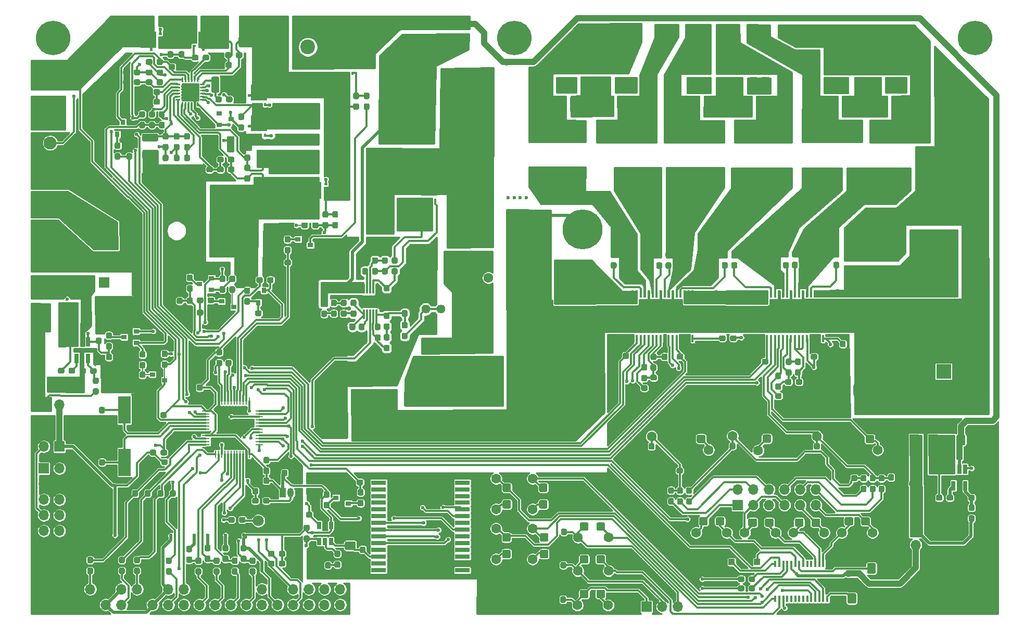
<source format=gbr>
G04 #@! TF.GenerationSoftware,KiCad,Pcbnew,(5.1.6)-1*
G04 #@! TF.CreationDate,2020-07-13T14:49:25+02:00*
G04 #@! TF.ProjectId,MukkeBox,4d756b6b-6542-46f7-982e-6b696361645f,rev?*
G04 #@! TF.SameCoordinates,Original*
G04 #@! TF.FileFunction,Copper,L1,Top*
G04 #@! TF.FilePolarity,Positive*
%FSLAX46Y46*%
G04 Gerber Fmt 4.6, Leading zero omitted, Abs format (unit mm)*
G04 Created by KiCad (PCBNEW (5.1.6)-1) date 2020-07-13 14:49:25*
%MOMM*%
%LPD*%
G01*
G04 APERTURE LIST*
G04 #@! TA.AperFunction,ComponentPad*
%ADD10R,1.700000X1.700000*%
G04 #@! TD*
G04 #@! TA.AperFunction,ComponentPad*
%ADD11O,1.700000X1.700000*%
G04 #@! TD*
G04 #@! TA.AperFunction,ViaPad*
%ADD12C,0.600000*%
G04 #@! TD*
G04 #@! TA.AperFunction,SMDPad,CuDef*
%ADD13R,0.420000X0.560000*%
G04 #@! TD*
G04 #@! TA.AperFunction,SMDPad,CuDef*
%ADD14C,0.150000*%
G04 #@! TD*
G04 #@! TA.AperFunction,SMDPad,CuDef*
%ADD15R,0.900000X0.800000*%
G04 #@! TD*
G04 #@! TA.AperFunction,ComponentPad*
%ADD16C,5.600000*%
G04 #@! TD*
G04 #@! TA.AperFunction,ComponentPad*
%ADD17C,1.600000*%
G04 #@! TD*
G04 #@! TA.AperFunction,ComponentPad*
%ADD18C,2.400000*%
G04 #@! TD*
G04 #@! TA.AperFunction,ComponentPad*
%ADD19R,2.400000X2.400000*%
G04 #@! TD*
G04 #@! TA.AperFunction,ComponentPad*
%ADD20C,1.800000*%
G04 #@! TD*
G04 #@! TA.AperFunction,ComponentPad*
%ADD21R,1.800000X1.800000*%
G04 #@! TD*
G04 #@! TA.AperFunction,SMDPad,CuDef*
%ADD22R,1.850000X13.700000*%
G04 #@! TD*
G04 #@! TA.AperFunction,SMDPad,CuDef*
%ADD23R,0.250000X1.300000*%
G04 #@! TD*
G04 #@! TA.AperFunction,SMDPad,CuDef*
%ADD24R,1.300000X0.250000*%
G04 #@! TD*
G04 #@! TA.AperFunction,SMDPad,CuDef*
%ADD25R,0.400000X1.100000*%
G04 #@! TD*
G04 #@! TA.AperFunction,SMDPad,CuDef*
%ADD26R,2.000000X4.500000*%
G04 #@! TD*
G04 #@! TA.AperFunction,ComponentPad*
%ADD27C,3.000000*%
G04 #@! TD*
G04 #@! TA.AperFunction,SMDPad,CuDef*
%ADD28R,1.500000X3.600000*%
G04 #@! TD*
G04 #@! TA.AperFunction,SMDPad,CuDef*
%ADD29R,0.650000X1.560000*%
G04 #@! TD*
G04 #@! TA.AperFunction,SMDPad,CuDef*
%ADD30R,0.800000X0.900000*%
G04 #@! TD*
G04 #@! TA.AperFunction,SMDPad,CuDef*
%ADD31R,1.000000X1.000000*%
G04 #@! TD*
G04 #@! TA.AperFunction,SMDPad,CuDef*
%ADD32R,0.650000X1.220000*%
G04 #@! TD*
G04 #@! TA.AperFunction,ComponentPad*
%ADD33R,1.600000X1.600000*%
G04 #@! TD*
G04 #@! TA.AperFunction,SMDPad,CuDef*
%ADD34R,4.000000X3.850000*%
G04 #@! TD*
G04 #@! TA.AperFunction,SMDPad,CuDef*
%ADD35R,1.880000X1.570000*%
G04 #@! TD*
G04 #@! TA.AperFunction,SMDPad,CuDef*
%ADD36R,0.305000X1.550000*%
G04 #@! TD*
G04 #@! TA.AperFunction,SMDPad,CuDef*
%ADD37R,0.950000X1.000000*%
G04 #@! TD*
G04 #@! TA.AperFunction,SMDPad,CuDef*
%ADD38R,3.200000X4.900000*%
G04 #@! TD*
G04 #@! TA.AperFunction,SMDPad,CuDef*
%ADD39R,0.560000X0.420000*%
G04 #@! TD*
G04 #@! TA.AperFunction,ComponentPad*
%ADD40C,6.500000*%
G04 #@! TD*
G04 #@! TA.AperFunction,SMDPad,CuDef*
%ADD41R,2.400000X0.800000*%
G04 #@! TD*
G04 #@! TA.AperFunction,ComponentPad*
%ADD42R,1.050000X1.500000*%
G04 #@! TD*
G04 #@! TA.AperFunction,ComponentPad*
%ADD43O,1.050000X1.500000*%
G04 #@! TD*
G04 #@! TA.AperFunction,SMDPad,CuDef*
%ADD44R,3.300000X5.000000*%
G04 #@! TD*
G04 #@! TA.AperFunction,ComponentPad*
%ADD45C,1.440000*%
G04 #@! TD*
G04 #@! TA.AperFunction,ComponentPad*
%ADD46R,2.100000X2.100000*%
G04 #@! TD*
G04 #@! TA.AperFunction,ComponentPad*
%ADD47C,2.100000*%
G04 #@! TD*
G04 #@! TA.AperFunction,SMDPad,CuDef*
%ADD48R,3.500000X3.800000*%
G04 #@! TD*
G04 #@! TA.AperFunction,SMDPad,CuDef*
%ADD49R,0.400000X1.200000*%
G04 #@! TD*
G04 #@! TA.AperFunction,Conductor*
%ADD50C,0.300000*%
G04 #@! TD*
G04 #@! TA.AperFunction,Conductor*
%ADD51C,0.500000*%
G04 #@! TD*
G04 #@! TA.AperFunction,Conductor*
%ADD52C,1.000000*%
G04 #@! TD*
G04 #@! TA.AperFunction,Conductor*
%ADD53C,0.200000*%
G04 #@! TD*
G04 #@! TA.AperFunction,Conductor*
%ADD54C,0.254000*%
G04 #@! TD*
G04 #@! TA.AperFunction,Conductor*
%ADD55C,0.250000*%
G04 #@! TD*
G04 APERTURE END LIST*
G04 #@! TA.AperFunction,SMDPad,CuDef*
G36*
G01*
X75203500Y-111709000D02*
X74728500Y-111709000D01*
G75*
G02*
X74491000Y-111471500I0J237500D01*
G01*
X74491000Y-110896500D01*
G75*
G02*
X74728500Y-110659000I237500J0D01*
G01*
X75203500Y-110659000D01*
G75*
G02*
X75441000Y-110896500I0J-237500D01*
G01*
X75441000Y-111471500D01*
G75*
G02*
X75203500Y-111709000I-237500J0D01*
G01*
G37*
G04 #@! TD.AperFunction*
G04 #@! TA.AperFunction,SMDPad,CuDef*
G36*
G01*
X75203500Y-113459000D02*
X74728500Y-113459000D01*
G75*
G02*
X74491000Y-113221500I0J237500D01*
G01*
X74491000Y-112646500D01*
G75*
G02*
X74728500Y-112409000I237500J0D01*
G01*
X75203500Y-112409000D01*
G75*
G02*
X75441000Y-112646500I0J-237500D01*
G01*
X75441000Y-113221500D01*
G75*
G02*
X75203500Y-113459000I-237500J0D01*
G01*
G37*
G04 #@! TD.AperFunction*
D10*
X56516000Y-103559000D03*
D11*
X53976000Y-103559000D03*
G04 #@! TA.AperFunction,SMDPad,CuDef*
G36*
G01*
X166616000Y-85696500D02*
X166616000Y-86171500D01*
G75*
G02*
X166378500Y-86409000I-237500J0D01*
G01*
X165803500Y-86409000D01*
G75*
G02*
X165566000Y-86171500I0J237500D01*
G01*
X165566000Y-85696500D01*
G75*
G02*
X165803500Y-85459000I237500J0D01*
G01*
X166378500Y-85459000D01*
G75*
G02*
X166616000Y-85696500I0J-237500D01*
G01*
G37*
G04 #@! TD.AperFunction*
G04 #@! TA.AperFunction,SMDPad,CuDef*
G36*
G01*
X164866000Y-85696500D02*
X164866000Y-86171500D01*
G75*
G02*
X164628500Y-86409000I-237500J0D01*
G01*
X164053500Y-86409000D01*
G75*
G02*
X163816000Y-86171500I0J237500D01*
G01*
X163816000Y-85696500D01*
G75*
G02*
X164053500Y-85459000I237500J0D01*
G01*
X164628500Y-85459000D01*
G75*
G02*
X164866000Y-85696500I0J-237500D01*
G01*
G37*
G04 #@! TD.AperFunction*
G04 #@! TA.AperFunction,SMDPad,CuDef*
G36*
G01*
X79428500Y-44484000D02*
X80078500Y-44484000D01*
G75*
G02*
X80141000Y-44546500I0J-62500D01*
G01*
X80141000Y-44671500D01*
G75*
G02*
X80078500Y-44734000I-62500J0D01*
G01*
X79428500Y-44734000D01*
G75*
G02*
X79366000Y-44671500I0J62500D01*
G01*
X79366000Y-44546500D01*
G75*
G02*
X79428500Y-44484000I62500J0D01*
G01*
G37*
G04 #@! TD.AperFunction*
G04 #@! TA.AperFunction,SMDPad,CuDef*
G36*
G01*
X79428500Y-44984000D02*
X80078500Y-44984000D01*
G75*
G02*
X80141000Y-45046500I0J-62500D01*
G01*
X80141000Y-45171500D01*
G75*
G02*
X80078500Y-45234000I-62500J0D01*
G01*
X79428500Y-45234000D01*
G75*
G02*
X79366000Y-45171500I0J62500D01*
G01*
X79366000Y-45046500D01*
G75*
G02*
X79428500Y-44984000I62500J0D01*
G01*
G37*
G04 #@! TD.AperFunction*
G04 #@! TA.AperFunction,SMDPad,CuDef*
G36*
G01*
X79428500Y-45484000D02*
X80078500Y-45484000D01*
G75*
G02*
X80141000Y-45546500I0J-62500D01*
G01*
X80141000Y-45671500D01*
G75*
G02*
X80078500Y-45734000I-62500J0D01*
G01*
X79428500Y-45734000D01*
G75*
G02*
X79366000Y-45671500I0J62500D01*
G01*
X79366000Y-45546500D01*
G75*
G02*
X79428500Y-45484000I62500J0D01*
G01*
G37*
G04 #@! TD.AperFunction*
G04 #@! TA.AperFunction,SMDPad,CuDef*
G36*
G01*
X79428500Y-45984000D02*
X80078500Y-45984000D01*
G75*
G02*
X80141000Y-46046500I0J-62500D01*
G01*
X80141000Y-46171500D01*
G75*
G02*
X80078500Y-46234000I-62500J0D01*
G01*
X79428500Y-46234000D01*
G75*
G02*
X79366000Y-46171500I0J62500D01*
G01*
X79366000Y-46046500D01*
G75*
G02*
X79428500Y-45984000I62500J0D01*
G01*
G37*
G04 #@! TD.AperFunction*
G04 #@! TA.AperFunction,SMDPad,CuDef*
G36*
G01*
X79428500Y-46484000D02*
X80078500Y-46484000D01*
G75*
G02*
X80141000Y-46546500I0J-62500D01*
G01*
X80141000Y-46671500D01*
G75*
G02*
X80078500Y-46734000I-62500J0D01*
G01*
X79428500Y-46734000D01*
G75*
G02*
X79366000Y-46671500I0J62500D01*
G01*
X79366000Y-46546500D01*
G75*
G02*
X79428500Y-46484000I62500J0D01*
G01*
G37*
G04 #@! TD.AperFunction*
G04 #@! TA.AperFunction,SMDPad,CuDef*
G36*
G01*
X79428500Y-46984000D02*
X80078500Y-46984000D01*
G75*
G02*
X80141000Y-47046500I0J-62500D01*
G01*
X80141000Y-47171500D01*
G75*
G02*
X80078500Y-47234000I-62500J0D01*
G01*
X79428500Y-47234000D01*
G75*
G02*
X79366000Y-47171500I0J62500D01*
G01*
X79366000Y-47046500D01*
G75*
G02*
X79428500Y-46984000I62500J0D01*
G01*
G37*
G04 #@! TD.AperFunction*
G04 #@! TA.AperFunction,SMDPad,CuDef*
G36*
G01*
X78953500Y-47459000D02*
X79078500Y-47459000D01*
G75*
G02*
X79141000Y-47521500I0J-62500D01*
G01*
X79141000Y-48171500D01*
G75*
G02*
X79078500Y-48234000I-62500J0D01*
G01*
X78953500Y-48234000D01*
G75*
G02*
X78891000Y-48171500I0J62500D01*
G01*
X78891000Y-47521500D01*
G75*
G02*
X78953500Y-47459000I62500J0D01*
G01*
G37*
G04 #@! TD.AperFunction*
G04 #@! TA.AperFunction,SMDPad,CuDef*
G36*
G01*
X78453500Y-47459000D02*
X78578500Y-47459000D01*
G75*
G02*
X78641000Y-47521500I0J-62500D01*
G01*
X78641000Y-48171500D01*
G75*
G02*
X78578500Y-48234000I-62500J0D01*
G01*
X78453500Y-48234000D01*
G75*
G02*
X78391000Y-48171500I0J62500D01*
G01*
X78391000Y-47521500D01*
G75*
G02*
X78453500Y-47459000I62500J0D01*
G01*
G37*
G04 #@! TD.AperFunction*
G04 #@! TA.AperFunction,SMDPad,CuDef*
G36*
G01*
X77953500Y-47459000D02*
X78078500Y-47459000D01*
G75*
G02*
X78141000Y-47521500I0J-62500D01*
G01*
X78141000Y-48171500D01*
G75*
G02*
X78078500Y-48234000I-62500J0D01*
G01*
X77953500Y-48234000D01*
G75*
G02*
X77891000Y-48171500I0J62500D01*
G01*
X77891000Y-47521500D01*
G75*
G02*
X77953500Y-47459000I62500J0D01*
G01*
G37*
G04 #@! TD.AperFunction*
G04 #@! TA.AperFunction,SMDPad,CuDef*
G36*
G01*
X77453500Y-47459000D02*
X77578500Y-47459000D01*
G75*
G02*
X77641000Y-47521500I0J-62500D01*
G01*
X77641000Y-48171500D01*
G75*
G02*
X77578500Y-48234000I-62500J0D01*
G01*
X77453500Y-48234000D01*
G75*
G02*
X77391000Y-48171500I0J62500D01*
G01*
X77391000Y-47521500D01*
G75*
G02*
X77453500Y-47459000I62500J0D01*
G01*
G37*
G04 #@! TD.AperFunction*
G04 #@! TA.AperFunction,SMDPad,CuDef*
G36*
G01*
X76953500Y-47459000D02*
X77078500Y-47459000D01*
G75*
G02*
X77141000Y-47521500I0J-62500D01*
G01*
X77141000Y-48171500D01*
G75*
G02*
X77078500Y-48234000I-62500J0D01*
G01*
X76953500Y-48234000D01*
G75*
G02*
X76891000Y-48171500I0J62500D01*
G01*
X76891000Y-47521500D01*
G75*
G02*
X76953500Y-47459000I62500J0D01*
G01*
G37*
G04 #@! TD.AperFunction*
G04 #@! TA.AperFunction,SMDPad,CuDef*
G36*
G01*
X76453500Y-47459000D02*
X76578500Y-47459000D01*
G75*
G02*
X76641000Y-47521500I0J-62500D01*
G01*
X76641000Y-48171500D01*
G75*
G02*
X76578500Y-48234000I-62500J0D01*
G01*
X76453500Y-48234000D01*
G75*
G02*
X76391000Y-48171500I0J62500D01*
G01*
X76391000Y-47521500D01*
G75*
G02*
X76453500Y-47459000I62500J0D01*
G01*
G37*
G04 #@! TD.AperFunction*
G04 #@! TA.AperFunction,SMDPad,CuDef*
G36*
G01*
X75453500Y-46984000D02*
X76103500Y-46984000D01*
G75*
G02*
X76166000Y-47046500I0J-62500D01*
G01*
X76166000Y-47171500D01*
G75*
G02*
X76103500Y-47234000I-62500J0D01*
G01*
X75453500Y-47234000D01*
G75*
G02*
X75391000Y-47171500I0J62500D01*
G01*
X75391000Y-47046500D01*
G75*
G02*
X75453500Y-46984000I62500J0D01*
G01*
G37*
G04 #@! TD.AperFunction*
G04 #@! TA.AperFunction,SMDPad,CuDef*
G36*
G01*
X75453500Y-46484000D02*
X76103500Y-46484000D01*
G75*
G02*
X76166000Y-46546500I0J-62500D01*
G01*
X76166000Y-46671500D01*
G75*
G02*
X76103500Y-46734000I-62500J0D01*
G01*
X75453500Y-46734000D01*
G75*
G02*
X75391000Y-46671500I0J62500D01*
G01*
X75391000Y-46546500D01*
G75*
G02*
X75453500Y-46484000I62500J0D01*
G01*
G37*
G04 #@! TD.AperFunction*
G04 #@! TA.AperFunction,SMDPad,CuDef*
G36*
G01*
X75453500Y-45984000D02*
X76103500Y-45984000D01*
G75*
G02*
X76166000Y-46046500I0J-62500D01*
G01*
X76166000Y-46171500D01*
G75*
G02*
X76103500Y-46234000I-62500J0D01*
G01*
X75453500Y-46234000D01*
G75*
G02*
X75391000Y-46171500I0J62500D01*
G01*
X75391000Y-46046500D01*
G75*
G02*
X75453500Y-45984000I62500J0D01*
G01*
G37*
G04 #@! TD.AperFunction*
G04 #@! TA.AperFunction,SMDPad,CuDef*
G36*
G01*
X75453500Y-45484000D02*
X76103500Y-45484000D01*
G75*
G02*
X76166000Y-45546500I0J-62500D01*
G01*
X76166000Y-45671500D01*
G75*
G02*
X76103500Y-45734000I-62500J0D01*
G01*
X75453500Y-45734000D01*
G75*
G02*
X75391000Y-45671500I0J62500D01*
G01*
X75391000Y-45546500D01*
G75*
G02*
X75453500Y-45484000I62500J0D01*
G01*
G37*
G04 #@! TD.AperFunction*
G04 #@! TA.AperFunction,SMDPad,CuDef*
G36*
G01*
X75453500Y-44984000D02*
X76103500Y-44984000D01*
G75*
G02*
X76166000Y-45046500I0J-62500D01*
G01*
X76166000Y-45171500D01*
G75*
G02*
X76103500Y-45234000I-62500J0D01*
G01*
X75453500Y-45234000D01*
G75*
G02*
X75391000Y-45171500I0J62500D01*
G01*
X75391000Y-45046500D01*
G75*
G02*
X75453500Y-44984000I62500J0D01*
G01*
G37*
G04 #@! TD.AperFunction*
G04 #@! TA.AperFunction,SMDPad,CuDef*
G36*
G01*
X75453500Y-44484000D02*
X76103500Y-44484000D01*
G75*
G02*
X76166000Y-44546500I0J-62500D01*
G01*
X76166000Y-44671500D01*
G75*
G02*
X76103500Y-44734000I-62500J0D01*
G01*
X75453500Y-44734000D01*
G75*
G02*
X75391000Y-44671500I0J62500D01*
G01*
X75391000Y-44546500D01*
G75*
G02*
X75453500Y-44484000I62500J0D01*
G01*
G37*
G04 #@! TD.AperFunction*
G04 #@! TA.AperFunction,SMDPad,CuDef*
G36*
G01*
X76453500Y-43484000D02*
X76578500Y-43484000D01*
G75*
G02*
X76641000Y-43546500I0J-62500D01*
G01*
X76641000Y-44196500D01*
G75*
G02*
X76578500Y-44259000I-62500J0D01*
G01*
X76453500Y-44259000D01*
G75*
G02*
X76391000Y-44196500I0J62500D01*
G01*
X76391000Y-43546500D01*
G75*
G02*
X76453500Y-43484000I62500J0D01*
G01*
G37*
G04 #@! TD.AperFunction*
G04 #@! TA.AperFunction,SMDPad,CuDef*
G36*
G01*
X76953500Y-43484000D02*
X77078500Y-43484000D01*
G75*
G02*
X77141000Y-43546500I0J-62500D01*
G01*
X77141000Y-44196500D01*
G75*
G02*
X77078500Y-44259000I-62500J0D01*
G01*
X76953500Y-44259000D01*
G75*
G02*
X76891000Y-44196500I0J62500D01*
G01*
X76891000Y-43546500D01*
G75*
G02*
X76953500Y-43484000I62500J0D01*
G01*
G37*
G04 #@! TD.AperFunction*
G04 #@! TA.AperFunction,SMDPad,CuDef*
G36*
G01*
X77453500Y-43484000D02*
X77578500Y-43484000D01*
G75*
G02*
X77641000Y-43546500I0J-62500D01*
G01*
X77641000Y-44196500D01*
G75*
G02*
X77578500Y-44259000I-62500J0D01*
G01*
X77453500Y-44259000D01*
G75*
G02*
X77391000Y-44196500I0J62500D01*
G01*
X77391000Y-43546500D01*
G75*
G02*
X77453500Y-43484000I62500J0D01*
G01*
G37*
G04 #@! TD.AperFunction*
G04 #@! TA.AperFunction,SMDPad,CuDef*
G36*
G01*
X77953500Y-43484000D02*
X78078500Y-43484000D01*
G75*
G02*
X78141000Y-43546500I0J-62500D01*
G01*
X78141000Y-44196500D01*
G75*
G02*
X78078500Y-44259000I-62500J0D01*
G01*
X77953500Y-44259000D01*
G75*
G02*
X77891000Y-44196500I0J62500D01*
G01*
X77891000Y-43546500D01*
G75*
G02*
X77953500Y-43484000I62500J0D01*
G01*
G37*
G04 #@! TD.AperFunction*
G04 #@! TA.AperFunction,SMDPad,CuDef*
G36*
G01*
X78453500Y-43484000D02*
X78578500Y-43484000D01*
G75*
G02*
X78641000Y-43546500I0J-62500D01*
G01*
X78641000Y-44196500D01*
G75*
G02*
X78578500Y-44259000I-62500J0D01*
G01*
X78453500Y-44259000D01*
G75*
G02*
X78391000Y-44196500I0J62500D01*
G01*
X78391000Y-43546500D01*
G75*
G02*
X78453500Y-43484000I62500J0D01*
G01*
G37*
G04 #@! TD.AperFunction*
G04 #@! TA.AperFunction,SMDPad,CuDef*
G36*
G01*
X78953500Y-43484000D02*
X79078500Y-43484000D01*
G75*
G02*
X79141000Y-43546500I0J-62500D01*
G01*
X79141000Y-44196500D01*
G75*
G02*
X79078500Y-44259000I-62500J0D01*
G01*
X78953500Y-44259000D01*
G75*
G02*
X78891000Y-44196500I0J62500D01*
G01*
X78891000Y-43546500D01*
G75*
G02*
X78953500Y-43484000I62500J0D01*
G01*
G37*
G04 #@! TD.AperFunction*
D12*
X76836000Y-46789000D03*
X76836000Y-45859000D03*
X76836000Y-44929000D03*
X77766000Y-46789000D03*
X77766000Y-45859000D03*
X77766000Y-44929000D03*
X78696000Y-46789000D03*
X78696000Y-45859000D03*
X78696000Y-44929000D03*
G04 #@! TA.AperFunction,SMDPad,CuDef*
G36*
G01*
X76791000Y-44634000D02*
X78741000Y-44634000D01*
G75*
G02*
X78991000Y-44884000I0J-250000D01*
G01*
X78991000Y-46834000D01*
G75*
G02*
X78741000Y-47084000I-250000J0D01*
G01*
X76791000Y-47084000D01*
G75*
G02*
X76541000Y-46834000I0J250000D01*
G01*
X76541000Y-44884000D01*
G75*
G02*
X76791000Y-44634000I250000J0D01*
G01*
G37*
G04 #@! TD.AperFunction*
G04 #@! TA.AperFunction,SMDPad,CuDef*
G36*
G01*
X71816000Y-46096500D02*
X71816000Y-45621500D01*
G75*
G02*
X72053500Y-45384000I237500J0D01*
G01*
X72628500Y-45384000D01*
G75*
G02*
X72866000Y-45621500I0J-237500D01*
G01*
X72866000Y-46096500D01*
G75*
G02*
X72628500Y-46334000I-237500J0D01*
G01*
X72053500Y-46334000D01*
G75*
G02*
X71816000Y-46096500I0J237500D01*
G01*
G37*
G04 #@! TD.AperFunction*
G04 #@! TA.AperFunction,SMDPad,CuDef*
G36*
G01*
X70066000Y-46096500D02*
X70066000Y-45621500D01*
G75*
G02*
X70303500Y-45384000I237500J0D01*
G01*
X70878500Y-45384000D01*
G75*
G02*
X71116000Y-45621500I0J-237500D01*
G01*
X71116000Y-46096500D01*
G75*
G02*
X70878500Y-46334000I-237500J0D01*
G01*
X70303500Y-46334000D01*
G75*
G02*
X70066000Y-46096500I0J237500D01*
G01*
G37*
G04 #@! TD.AperFunction*
G04 #@! TA.AperFunction,SMDPad,CuDef*
G36*
G01*
X71816000Y-47696500D02*
X71816000Y-47221500D01*
G75*
G02*
X72053500Y-46984000I237500J0D01*
G01*
X72628500Y-46984000D01*
G75*
G02*
X72866000Y-47221500I0J-237500D01*
G01*
X72866000Y-47696500D01*
G75*
G02*
X72628500Y-47934000I-237500J0D01*
G01*
X72053500Y-47934000D01*
G75*
G02*
X71816000Y-47696500I0J237500D01*
G01*
G37*
G04 #@! TD.AperFunction*
G04 #@! TA.AperFunction,SMDPad,CuDef*
G36*
G01*
X70066000Y-47696500D02*
X70066000Y-47221500D01*
G75*
G02*
X70303500Y-46984000I237500J0D01*
G01*
X70878500Y-46984000D01*
G75*
G02*
X71116000Y-47221500I0J-237500D01*
G01*
X71116000Y-47696500D01*
G75*
G02*
X70878500Y-47934000I-237500J0D01*
G01*
X70303500Y-47934000D01*
G75*
G02*
X70066000Y-47696500I0J237500D01*
G01*
G37*
G04 #@! TD.AperFunction*
G04 #@! TA.AperFunction,SMDPad,CuDef*
G36*
G01*
X72316000Y-41196500D02*
X72316000Y-40721500D01*
G75*
G02*
X72553500Y-40484000I237500J0D01*
G01*
X73128500Y-40484000D01*
G75*
G02*
X73366000Y-40721500I0J-237500D01*
G01*
X73366000Y-41196500D01*
G75*
G02*
X73128500Y-41434000I-237500J0D01*
G01*
X72553500Y-41434000D01*
G75*
G02*
X72316000Y-41196500I0J237500D01*
G01*
G37*
G04 #@! TD.AperFunction*
G04 #@! TA.AperFunction,SMDPad,CuDef*
G36*
G01*
X70566000Y-41196500D02*
X70566000Y-40721500D01*
G75*
G02*
X70803500Y-40484000I237500J0D01*
G01*
X71378500Y-40484000D01*
G75*
G02*
X71616000Y-40721500I0J-237500D01*
G01*
X71616000Y-41196500D01*
G75*
G02*
X71378500Y-41434000I-237500J0D01*
G01*
X70803500Y-41434000D01*
G75*
G02*
X70566000Y-41196500I0J237500D01*
G01*
G37*
G04 #@! TD.AperFunction*
D13*
X87991000Y-52909000D03*
X89291000Y-52909000D03*
X88641000Y-52909000D03*
X89941000Y-52909000D03*
G04 #@! TA.AperFunction,SMDPad,CuDef*
D14*
G36*
X87641000Y-51209000D02*
G01*
X87641000Y-49709000D01*
X87781000Y-49709000D01*
X87781000Y-49564000D01*
X88201000Y-49564000D01*
X88201000Y-49709000D01*
X88431000Y-49709000D01*
X88431000Y-49564000D01*
X88851000Y-49564000D01*
X88851000Y-49709000D01*
X89081000Y-49709000D01*
X89081000Y-49564000D01*
X89501000Y-49564000D01*
X89501000Y-49709000D01*
X89731000Y-49709000D01*
X89731000Y-49564000D01*
X90151000Y-49564000D01*
X90151000Y-49709000D01*
X90291000Y-49709000D01*
X90291000Y-51209000D01*
X90766000Y-51209000D01*
X90766000Y-51609000D01*
X90291000Y-51609000D01*
X90291000Y-52209000D01*
X87641000Y-52209000D01*
X87641000Y-51609000D01*
X87166000Y-51609000D01*
X87166000Y-51209000D01*
X87641000Y-51209000D01*
G37*
G04 #@! TD.AperFunction*
G04 #@! TA.AperFunction,SMDPad,CuDef*
G36*
G01*
X83741000Y-55434000D02*
X83741000Y-53284000D01*
G75*
G02*
X83991000Y-53034000I250000J0D01*
G01*
X84741000Y-53034000D01*
G75*
G02*
X84991000Y-53284000I0J-250000D01*
G01*
X84991000Y-55434000D01*
G75*
G02*
X84741000Y-55684000I-250000J0D01*
G01*
X83991000Y-55684000D01*
G75*
G02*
X83741000Y-55434000I0J250000D01*
G01*
G37*
G04 #@! TD.AperFunction*
G04 #@! TA.AperFunction,SMDPad,CuDef*
G36*
G01*
X80941000Y-55434000D02*
X80941000Y-53284000D01*
G75*
G02*
X81191000Y-53034000I250000J0D01*
G01*
X81941000Y-53034000D01*
G75*
G02*
X82191000Y-53284000I0J-250000D01*
G01*
X82191000Y-55434000D01*
G75*
G02*
X81941000Y-55684000I-250000J0D01*
G01*
X81191000Y-55684000D01*
G75*
G02*
X80941000Y-55434000I0J250000D01*
G01*
G37*
G04 #@! TD.AperFunction*
D15*
X97316000Y-70759000D03*
X95316000Y-71709000D03*
X95316000Y-69809000D03*
G04 #@! TA.AperFunction,SMDPad,CuDef*
G36*
G01*
X94166000Y-73371500D02*
X94166000Y-73846500D01*
G75*
G02*
X93928500Y-74084000I-237500J0D01*
G01*
X93353500Y-74084000D01*
G75*
G02*
X93116000Y-73846500I0J237500D01*
G01*
X93116000Y-73371500D01*
G75*
G02*
X93353500Y-73134000I237500J0D01*
G01*
X93928500Y-73134000D01*
G75*
G02*
X94166000Y-73371500I0J-237500D01*
G01*
G37*
G04 #@! TD.AperFunction*
G04 #@! TA.AperFunction,SMDPad,CuDef*
G36*
G01*
X95916000Y-73371500D02*
X95916000Y-73846500D01*
G75*
G02*
X95678500Y-74084000I-237500J0D01*
G01*
X95103500Y-74084000D01*
G75*
G02*
X94866000Y-73846500I0J237500D01*
G01*
X94866000Y-73371500D01*
G75*
G02*
X95103500Y-73134000I237500J0D01*
G01*
X95678500Y-73134000D01*
G75*
G02*
X95916000Y-73371500I0J-237500D01*
G01*
G37*
G04 #@! TD.AperFunction*
G04 #@! TA.AperFunction,SMDPad,CuDef*
G36*
G01*
X106703500Y-47009000D02*
X106228500Y-47009000D01*
G75*
G02*
X105991000Y-46771500I0J237500D01*
G01*
X105991000Y-46196500D01*
G75*
G02*
X106228500Y-45959000I237500J0D01*
G01*
X106703500Y-45959000D01*
G75*
G02*
X106941000Y-46196500I0J-237500D01*
G01*
X106941000Y-46771500D01*
G75*
G02*
X106703500Y-47009000I-237500J0D01*
G01*
G37*
G04 #@! TD.AperFunction*
G04 #@! TA.AperFunction,SMDPad,CuDef*
G36*
G01*
X106703500Y-48759000D02*
X106228500Y-48759000D01*
G75*
G02*
X105991000Y-48521500I0J237500D01*
G01*
X105991000Y-47946500D01*
G75*
G02*
X106228500Y-47709000I237500J0D01*
G01*
X106703500Y-47709000D01*
G75*
G02*
X106941000Y-47946500I0J-237500D01*
G01*
X106941000Y-48521500D01*
G75*
G02*
X106703500Y-48759000I-237500J0D01*
G01*
G37*
G04 #@! TD.AperFunction*
G04 #@! TA.AperFunction,SMDPad,CuDef*
G36*
G01*
X93378500Y-71059000D02*
X93853500Y-71059000D01*
G75*
G02*
X94091000Y-71296500I0J-237500D01*
G01*
X94091000Y-71871500D01*
G75*
G02*
X93853500Y-72109000I-237500J0D01*
G01*
X93378500Y-72109000D01*
G75*
G02*
X93141000Y-71871500I0J237500D01*
G01*
X93141000Y-71296500D01*
G75*
G02*
X93378500Y-71059000I237500J0D01*
G01*
G37*
G04 #@! TD.AperFunction*
G04 #@! TA.AperFunction,SMDPad,CuDef*
G36*
G01*
X93378500Y-69309000D02*
X93853500Y-69309000D01*
G75*
G02*
X94091000Y-69546500I0J-237500D01*
G01*
X94091000Y-70121500D01*
G75*
G02*
X93853500Y-70359000I-237500J0D01*
G01*
X93378500Y-70359000D01*
G75*
G02*
X93141000Y-70121500I0J237500D01*
G01*
X93141000Y-69546500D01*
G75*
G02*
X93378500Y-69309000I237500J0D01*
G01*
G37*
G04 #@! TD.AperFunction*
D16*
X55466000Y-37084000D03*
X55466000Y-127084000D03*
X130466000Y-37084000D03*
X130466000Y-127084000D03*
X205466000Y-37084000D03*
X205466000Y-127084000D03*
G04 #@! TA.AperFunction,SMDPad,CuDef*
G36*
G01*
X88603500Y-109584000D02*
X88128500Y-109584000D01*
G75*
G02*
X87891000Y-109346500I0J237500D01*
G01*
X87891000Y-108771500D01*
G75*
G02*
X88128500Y-108534000I237500J0D01*
G01*
X88603500Y-108534000D01*
G75*
G02*
X88841000Y-108771500I0J-237500D01*
G01*
X88841000Y-109346500D01*
G75*
G02*
X88603500Y-109584000I-237500J0D01*
G01*
G37*
G04 #@! TD.AperFunction*
G04 #@! TA.AperFunction,SMDPad,CuDef*
G36*
G01*
X88603500Y-111334000D02*
X88128500Y-111334000D01*
G75*
G02*
X87891000Y-111096500I0J237500D01*
G01*
X87891000Y-110521500D01*
G75*
G02*
X88128500Y-110284000I237500J0D01*
G01*
X88603500Y-110284000D01*
G75*
G02*
X88841000Y-110521500I0J-237500D01*
G01*
X88841000Y-111096500D01*
G75*
G02*
X88603500Y-111334000I-237500J0D01*
G01*
G37*
G04 #@! TD.AperFunction*
G04 #@! TA.AperFunction,SMDPad,CuDef*
G36*
G01*
X63178500Y-98859000D02*
X63653500Y-98859000D01*
G75*
G02*
X63891000Y-99096500I0J-237500D01*
G01*
X63891000Y-99671500D01*
G75*
G02*
X63653500Y-99909000I-237500J0D01*
G01*
X63178500Y-99909000D01*
G75*
G02*
X62941000Y-99671500I0J237500D01*
G01*
X62941000Y-99096500D01*
G75*
G02*
X63178500Y-98859000I237500J0D01*
G01*
G37*
G04 #@! TD.AperFunction*
G04 #@! TA.AperFunction,SMDPad,CuDef*
G36*
G01*
X63178500Y-97109000D02*
X63653500Y-97109000D01*
G75*
G02*
X63891000Y-97346500I0J-237500D01*
G01*
X63891000Y-97921500D01*
G75*
G02*
X63653500Y-98159000I-237500J0D01*
G01*
X63178500Y-98159000D01*
G75*
G02*
X62941000Y-97921500I0J237500D01*
G01*
X62941000Y-97346500D01*
G75*
G02*
X63178500Y-97109000I237500J0D01*
G01*
G37*
G04 #@! TD.AperFunction*
G04 #@! TA.AperFunction,SMDPad,CuDef*
G36*
G01*
X63678500Y-104909000D02*
X63203500Y-104909000D01*
G75*
G02*
X62966000Y-104671500I0J237500D01*
G01*
X62966000Y-104096500D01*
G75*
G02*
X63203500Y-103859000I237500J0D01*
G01*
X63678500Y-103859000D01*
G75*
G02*
X63916000Y-104096500I0J-237500D01*
G01*
X63916000Y-104671500D01*
G75*
G02*
X63678500Y-104909000I-237500J0D01*
G01*
G37*
G04 #@! TD.AperFunction*
G04 #@! TA.AperFunction,SMDPad,CuDef*
G36*
G01*
X63678500Y-106659000D02*
X63203500Y-106659000D01*
G75*
G02*
X62966000Y-106421500I0J237500D01*
G01*
X62966000Y-105846500D01*
G75*
G02*
X63203500Y-105609000I237500J0D01*
G01*
X63678500Y-105609000D01*
G75*
G02*
X63916000Y-105846500I0J-237500D01*
G01*
X63916000Y-106421500D01*
G75*
G02*
X63678500Y-106659000I-237500J0D01*
G01*
G37*
G04 #@! TD.AperFunction*
G04 #@! TA.AperFunction,SMDPad,CuDef*
G36*
G01*
X79553500Y-92734000D02*
X79078500Y-92734000D01*
G75*
G02*
X78841000Y-92496500I0J237500D01*
G01*
X78841000Y-91921500D01*
G75*
G02*
X79078500Y-91684000I237500J0D01*
G01*
X79553500Y-91684000D01*
G75*
G02*
X79791000Y-91921500I0J-237500D01*
G01*
X79791000Y-92496500D01*
G75*
G02*
X79553500Y-92734000I-237500J0D01*
G01*
G37*
G04 #@! TD.AperFunction*
G04 #@! TA.AperFunction,SMDPad,CuDef*
G36*
G01*
X79553500Y-94484000D02*
X79078500Y-94484000D01*
G75*
G02*
X78841000Y-94246500I0J237500D01*
G01*
X78841000Y-93671500D01*
G75*
G02*
X79078500Y-93434000I237500J0D01*
G01*
X79553500Y-93434000D01*
G75*
G02*
X79791000Y-93671500I0J-237500D01*
G01*
X79791000Y-94246500D01*
G75*
G02*
X79553500Y-94484000I-237500J0D01*
G01*
G37*
G04 #@! TD.AperFunction*
G04 #@! TA.AperFunction,SMDPad,CuDef*
G36*
G01*
X72216000Y-98196500D02*
X72216000Y-98671500D01*
G75*
G02*
X71978500Y-98909000I-237500J0D01*
G01*
X71403500Y-98909000D01*
G75*
G02*
X71166000Y-98671500I0J237500D01*
G01*
X71166000Y-98196500D01*
G75*
G02*
X71403500Y-97959000I237500J0D01*
G01*
X71978500Y-97959000D01*
G75*
G02*
X72216000Y-98196500I0J-237500D01*
G01*
G37*
G04 #@! TD.AperFunction*
G04 #@! TA.AperFunction,SMDPad,CuDef*
G36*
G01*
X73966000Y-98196500D02*
X73966000Y-98671500D01*
G75*
G02*
X73728500Y-98909000I-237500J0D01*
G01*
X73153500Y-98909000D01*
G75*
G02*
X72916000Y-98671500I0J237500D01*
G01*
X72916000Y-98196500D01*
G75*
G02*
X73153500Y-97959000I237500J0D01*
G01*
X73728500Y-97959000D01*
G75*
G02*
X73966000Y-98196500I0J-237500D01*
G01*
G37*
G04 #@! TD.AperFunction*
G04 #@! TA.AperFunction,SMDPad,CuDef*
G36*
G01*
X72366000Y-105846500D02*
X72366000Y-106321500D01*
G75*
G02*
X72128500Y-106559000I-237500J0D01*
G01*
X71553500Y-106559000D01*
G75*
G02*
X71316000Y-106321500I0J237500D01*
G01*
X71316000Y-105846500D01*
G75*
G02*
X71553500Y-105609000I237500J0D01*
G01*
X72128500Y-105609000D01*
G75*
G02*
X72366000Y-105846500I0J-237500D01*
G01*
G37*
G04 #@! TD.AperFunction*
G04 #@! TA.AperFunction,SMDPad,CuDef*
G36*
G01*
X74116000Y-105846500D02*
X74116000Y-106321500D01*
G75*
G02*
X73878500Y-106559000I-237500J0D01*
G01*
X73303500Y-106559000D01*
G75*
G02*
X73066000Y-106321500I0J237500D01*
G01*
X73066000Y-105846500D01*
G75*
G02*
X73303500Y-105609000I237500J0D01*
G01*
X73878500Y-105609000D01*
G75*
G02*
X74116000Y-105846500I0J-237500D01*
G01*
G37*
G04 #@! TD.AperFunction*
G04 #@! TA.AperFunction,SMDPad,CuDef*
G36*
G01*
X89928500Y-110334000D02*
X90403500Y-110334000D01*
G75*
G02*
X90641000Y-110571500I0J-237500D01*
G01*
X90641000Y-111146500D01*
G75*
G02*
X90403500Y-111384000I-237500J0D01*
G01*
X89928500Y-111384000D01*
G75*
G02*
X89691000Y-111146500I0J237500D01*
G01*
X89691000Y-110571500D01*
G75*
G02*
X89928500Y-110334000I237500J0D01*
G01*
G37*
G04 #@! TD.AperFunction*
G04 #@! TA.AperFunction,SMDPad,CuDef*
G36*
G01*
X89928500Y-108584000D02*
X90403500Y-108584000D01*
G75*
G02*
X90641000Y-108821500I0J-237500D01*
G01*
X90641000Y-109396500D01*
G75*
G02*
X90403500Y-109634000I-237500J0D01*
G01*
X89928500Y-109634000D01*
G75*
G02*
X89691000Y-109396500I0J237500D01*
G01*
X89691000Y-108821500D01*
G75*
G02*
X89928500Y-108584000I237500J0D01*
G01*
G37*
G04 #@! TD.AperFunction*
G04 #@! TA.AperFunction,SMDPad,CuDef*
G36*
G01*
X72728500Y-112409000D02*
X73203500Y-112409000D01*
G75*
G02*
X73441000Y-112646500I0J-237500D01*
G01*
X73441000Y-113221500D01*
G75*
G02*
X73203500Y-113459000I-237500J0D01*
G01*
X72728500Y-113459000D01*
G75*
G02*
X72491000Y-113221500I0J237500D01*
G01*
X72491000Y-112646500D01*
G75*
G02*
X72728500Y-112409000I237500J0D01*
G01*
G37*
G04 #@! TD.AperFunction*
G04 #@! TA.AperFunction,SMDPad,CuDef*
G36*
G01*
X72728500Y-110659000D02*
X73203500Y-110659000D01*
G75*
G02*
X73441000Y-110896500I0J-237500D01*
G01*
X73441000Y-111471500D01*
G75*
G02*
X73203500Y-111709000I-237500J0D01*
G01*
X72728500Y-111709000D01*
G75*
G02*
X72491000Y-111471500I0J237500D01*
G01*
X72491000Y-110896500D01*
G75*
G02*
X72728500Y-110659000I237500J0D01*
G01*
G37*
G04 #@! TD.AperFunction*
G04 #@! TA.AperFunction,SMDPad,CuDef*
G36*
G01*
X68578500Y-112409000D02*
X69053500Y-112409000D01*
G75*
G02*
X69291000Y-112646500I0J-237500D01*
G01*
X69291000Y-113221500D01*
G75*
G02*
X69053500Y-113459000I-237500J0D01*
G01*
X68578500Y-113459000D01*
G75*
G02*
X68341000Y-113221500I0J237500D01*
G01*
X68341000Y-112646500D01*
G75*
G02*
X68578500Y-112409000I237500J0D01*
G01*
G37*
G04 #@! TD.AperFunction*
G04 #@! TA.AperFunction,SMDPad,CuDef*
G36*
G01*
X68578500Y-110659000D02*
X69053500Y-110659000D01*
G75*
G02*
X69291000Y-110896500I0J-237500D01*
G01*
X69291000Y-111471500D01*
G75*
G02*
X69053500Y-111709000I-237500J0D01*
G01*
X68578500Y-111709000D01*
G75*
G02*
X68341000Y-111471500I0J237500D01*
G01*
X68341000Y-110896500D01*
G75*
G02*
X68578500Y-110659000I237500J0D01*
G01*
G37*
G04 #@! TD.AperFunction*
G04 #@! TA.AperFunction,SMDPad,CuDef*
G36*
G01*
X70628500Y-112409000D02*
X71103500Y-112409000D01*
G75*
G02*
X71341000Y-112646500I0J-237500D01*
G01*
X71341000Y-113221500D01*
G75*
G02*
X71103500Y-113459000I-237500J0D01*
G01*
X70628500Y-113459000D01*
G75*
G02*
X70391000Y-113221500I0J237500D01*
G01*
X70391000Y-112646500D01*
G75*
G02*
X70628500Y-112409000I237500J0D01*
G01*
G37*
G04 #@! TD.AperFunction*
G04 #@! TA.AperFunction,SMDPad,CuDef*
G36*
G01*
X70628500Y-110659000D02*
X71103500Y-110659000D01*
G75*
G02*
X71341000Y-110896500I0J-237500D01*
G01*
X71341000Y-111471500D01*
G75*
G02*
X71103500Y-111709000I-237500J0D01*
G01*
X70628500Y-111709000D01*
G75*
G02*
X70391000Y-111471500I0J237500D01*
G01*
X70391000Y-110896500D01*
G75*
G02*
X70628500Y-110659000I237500J0D01*
G01*
G37*
G04 #@! TD.AperFunction*
G04 #@! TA.AperFunction,SMDPad,CuDef*
G36*
G01*
X75828500Y-81059000D02*
X76303500Y-81059000D01*
G75*
G02*
X76541000Y-81296500I0J-237500D01*
G01*
X76541000Y-81871500D01*
G75*
G02*
X76303500Y-82109000I-237500J0D01*
G01*
X75828500Y-82109000D01*
G75*
G02*
X75591000Y-81871500I0J237500D01*
G01*
X75591000Y-81296500D01*
G75*
G02*
X75828500Y-81059000I237500J0D01*
G01*
G37*
G04 #@! TD.AperFunction*
G04 #@! TA.AperFunction,SMDPad,CuDef*
G36*
G01*
X75828500Y-79309000D02*
X76303500Y-79309000D01*
G75*
G02*
X76541000Y-79546500I0J-237500D01*
G01*
X76541000Y-80121500D01*
G75*
G02*
X76303500Y-80359000I-237500J0D01*
G01*
X75828500Y-80359000D01*
G75*
G02*
X75591000Y-80121500I0J237500D01*
G01*
X75591000Y-79546500D01*
G75*
G02*
X75828500Y-79309000I237500J0D01*
G01*
G37*
G04 #@! TD.AperFunction*
D17*
X152816000Y-101884000D03*
X152816000Y-106884000D03*
D18*
X127416000Y-100884000D03*
D19*
X127416000Y-95884000D03*
D17*
X179716000Y-106884000D03*
X179716000Y-101884000D03*
G04 #@! TA.AperFunction,SMDPad,CuDef*
G36*
G01*
X105578500Y-121584000D02*
X106053500Y-121584000D01*
G75*
G02*
X106291000Y-121821500I0J-237500D01*
G01*
X106291000Y-122396500D01*
G75*
G02*
X106053500Y-122634000I-237500J0D01*
G01*
X105578500Y-122634000D01*
G75*
G02*
X105341000Y-122396500I0J237500D01*
G01*
X105341000Y-121821500D01*
G75*
G02*
X105578500Y-121584000I237500J0D01*
G01*
G37*
G04 #@! TD.AperFunction*
G04 #@! TA.AperFunction,SMDPad,CuDef*
G36*
G01*
X105578500Y-119834000D02*
X106053500Y-119834000D01*
G75*
G02*
X106291000Y-120071500I0J-237500D01*
G01*
X106291000Y-120646500D01*
G75*
G02*
X106053500Y-120884000I-237500J0D01*
G01*
X105578500Y-120884000D01*
G75*
G02*
X105341000Y-120646500I0J237500D01*
G01*
X105341000Y-120071500D01*
G75*
G02*
X105578500Y-119834000I237500J0D01*
G01*
G37*
G04 #@! TD.AperFunction*
G04 #@! TA.AperFunction,SMDPad,CuDef*
G36*
G01*
X185109361Y-122984000D02*
X184634361Y-122984000D01*
G75*
G02*
X184396861Y-122746500I0J237500D01*
G01*
X184396861Y-122171500D01*
G75*
G02*
X184634361Y-121934000I237500J0D01*
G01*
X185109361Y-121934000D01*
G75*
G02*
X185346861Y-122171500I0J-237500D01*
G01*
X185346861Y-122746500D01*
G75*
G02*
X185109361Y-122984000I-237500J0D01*
G01*
G37*
G04 #@! TD.AperFunction*
G04 #@! TA.AperFunction,SMDPad,CuDef*
G36*
G01*
X185109361Y-124734000D02*
X184634361Y-124734000D01*
G75*
G02*
X184396861Y-124496500I0J237500D01*
G01*
X184396861Y-123921500D01*
G75*
G02*
X184634361Y-123684000I237500J0D01*
G01*
X185109361Y-123684000D01*
G75*
G02*
X185346861Y-123921500I0J-237500D01*
G01*
X185346861Y-124496500D01*
G75*
G02*
X185109361Y-124734000I-237500J0D01*
G01*
G37*
G04 #@! TD.AperFunction*
G04 #@! TA.AperFunction,SMDPad,CuDef*
G36*
G01*
X186753500Y-122984000D02*
X186278500Y-122984000D01*
G75*
G02*
X186041000Y-122746500I0J237500D01*
G01*
X186041000Y-122171500D01*
G75*
G02*
X186278500Y-121934000I237500J0D01*
G01*
X186753500Y-121934000D01*
G75*
G02*
X186991000Y-122171500I0J-237500D01*
G01*
X186991000Y-122746500D01*
G75*
G02*
X186753500Y-122984000I-237500J0D01*
G01*
G37*
G04 #@! TD.AperFunction*
G04 #@! TA.AperFunction,SMDPad,CuDef*
G36*
G01*
X186753500Y-124734000D02*
X186278500Y-124734000D01*
G75*
G02*
X186041000Y-124496500I0J237500D01*
G01*
X186041000Y-123921500D01*
G75*
G02*
X186278500Y-123684000I237500J0D01*
G01*
X186753500Y-123684000D01*
G75*
G02*
X186991000Y-123921500I0J-237500D01*
G01*
X186991000Y-124496500D01*
G75*
G02*
X186753500Y-124734000I-237500J0D01*
G01*
G37*
G04 #@! TD.AperFunction*
G04 #@! TA.AperFunction,SMDPad,CuDef*
G36*
G01*
X194016000Y-109346500D02*
X194016000Y-109821500D01*
G75*
G02*
X193778500Y-110059000I-237500J0D01*
G01*
X193203500Y-110059000D01*
G75*
G02*
X192966000Y-109821500I0J237500D01*
G01*
X192966000Y-109346500D01*
G75*
G02*
X193203500Y-109109000I237500J0D01*
G01*
X193778500Y-109109000D01*
G75*
G02*
X194016000Y-109346500I0J-237500D01*
G01*
G37*
G04 #@! TD.AperFunction*
G04 #@! TA.AperFunction,SMDPad,CuDef*
G36*
G01*
X195766000Y-109346500D02*
X195766000Y-109821500D01*
G75*
G02*
X195528500Y-110059000I-237500J0D01*
G01*
X194953500Y-110059000D01*
G75*
G02*
X194716000Y-109821500I0J237500D01*
G01*
X194716000Y-109346500D01*
G75*
G02*
X194953500Y-109109000I237500J0D01*
G01*
X195528500Y-109109000D01*
G75*
G02*
X195766000Y-109346500I0J-237500D01*
G01*
G37*
G04 #@! TD.AperFunction*
D20*
X88876000Y-115634000D03*
D21*
X91416000Y-115634000D03*
D22*
X109746000Y-62034000D03*
X123586000Y-62034000D03*
D11*
X56506000Y-117269000D03*
X53966000Y-117269000D03*
X56506000Y-114729000D03*
X53966000Y-114729000D03*
X56506000Y-112189000D03*
X53966000Y-112189000D03*
X56506000Y-109649000D03*
X53966000Y-109649000D03*
X56506000Y-107109000D03*
D10*
X53966000Y-107109000D03*
D11*
X113896000Y-37274000D03*
X113896000Y-34734000D03*
X116436000Y-37274000D03*
X116436000Y-34734000D03*
X118976000Y-37274000D03*
X118976000Y-34734000D03*
X121516000Y-37274000D03*
D10*
X121516000Y-34734000D03*
D11*
X116546000Y-89774000D03*
X116546000Y-87234000D03*
X119086000Y-89774000D03*
X119086000Y-87234000D03*
X121626000Y-89774000D03*
X121626000Y-87234000D03*
X124166000Y-89774000D03*
D10*
X124166000Y-87234000D03*
D11*
X195766000Y-119574000D03*
D10*
X195766000Y-117034000D03*
D11*
X179516000Y-110544000D03*
X179516000Y-113084000D03*
X176976000Y-110544000D03*
X176976000Y-113084000D03*
X174436000Y-110544000D03*
X174436000Y-113084000D03*
X171896000Y-110544000D03*
X171896000Y-113084000D03*
X169356000Y-110544000D03*
X169356000Y-113084000D03*
X166816000Y-110544000D03*
D10*
X166816000Y-113084000D03*
D11*
X56506000Y-96734000D03*
D10*
X53966000Y-96734000D03*
D11*
X61276000Y-76834000D03*
D10*
X63816000Y-76834000D03*
D15*
X73616000Y-92759000D03*
X71616000Y-93709000D03*
X71616000Y-91809000D03*
X79266000Y-77109000D03*
X81266000Y-76159000D03*
X81266000Y-78059000D03*
X84881001Y-80864001D03*
X82881001Y-81814001D03*
X82881001Y-79914001D03*
X101491000Y-111884000D03*
X103491000Y-110934000D03*
X103491000Y-112834000D03*
G04 #@! TA.AperFunction,SMDPad,CuDef*
G36*
G01*
X92191000Y-121246500D02*
X92191000Y-120771500D01*
G75*
G02*
X92428500Y-120534000I237500J0D01*
G01*
X93003500Y-120534000D01*
G75*
G02*
X93241000Y-120771500I0J-237500D01*
G01*
X93241000Y-121246500D01*
G75*
G02*
X93003500Y-121484000I-237500J0D01*
G01*
X92428500Y-121484000D01*
G75*
G02*
X92191000Y-121246500I0J237500D01*
G01*
G37*
G04 #@! TD.AperFunction*
G04 #@! TA.AperFunction,SMDPad,CuDef*
G36*
G01*
X90441000Y-121246500D02*
X90441000Y-120771500D01*
G75*
G02*
X90678500Y-120534000I237500J0D01*
G01*
X91253500Y-120534000D01*
G75*
G02*
X91491000Y-120771500I0J-237500D01*
G01*
X91491000Y-121246500D01*
G75*
G02*
X91253500Y-121484000I-237500J0D01*
G01*
X90678500Y-121484000D01*
G75*
G02*
X90441000Y-121246500I0J237500D01*
G01*
G37*
G04 #@! TD.AperFunction*
G04 #@! TA.AperFunction,SMDPad,CuDef*
G36*
G01*
X92191000Y-122846500D02*
X92191000Y-122371500D01*
G75*
G02*
X92428500Y-122134000I237500J0D01*
G01*
X93003500Y-122134000D01*
G75*
G02*
X93241000Y-122371500I0J-237500D01*
G01*
X93241000Y-122846500D01*
G75*
G02*
X93003500Y-123084000I-237500J0D01*
G01*
X92428500Y-123084000D01*
G75*
G02*
X92191000Y-122846500I0J237500D01*
G01*
G37*
G04 #@! TD.AperFunction*
G04 #@! TA.AperFunction,SMDPad,CuDef*
G36*
G01*
X90441000Y-122846500D02*
X90441000Y-122371500D01*
G75*
G02*
X90678500Y-122134000I237500J0D01*
G01*
X91253500Y-122134000D01*
G75*
G02*
X91491000Y-122371500I0J-237500D01*
G01*
X91491000Y-122846500D01*
G75*
G02*
X91253500Y-123084000I-237500J0D01*
G01*
X90678500Y-123084000D01*
G75*
G02*
X90441000Y-122846500I0J237500D01*
G01*
G37*
G04 #@! TD.AperFunction*
G04 #@! TA.AperFunction,SMDPad,CuDef*
G36*
G01*
X77378500Y-121459000D02*
X77853500Y-121459000D01*
G75*
G02*
X78091000Y-121696500I0J-237500D01*
G01*
X78091000Y-122271500D01*
G75*
G02*
X77853500Y-122509000I-237500J0D01*
G01*
X77378500Y-122509000D01*
G75*
G02*
X77141000Y-122271500I0J237500D01*
G01*
X77141000Y-121696500D01*
G75*
G02*
X77378500Y-121459000I237500J0D01*
G01*
G37*
G04 #@! TD.AperFunction*
G04 #@! TA.AperFunction,SMDPad,CuDef*
G36*
G01*
X77378500Y-119709000D02*
X77853500Y-119709000D01*
G75*
G02*
X78091000Y-119946500I0J-237500D01*
G01*
X78091000Y-120521500D01*
G75*
G02*
X77853500Y-120759000I-237500J0D01*
G01*
X77378500Y-120759000D01*
G75*
G02*
X77141000Y-120521500I0J237500D01*
G01*
X77141000Y-119946500D01*
G75*
G02*
X77378500Y-119709000I237500J0D01*
G01*
G37*
G04 #@! TD.AperFunction*
G04 #@! TA.AperFunction,SMDPad,CuDef*
G36*
G01*
X84253500Y-88734000D02*
X83778500Y-88734000D01*
G75*
G02*
X83541000Y-88496500I0J237500D01*
G01*
X83541000Y-87921500D01*
G75*
G02*
X83778500Y-87684000I237500J0D01*
G01*
X84253500Y-87684000D01*
G75*
G02*
X84491000Y-87921500I0J-237500D01*
G01*
X84491000Y-88496500D01*
G75*
G02*
X84253500Y-88734000I-237500J0D01*
G01*
G37*
G04 #@! TD.AperFunction*
G04 #@! TA.AperFunction,SMDPad,CuDef*
G36*
G01*
X84253500Y-90484000D02*
X83778500Y-90484000D01*
G75*
G02*
X83541000Y-90246500I0J237500D01*
G01*
X83541000Y-89671500D01*
G75*
G02*
X83778500Y-89434000I237500J0D01*
G01*
X84253500Y-89434000D01*
G75*
G02*
X84491000Y-89671500I0J-237500D01*
G01*
X84491000Y-90246500D01*
G75*
G02*
X84253500Y-90484000I-237500J0D01*
G01*
G37*
G04 #@! TD.AperFunction*
G04 #@! TA.AperFunction,SMDPad,CuDef*
G36*
G01*
X72266000Y-104296500D02*
X72266000Y-104771500D01*
G75*
G02*
X72028500Y-105009000I-237500J0D01*
G01*
X71453500Y-105009000D01*
G75*
G02*
X71216000Y-104771500I0J237500D01*
G01*
X71216000Y-104296500D01*
G75*
G02*
X71453500Y-104059000I237500J0D01*
G01*
X72028500Y-104059000D01*
G75*
G02*
X72266000Y-104296500I0J-237500D01*
G01*
G37*
G04 #@! TD.AperFunction*
G04 #@! TA.AperFunction,SMDPad,CuDef*
G36*
G01*
X74016000Y-104296500D02*
X74016000Y-104771500D01*
G75*
G02*
X73778500Y-105009000I-237500J0D01*
G01*
X73203500Y-105009000D01*
G75*
G02*
X72966000Y-104771500I0J237500D01*
G01*
X72966000Y-104296500D01*
G75*
G02*
X73203500Y-104059000I237500J0D01*
G01*
X73778500Y-104059000D01*
G75*
G02*
X74016000Y-104296500I0J-237500D01*
G01*
G37*
G04 #@! TD.AperFunction*
G04 #@! TA.AperFunction,SMDPad,CuDef*
G36*
G01*
X74078500Y-123359000D02*
X74553500Y-123359000D01*
G75*
G02*
X74791000Y-123596500I0J-237500D01*
G01*
X74791000Y-124171500D01*
G75*
G02*
X74553500Y-124409000I-237500J0D01*
G01*
X74078500Y-124409000D01*
G75*
G02*
X73841000Y-124171500I0J237500D01*
G01*
X73841000Y-123596500D01*
G75*
G02*
X74078500Y-123359000I237500J0D01*
G01*
G37*
G04 #@! TD.AperFunction*
G04 #@! TA.AperFunction,SMDPad,CuDef*
G36*
G01*
X74078500Y-121609000D02*
X74553500Y-121609000D01*
G75*
G02*
X74791000Y-121846500I0J-237500D01*
G01*
X74791000Y-122421500D01*
G75*
G02*
X74553500Y-122659000I-237500J0D01*
G01*
X74078500Y-122659000D01*
G75*
G02*
X73841000Y-122421500I0J237500D01*
G01*
X73841000Y-121846500D01*
G75*
G02*
X74078500Y-121609000I237500J0D01*
G01*
G37*
G04 #@! TD.AperFunction*
G04 #@! TA.AperFunction,SMDPad,CuDef*
G36*
G01*
X66428500Y-123259000D02*
X66903500Y-123259000D01*
G75*
G02*
X67141000Y-123496500I0J-237500D01*
G01*
X67141000Y-124071500D01*
G75*
G02*
X66903500Y-124309000I-237500J0D01*
G01*
X66428500Y-124309000D01*
G75*
G02*
X66191000Y-124071500I0J237500D01*
G01*
X66191000Y-123496500D01*
G75*
G02*
X66428500Y-123259000I237500J0D01*
G01*
G37*
G04 #@! TD.AperFunction*
G04 #@! TA.AperFunction,SMDPad,CuDef*
G36*
G01*
X66428500Y-121509000D02*
X66903500Y-121509000D01*
G75*
G02*
X67141000Y-121746500I0J-237500D01*
G01*
X67141000Y-122321500D01*
G75*
G02*
X66903500Y-122559000I-237500J0D01*
G01*
X66428500Y-122559000D01*
G75*
G02*
X66191000Y-122321500I0J237500D01*
G01*
X66191000Y-121746500D01*
G75*
G02*
X66428500Y-121509000I237500J0D01*
G01*
G37*
G04 #@! TD.AperFunction*
G04 #@! TA.AperFunction,SMDPad,CuDef*
G36*
G01*
X61278500Y-123259000D02*
X61753500Y-123259000D01*
G75*
G02*
X61991000Y-123496500I0J-237500D01*
G01*
X61991000Y-124071500D01*
G75*
G02*
X61753500Y-124309000I-237500J0D01*
G01*
X61278500Y-124309000D01*
G75*
G02*
X61041000Y-124071500I0J237500D01*
G01*
X61041000Y-123496500D01*
G75*
G02*
X61278500Y-123259000I237500J0D01*
G01*
G37*
G04 #@! TD.AperFunction*
G04 #@! TA.AperFunction,SMDPad,CuDef*
G36*
G01*
X61278500Y-121509000D02*
X61753500Y-121509000D01*
G75*
G02*
X61991000Y-121746500I0J-237500D01*
G01*
X61991000Y-122321500D01*
G75*
G02*
X61753500Y-122559000I-237500J0D01*
G01*
X61278500Y-122559000D01*
G75*
G02*
X61041000Y-122321500I0J237500D01*
G01*
X61041000Y-121746500D01*
G75*
G02*
X61278500Y-121509000I237500J0D01*
G01*
G37*
G04 #@! TD.AperFunction*
G04 #@! TA.AperFunction,SMDPad,CuDef*
G36*
G01*
X68878500Y-123259000D02*
X69353500Y-123259000D01*
G75*
G02*
X69591000Y-123496500I0J-237500D01*
G01*
X69591000Y-124071500D01*
G75*
G02*
X69353500Y-124309000I-237500J0D01*
G01*
X68878500Y-124309000D01*
G75*
G02*
X68641000Y-124071500I0J237500D01*
G01*
X68641000Y-123496500D01*
G75*
G02*
X68878500Y-123259000I237500J0D01*
G01*
G37*
G04 #@! TD.AperFunction*
G04 #@! TA.AperFunction,SMDPad,CuDef*
G36*
G01*
X68878500Y-121509000D02*
X69353500Y-121509000D01*
G75*
G02*
X69591000Y-121746500I0J-237500D01*
G01*
X69591000Y-122321500D01*
G75*
G02*
X69353500Y-122559000I-237500J0D01*
G01*
X68878500Y-122559000D01*
G75*
G02*
X68641000Y-122321500I0J237500D01*
G01*
X68641000Y-121746500D01*
G75*
G02*
X68878500Y-121509000I237500J0D01*
G01*
G37*
G04 #@! TD.AperFunction*
G04 #@! TA.AperFunction,SMDPad,CuDef*
G36*
G01*
X85716000Y-115721500D02*
X85716000Y-115246500D01*
G75*
G02*
X85953500Y-115009000I237500J0D01*
G01*
X86528500Y-115009000D01*
G75*
G02*
X86766000Y-115246500I0J-237500D01*
G01*
X86766000Y-115721500D01*
G75*
G02*
X86528500Y-115959000I-237500J0D01*
G01*
X85953500Y-115959000D01*
G75*
G02*
X85716000Y-115721500I0J237500D01*
G01*
G37*
G04 #@! TD.AperFunction*
G04 #@! TA.AperFunction,SMDPad,CuDef*
G36*
G01*
X83966000Y-115721500D02*
X83966000Y-115246500D01*
G75*
G02*
X84203500Y-115009000I237500J0D01*
G01*
X84778500Y-115009000D01*
G75*
G02*
X85016000Y-115246500I0J-237500D01*
G01*
X85016000Y-115721500D01*
G75*
G02*
X84778500Y-115959000I-237500J0D01*
G01*
X84203500Y-115959000D01*
G75*
G02*
X83966000Y-115721500I0J237500D01*
G01*
G37*
G04 #@! TD.AperFunction*
G04 #@! TA.AperFunction,SMDPad,CuDef*
G36*
G01*
X104528500Y-47709000D02*
X105003500Y-47709000D01*
G75*
G02*
X105241000Y-47946500I0J-237500D01*
G01*
X105241000Y-48521500D01*
G75*
G02*
X105003500Y-48759000I-237500J0D01*
G01*
X104528500Y-48759000D01*
G75*
G02*
X104291000Y-48521500I0J237500D01*
G01*
X104291000Y-47946500D01*
G75*
G02*
X104528500Y-47709000I237500J0D01*
G01*
G37*
G04 #@! TD.AperFunction*
G04 #@! TA.AperFunction,SMDPad,CuDef*
G36*
G01*
X104528500Y-45959000D02*
X105003500Y-45959000D01*
G75*
G02*
X105241000Y-46196500I0J-237500D01*
G01*
X105241000Y-46771500D01*
G75*
G02*
X105003500Y-47009000I-237500J0D01*
G01*
X104528500Y-47009000D01*
G75*
G02*
X104291000Y-46771500I0J237500D01*
G01*
X104291000Y-46196500D01*
G75*
G02*
X104528500Y-45959000I237500J0D01*
G01*
G37*
G04 #@! TD.AperFunction*
G04 #@! TA.AperFunction,SMDPad,CuDef*
G36*
G01*
X77953500Y-76609000D02*
X77478500Y-76609000D01*
G75*
G02*
X77241000Y-76371500I0J237500D01*
G01*
X77241000Y-75796500D01*
G75*
G02*
X77478500Y-75559000I237500J0D01*
G01*
X77953500Y-75559000D01*
G75*
G02*
X78191000Y-75796500I0J-237500D01*
G01*
X78191000Y-76371500D01*
G75*
G02*
X77953500Y-76609000I-237500J0D01*
G01*
G37*
G04 #@! TD.AperFunction*
G04 #@! TA.AperFunction,SMDPad,CuDef*
G36*
G01*
X77953500Y-78359000D02*
X77478500Y-78359000D01*
G75*
G02*
X77241000Y-78121500I0J237500D01*
G01*
X77241000Y-77546500D01*
G75*
G02*
X77478500Y-77309000I237500J0D01*
G01*
X77953500Y-77309000D01*
G75*
G02*
X78191000Y-77546500I0J-237500D01*
G01*
X78191000Y-78121500D01*
G75*
G02*
X77953500Y-78359000I-237500J0D01*
G01*
G37*
G04 #@! TD.AperFunction*
G04 #@! TA.AperFunction,SMDPad,CuDef*
G36*
G01*
X77953500Y-80359000D02*
X77478500Y-80359000D01*
G75*
G02*
X77241000Y-80121500I0J237500D01*
G01*
X77241000Y-79546500D01*
G75*
G02*
X77478500Y-79309000I237500J0D01*
G01*
X77953500Y-79309000D01*
G75*
G02*
X78191000Y-79546500I0J-237500D01*
G01*
X78191000Y-80121500D01*
G75*
G02*
X77953500Y-80359000I-237500J0D01*
G01*
G37*
G04 #@! TD.AperFunction*
G04 #@! TA.AperFunction,SMDPad,CuDef*
G36*
G01*
X77953500Y-82109000D02*
X77478500Y-82109000D01*
G75*
G02*
X77241000Y-81871500I0J237500D01*
G01*
X77241000Y-81296500D01*
G75*
G02*
X77478500Y-81059000I237500J0D01*
G01*
X77953500Y-81059000D01*
G75*
G02*
X78191000Y-81296500I0J-237500D01*
G01*
X78191000Y-81871500D01*
G75*
G02*
X77953500Y-82109000I-237500J0D01*
G01*
G37*
G04 #@! TD.AperFunction*
G04 #@! TA.AperFunction,SMDPad,CuDef*
G36*
G01*
X83253500Y-76784000D02*
X82778500Y-76784000D01*
G75*
G02*
X82541000Y-76546500I0J237500D01*
G01*
X82541000Y-75971500D01*
G75*
G02*
X82778500Y-75734000I237500J0D01*
G01*
X83253500Y-75734000D01*
G75*
G02*
X83491000Y-75971500I0J-237500D01*
G01*
X83491000Y-76546500D01*
G75*
G02*
X83253500Y-76784000I-237500J0D01*
G01*
G37*
G04 #@! TD.AperFunction*
G04 #@! TA.AperFunction,SMDPad,CuDef*
G36*
G01*
X83253500Y-78534000D02*
X82778500Y-78534000D01*
G75*
G02*
X82541000Y-78296500I0J237500D01*
G01*
X82541000Y-77721500D01*
G75*
G02*
X82778500Y-77484000I237500J0D01*
G01*
X83253500Y-77484000D01*
G75*
G02*
X83491000Y-77721500I0J-237500D01*
G01*
X83491000Y-78296500D01*
G75*
G02*
X83253500Y-78534000I-237500J0D01*
G01*
G37*
G04 #@! TD.AperFunction*
G04 #@! TA.AperFunction,SMDPad,CuDef*
G36*
G01*
X84853500Y-76784000D02*
X84378500Y-76784000D01*
G75*
G02*
X84141000Y-76546500I0J237500D01*
G01*
X84141000Y-75971500D01*
G75*
G02*
X84378500Y-75734000I237500J0D01*
G01*
X84853500Y-75734000D01*
G75*
G02*
X85091000Y-75971500I0J-237500D01*
G01*
X85091000Y-76546500D01*
G75*
G02*
X84853500Y-76784000I-237500J0D01*
G01*
G37*
G04 #@! TD.AperFunction*
G04 #@! TA.AperFunction,SMDPad,CuDef*
G36*
G01*
X84853500Y-78534000D02*
X84378500Y-78534000D01*
G75*
G02*
X84141000Y-78296500I0J237500D01*
G01*
X84141000Y-77721500D01*
G75*
G02*
X84378500Y-77484000I237500J0D01*
G01*
X84853500Y-77484000D01*
G75*
G02*
X85091000Y-77721500I0J-237500D01*
G01*
X85091000Y-78296500D01*
G75*
G02*
X84853500Y-78534000I-237500J0D01*
G01*
G37*
G04 #@! TD.AperFunction*
G04 #@! TA.AperFunction,SMDPad,CuDef*
G36*
G01*
X80616000Y-79996500D02*
X80616000Y-79521500D01*
G75*
G02*
X80853500Y-79284000I237500J0D01*
G01*
X81428500Y-79284000D01*
G75*
G02*
X81666000Y-79521500I0J-237500D01*
G01*
X81666000Y-79996500D01*
G75*
G02*
X81428500Y-80234000I-237500J0D01*
G01*
X80853500Y-80234000D01*
G75*
G02*
X80616000Y-79996500I0J237500D01*
G01*
G37*
G04 #@! TD.AperFunction*
G04 #@! TA.AperFunction,SMDPad,CuDef*
G36*
G01*
X78866000Y-79996500D02*
X78866000Y-79521500D01*
G75*
G02*
X79103500Y-79284000I237500J0D01*
G01*
X79678500Y-79284000D01*
G75*
G02*
X79916000Y-79521500I0J-237500D01*
G01*
X79916000Y-79996500D01*
G75*
G02*
X79678500Y-80234000I-237500J0D01*
G01*
X79103500Y-80234000D01*
G75*
G02*
X78866000Y-79996500I0J237500D01*
G01*
G37*
G04 #@! TD.AperFunction*
G04 #@! TA.AperFunction,SMDPad,CuDef*
G36*
G01*
X79916000Y-81521500D02*
X79916000Y-81996500D01*
G75*
G02*
X79678500Y-82234000I-237500J0D01*
G01*
X79103500Y-82234000D01*
G75*
G02*
X78866000Y-81996500I0J237500D01*
G01*
X78866000Y-81521500D01*
G75*
G02*
X79103500Y-81284000I237500J0D01*
G01*
X79678500Y-81284000D01*
G75*
G02*
X79916000Y-81521500I0J-237500D01*
G01*
G37*
G04 #@! TD.AperFunction*
G04 #@! TA.AperFunction,SMDPad,CuDef*
G36*
G01*
X81666000Y-81521500D02*
X81666000Y-81996500D01*
G75*
G02*
X81428500Y-82234000I-237500J0D01*
G01*
X80853500Y-82234000D01*
G75*
G02*
X80616000Y-81996500I0J237500D01*
G01*
X80616000Y-81521500D01*
G75*
G02*
X80853500Y-81284000I237500J0D01*
G01*
X81428500Y-81284000D01*
G75*
G02*
X81666000Y-81521500I0J-237500D01*
G01*
G37*
G04 #@! TD.AperFunction*
G04 #@! TA.AperFunction,SMDPad,CuDef*
G36*
G01*
X69778500Y-89784000D02*
X70253500Y-89784000D01*
G75*
G02*
X70491000Y-90021500I0J-237500D01*
G01*
X70491000Y-90596500D01*
G75*
G02*
X70253500Y-90834000I-237500J0D01*
G01*
X69778500Y-90834000D01*
G75*
G02*
X69541000Y-90596500I0J237500D01*
G01*
X69541000Y-90021500D01*
G75*
G02*
X69778500Y-89784000I237500J0D01*
G01*
G37*
G04 #@! TD.AperFunction*
G04 #@! TA.AperFunction,SMDPad,CuDef*
G36*
G01*
X69778500Y-88034000D02*
X70253500Y-88034000D01*
G75*
G02*
X70491000Y-88271500I0J-237500D01*
G01*
X70491000Y-88846500D01*
G75*
G02*
X70253500Y-89084000I-237500J0D01*
G01*
X69778500Y-89084000D01*
G75*
G02*
X69541000Y-88846500I0J237500D01*
G01*
X69541000Y-88271500D01*
G75*
G02*
X69778500Y-88034000I237500J0D01*
G01*
G37*
G04 #@! TD.AperFunction*
G04 #@! TA.AperFunction,SMDPad,CuDef*
G36*
G01*
X69778500Y-93084000D02*
X70253500Y-93084000D01*
G75*
G02*
X70491000Y-93321500I0J-237500D01*
G01*
X70491000Y-93896500D01*
G75*
G02*
X70253500Y-94134000I-237500J0D01*
G01*
X69778500Y-94134000D01*
G75*
G02*
X69541000Y-93896500I0J237500D01*
G01*
X69541000Y-93321500D01*
G75*
G02*
X69778500Y-93084000I237500J0D01*
G01*
G37*
G04 #@! TD.AperFunction*
G04 #@! TA.AperFunction,SMDPad,CuDef*
G36*
G01*
X69778500Y-91334000D02*
X70253500Y-91334000D01*
G75*
G02*
X70491000Y-91571500I0J-237500D01*
G01*
X70491000Y-92146500D01*
G75*
G02*
X70253500Y-92384000I-237500J0D01*
G01*
X69778500Y-92384000D01*
G75*
G02*
X69541000Y-92146500I0J237500D01*
G01*
X69541000Y-91571500D01*
G75*
G02*
X69778500Y-91334000I237500J0D01*
G01*
G37*
G04 #@! TD.AperFunction*
G04 #@! TA.AperFunction,SMDPad,CuDef*
G36*
G01*
X66203500Y-55109000D02*
X65728500Y-55109000D01*
G75*
G02*
X65491000Y-54871500I0J237500D01*
G01*
X65491000Y-54296500D01*
G75*
G02*
X65728500Y-54059000I237500J0D01*
G01*
X66203500Y-54059000D01*
G75*
G02*
X66441000Y-54296500I0J-237500D01*
G01*
X66441000Y-54871500D01*
G75*
G02*
X66203500Y-55109000I-237500J0D01*
G01*
G37*
G04 #@! TD.AperFunction*
G04 #@! TA.AperFunction,SMDPad,CuDef*
G36*
G01*
X66203500Y-56859000D02*
X65728500Y-56859000D01*
G75*
G02*
X65491000Y-56621500I0J237500D01*
G01*
X65491000Y-56046500D01*
G75*
G02*
X65728500Y-55809000I237500J0D01*
G01*
X66203500Y-55809000D01*
G75*
G02*
X66441000Y-56046500I0J-237500D01*
G01*
X66441000Y-56621500D01*
G75*
G02*
X66203500Y-56859000I-237500J0D01*
G01*
G37*
G04 #@! TD.AperFunction*
G04 #@! TA.AperFunction,SMDPad,CuDef*
G36*
G01*
X73378500Y-89684000D02*
X73853500Y-89684000D01*
G75*
G02*
X74091000Y-89921500I0J-237500D01*
G01*
X74091000Y-90496500D01*
G75*
G02*
X73853500Y-90734000I-237500J0D01*
G01*
X73378500Y-90734000D01*
G75*
G02*
X73141000Y-90496500I0J237500D01*
G01*
X73141000Y-89921500D01*
G75*
G02*
X73378500Y-89684000I237500J0D01*
G01*
G37*
G04 #@! TD.AperFunction*
G04 #@! TA.AperFunction,SMDPad,CuDef*
G36*
G01*
X73378500Y-87934000D02*
X73853500Y-87934000D01*
G75*
G02*
X74091000Y-88171500I0J-237500D01*
G01*
X74091000Y-88746500D01*
G75*
G02*
X73853500Y-88984000I-237500J0D01*
G01*
X73378500Y-88984000D01*
G75*
G02*
X73141000Y-88746500I0J237500D01*
G01*
X73141000Y-88171500D01*
G75*
G02*
X73378500Y-87934000I237500J0D01*
G01*
G37*
G04 #@! TD.AperFunction*
G04 #@! TA.AperFunction,SMDPad,CuDef*
G36*
G01*
X68103500Y-55109000D02*
X67628500Y-55109000D01*
G75*
G02*
X67391000Y-54871500I0J237500D01*
G01*
X67391000Y-54296500D01*
G75*
G02*
X67628500Y-54059000I237500J0D01*
G01*
X68103500Y-54059000D01*
G75*
G02*
X68341000Y-54296500I0J-237500D01*
G01*
X68341000Y-54871500D01*
G75*
G02*
X68103500Y-55109000I-237500J0D01*
G01*
G37*
G04 #@! TD.AperFunction*
G04 #@! TA.AperFunction,SMDPad,CuDef*
G36*
G01*
X68103500Y-56859000D02*
X67628500Y-56859000D01*
G75*
G02*
X67391000Y-56621500I0J237500D01*
G01*
X67391000Y-56046500D01*
G75*
G02*
X67628500Y-55809000I237500J0D01*
G01*
X68103500Y-55809000D01*
G75*
G02*
X68341000Y-56046500I0J-237500D01*
G01*
X68341000Y-56621500D01*
G75*
G02*
X68103500Y-56859000I-237500J0D01*
G01*
G37*
G04 #@! TD.AperFunction*
G04 #@! TA.AperFunction,SMDPad,CuDef*
G36*
G01*
X180466000Y-89171500D02*
X180466000Y-88696500D01*
G75*
G02*
X180703500Y-88459000I237500J0D01*
G01*
X181278500Y-88459000D01*
G75*
G02*
X181516000Y-88696500I0J-237500D01*
G01*
X181516000Y-89171500D01*
G75*
G02*
X181278500Y-89409000I-237500J0D01*
G01*
X180703500Y-89409000D01*
G75*
G02*
X180466000Y-89171500I0J237500D01*
G01*
G37*
G04 #@! TD.AperFunction*
G04 #@! TA.AperFunction,SMDPad,CuDef*
G36*
G01*
X178716000Y-89171500D02*
X178716000Y-88696500D01*
G75*
G02*
X178953500Y-88459000I237500J0D01*
G01*
X179528500Y-88459000D01*
G75*
G02*
X179766000Y-88696500I0J-237500D01*
G01*
X179766000Y-89171500D01*
G75*
G02*
X179528500Y-89409000I-237500J0D01*
G01*
X178953500Y-89409000D01*
G75*
G02*
X178716000Y-89171500I0J237500D01*
G01*
G37*
G04 #@! TD.AperFunction*
G04 #@! TA.AperFunction,SMDPad,CuDef*
G36*
G01*
X102891000Y-100209000D02*
X102891000Y-101459000D01*
G75*
G02*
X102641000Y-101709000I-250000J0D01*
G01*
X101716000Y-101709000D01*
G75*
G02*
X101466000Y-101459000I0J250000D01*
G01*
X101466000Y-100209000D01*
G75*
G02*
X101716000Y-99959000I250000J0D01*
G01*
X102641000Y-99959000D01*
G75*
G02*
X102891000Y-100209000I0J-250000D01*
G01*
G37*
G04 #@! TD.AperFunction*
G04 #@! TA.AperFunction,SMDPad,CuDef*
G36*
G01*
X105866000Y-100209000D02*
X105866000Y-101459000D01*
G75*
G02*
X105616000Y-101709000I-250000J0D01*
G01*
X104691000Y-101709000D01*
G75*
G02*
X104441000Y-101459000I0J250000D01*
G01*
X104441000Y-100209000D01*
G75*
G02*
X104691000Y-99959000I250000J0D01*
G01*
X105616000Y-99959000D01*
G75*
G02*
X105866000Y-100209000I0J-250000D01*
G01*
G37*
G04 #@! TD.AperFunction*
G04 #@! TA.AperFunction,SMDPad,CuDef*
G36*
G01*
X104841000Y-109621500D02*
X104841000Y-109146500D01*
G75*
G02*
X105078500Y-108909000I237500J0D01*
G01*
X105653500Y-108909000D01*
G75*
G02*
X105891000Y-109146500I0J-237500D01*
G01*
X105891000Y-109621500D01*
G75*
G02*
X105653500Y-109859000I-237500J0D01*
G01*
X105078500Y-109859000D01*
G75*
G02*
X104841000Y-109621500I0J237500D01*
G01*
G37*
G04 #@! TD.AperFunction*
G04 #@! TA.AperFunction,SMDPad,CuDef*
G36*
G01*
X103091000Y-109621500D02*
X103091000Y-109146500D01*
G75*
G02*
X103328500Y-108909000I237500J0D01*
G01*
X103903500Y-108909000D01*
G75*
G02*
X104141000Y-109146500I0J-237500D01*
G01*
X104141000Y-109621500D01*
G75*
G02*
X103903500Y-109859000I-237500J0D01*
G01*
X103328500Y-109859000D01*
G75*
G02*
X103091000Y-109621500I0J237500D01*
G01*
G37*
G04 #@! TD.AperFunction*
G04 #@! TA.AperFunction,SMDPad,CuDef*
G36*
G01*
X105728500Y-111534000D02*
X105253500Y-111534000D01*
G75*
G02*
X105016000Y-111296500I0J237500D01*
G01*
X105016000Y-110721500D01*
G75*
G02*
X105253500Y-110484000I237500J0D01*
G01*
X105728500Y-110484000D01*
G75*
G02*
X105966000Y-110721500I0J-237500D01*
G01*
X105966000Y-111296500D01*
G75*
G02*
X105728500Y-111534000I-237500J0D01*
G01*
G37*
G04 #@! TD.AperFunction*
G04 #@! TA.AperFunction,SMDPad,CuDef*
G36*
G01*
X105728500Y-113284000D02*
X105253500Y-113284000D01*
G75*
G02*
X105016000Y-113046500I0J237500D01*
G01*
X105016000Y-112471500D01*
G75*
G02*
X105253500Y-112234000I237500J0D01*
G01*
X105728500Y-112234000D01*
G75*
G02*
X105966000Y-112471500I0J-237500D01*
G01*
X105966000Y-113046500D01*
G75*
G02*
X105728500Y-113284000I-237500J0D01*
G01*
G37*
G04 #@! TD.AperFunction*
G04 #@! TA.AperFunction,SMDPad,CuDef*
G36*
G01*
X100203500Y-111884000D02*
X99728500Y-111884000D01*
G75*
G02*
X99491000Y-111646500I0J237500D01*
G01*
X99491000Y-111071500D01*
G75*
G02*
X99728500Y-110834000I237500J0D01*
G01*
X100203500Y-110834000D01*
G75*
G02*
X100441000Y-111071500I0J-237500D01*
G01*
X100441000Y-111646500D01*
G75*
G02*
X100203500Y-111884000I-237500J0D01*
G01*
G37*
G04 #@! TD.AperFunction*
G04 #@! TA.AperFunction,SMDPad,CuDef*
G36*
G01*
X100203500Y-113634000D02*
X99728500Y-113634000D01*
G75*
G02*
X99491000Y-113396500I0J237500D01*
G01*
X99491000Y-112821500D01*
G75*
G02*
X99728500Y-112584000I237500J0D01*
G01*
X100203500Y-112584000D01*
G75*
G02*
X100441000Y-112821500I0J-237500D01*
G01*
X100441000Y-113396500D01*
G75*
G02*
X100203500Y-113634000I-237500J0D01*
G01*
G37*
G04 #@! TD.AperFunction*
G04 #@! TA.AperFunction,SMDPad,CuDef*
G36*
G01*
X205103500Y-114034000D02*
X204628500Y-114034000D01*
G75*
G02*
X204391000Y-113796500I0J237500D01*
G01*
X204391000Y-113221500D01*
G75*
G02*
X204628500Y-112984000I237500J0D01*
G01*
X205103500Y-112984000D01*
G75*
G02*
X205341000Y-113221500I0J-237500D01*
G01*
X205341000Y-113796500D01*
G75*
G02*
X205103500Y-114034000I-237500J0D01*
G01*
G37*
G04 #@! TD.AperFunction*
G04 #@! TA.AperFunction,SMDPad,CuDef*
G36*
G01*
X205103500Y-115784000D02*
X204628500Y-115784000D01*
G75*
G02*
X204391000Y-115546500I0J237500D01*
G01*
X204391000Y-114971500D01*
G75*
G02*
X204628500Y-114734000I237500J0D01*
G01*
X205103500Y-114734000D01*
G75*
G02*
X205341000Y-114971500I0J-237500D01*
G01*
X205341000Y-115546500D01*
G75*
G02*
X205103500Y-115784000I-237500J0D01*
G01*
G37*
G04 #@! TD.AperFunction*
G04 #@! TA.AperFunction,SMDPad,CuDef*
G36*
G01*
X97091000Y-121709000D02*
X97091000Y-120459000D01*
G75*
G02*
X97341000Y-120209000I250000J0D01*
G01*
X98266000Y-120209000D01*
G75*
G02*
X98516000Y-120459000I0J-250000D01*
G01*
X98516000Y-121709000D01*
G75*
G02*
X98266000Y-121959000I-250000J0D01*
G01*
X97341000Y-121959000D01*
G75*
G02*
X97091000Y-121709000I0J250000D01*
G01*
G37*
G04 #@! TD.AperFunction*
G04 #@! TA.AperFunction,SMDPad,CuDef*
G36*
G01*
X94116000Y-121709000D02*
X94116000Y-120459000D01*
G75*
G02*
X94366000Y-120209000I250000J0D01*
G01*
X95291000Y-120209000D01*
G75*
G02*
X95541000Y-120459000I0J-250000D01*
G01*
X95541000Y-121709000D01*
G75*
G02*
X95291000Y-121959000I-250000J0D01*
G01*
X94366000Y-121959000D01*
G75*
G02*
X94116000Y-121709000I0J250000D01*
G01*
G37*
G04 #@! TD.AperFunction*
G04 #@! TA.AperFunction,SMDPad,CuDef*
G36*
G01*
X168608674Y-125375225D02*
X168608674Y-124900225D01*
G75*
G02*
X168846174Y-124662725I237500J0D01*
G01*
X169421174Y-124662725D01*
G75*
G02*
X169658674Y-124900225I0J-237500D01*
G01*
X169658674Y-125375225D01*
G75*
G02*
X169421174Y-125612725I-237500J0D01*
G01*
X168846174Y-125612725D01*
G75*
G02*
X168608674Y-125375225I0J237500D01*
G01*
G37*
G04 #@! TD.AperFunction*
G04 #@! TA.AperFunction,SMDPad,CuDef*
G36*
G01*
X166858674Y-125375225D02*
X166858674Y-124900225D01*
G75*
G02*
X167096174Y-124662725I237500J0D01*
G01*
X167671174Y-124662725D01*
G75*
G02*
X167908674Y-124900225I0J-237500D01*
G01*
X167908674Y-125375225D01*
G75*
G02*
X167671174Y-125612725I-237500J0D01*
G01*
X167096174Y-125612725D01*
G75*
G02*
X166858674Y-125375225I0J237500D01*
G01*
G37*
G04 #@! TD.AperFunction*
G04 #@! TA.AperFunction,SMDPad,CuDef*
G36*
G01*
X168608674Y-126875225D02*
X168608674Y-126400225D01*
G75*
G02*
X168846174Y-126162725I237500J0D01*
G01*
X169421174Y-126162725D01*
G75*
G02*
X169658674Y-126400225I0J-237500D01*
G01*
X169658674Y-126875225D01*
G75*
G02*
X169421174Y-127112725I-237500J0D01*
G01*
X168846174Y-127112725D01*
G75*
G02*
X168608674Y-126875225I0J237500D01*
G01*
G37*
G04 #@! TD.AperFunction*
G04 #@! TA.AperFunction,SMDPad,CuDef*
G36*
G01*
X166858674Y-126875225D02*
X166858674Y-126400225D01*
G75*
G02*
X167096174Y-126162725I237500J0D01*
G01*
X167671174Y-126162725D01*
G75*
G02*
X167908674Y-126400225I0J-237500D01*
G01*
X167908674Y-126875225D01*
G75*
G02*
X167671174Y-127112725I-237500J0D01*
G01*
X167096174Y-127112725D01*
G75*
G02*
X166858674Y-126875225I0J237500D01*
G01*
G37*
G04 #@! TD.AperFunction*
G04 #@! TA.AperFunction,SMDPad,CuDef*
G36*
G01*
X189978500Y-109934000D02*
X190453500Y-109934000D01*
G75*
G02*
X190691000Y-110171500I0J-237500D01*
G01*
X190691000Y-110746500D01*
G75*
G02*
X190453500Y-110984000I-237500J0D01*
G01*
X189978500Y-110984000D01*
G75*
G02*
X189741000Y-110746500I0J237500D01*
G01*
X189741000Y-110171500D01*
G75*
G02*
X189978500Y-109934000I237500J0D01*
G01*
G37*
G04 #@! TD.AperFunction*
G04 #@! TA.AperFunction,SMDPad,CuDef*
G36*
G01*
X189978500Y-108184000D02*
X190453500Y-108184000D01*
G75*
G02*
X190691000Y-108421500I0J-237500D01*
G01*
X190691000Y-108996500D01*
G75*
G02*
X190453500Y-109234000I-237500J0D01*
G01*
X189978500Y-109234000D01*
G75*
G02*
X189741000Y-108996500I0J237500D01*
G01*
X189741000Y-108421500D01*
G75*
G02*
X189978500Y-108184000I237500J0D01*
G01*
G37*
G04 #@! TD.AperFunction*
G04 #@! TA.AperFunction,SMDPad,CuDef*
G36*
G01*
X191528500Y-108034000D02*
X192003500Y-108034000D01*
G75*
G02*
X192241000Y-108271500I0J-237500D01*
G01*
X192241000Y-108846500D01*
G75*
G02*
X192003500Y-109084000I-237500J0D01*
G01*
X191528500Y-109084000D01*
G75*
G02*
X191291000Y-108846500I0J237500D01*
G01*
X191291000Y-108271500D01*
G75*
G02*
X191528500Y-108034000I237500J0D01*
G01*
G37*
G04 #@! TD.AperFunction*
G04 #@! TA.AperFunction,SMDPad,CuDef*
G36*
G01*
X191528500Y-106284000D02*
X192003500Y-106284000D01*
G75*
G02*
X192241000Y-106521500I0J-237500D01*
G01*
X192241000Y-107096500D01*
G75*
G02*
X192003500Y-107334000I-237500J0D01*
G01*
X191528500Y-107334000D01*
G75*
G02*
X191291000Y-107096500I0J237500D01*
G01*
X191291000Y-106521500D01*
G75*
G02*
X191528500Y-106284000I237500J0D01*
G01*
G37*
G04 #@! TD.AperFunction*
G04 #@! TA.AperFunction,SMDPad,CuDef*
G36*
G01*
X64328500Y-86709000D02*
X64803500Y-86709000D01*
G75*
G02*
X65041000Y-86946500I0J-237500D01*
G01*
X65041000Y-87521500D01*
G75*
G02*
X64803500Y-87759000I-237500J0D01*
G01*
X64328500Y-87759000D01*
G75*
G02*
X64091000Y-87521500I0J237500D01*
G01*
X64091000Y-86946500D01*
G75*
G02*
X64328500Y-86709000I237500J0D01*
G01*
G37*
G04 #@! TD.AperFunction*
G04 #@! TA.AperFunction,SMDPad,CuDef*
G36*
G01*
X64328500Y-84959000D02*
X64803500Y-84959000D01*
G75*
G02*
X65041000Y-85196500I0J-237500D01*
G01*
X65041000Y-85771500D01*
G75*
G02*
X64803500Y-86009000I-237500J0D01*
G01*
X64328500Y-86009000D01*
G75*
G02*
X64091000Y-85771500I0J237500D01*
G01*
X64091000Y-85196500D01*
G75*
G02*
X64328500Y-84959000I237500J0D01*
G01*
G37*
G04 #@! TD.AperFunction*
G04 #@! TA.AperFunction,SMDPad,CuDef*
G36*
G01*
X63153500Y-85109000D02*
X62678500Y-85109000D01*
G75*
G02*
X62441000Y-84871500I0J237500D01*
G01*
X62441000Y-84296500D01*
G75*
G02*
X62678500Y-84059000I237500J0D01*
G01*
X63153500Y-84059000D01*
G75*
G02*
X63391000Y-84296500I0J-237500D01*
G01*
X63391000Y-84871500D01*
G75*
G02*
X63153500Y-85109000I-237500J0D01*
G01*
G37*
G04 #@! TD.AperFunction*
G04 #@! TA.AperFunction,SMDPad,CuDef*
G36*
G01*
X63153500Y-86859000D02*
X62678500Y-86859000D01*
G75*
G02*
X62441000Y-86621500I0J237500D01*
G01*
X62441000Y-86046500D01*
G75*
G02*
X62678500Y-85809000I237500J0D01*
G01*
X63153500Y-85809000D01*
G75*
G02*
X63391000Y-86046500I0J-237500D01*
G01*
X63391000Y-86621500D01*
G75*
G02*
X63153500Y-86859000I-237500J0D01*
G01*
G37*
G04 #@! TD.AperFunction*
G04 #@! TA.AperFunction,SMDPad,CuDef*
G36*
G01*
X138653500Y-128984000D02*
X138178500Y-128984000D01*
G75*
G02*
X137941000Y-128746500I0J237500D01*
G01*
X137941000Y-128171500D01*
G75*
G02*
X138178500Y-127934000I237500J0D01*
G01*
X138653500Y-127934000D01*
G75*
G02*
X138891000Y-128171500I0J-237500D01*
G01*
X138891000Y-128746500D01*
G75*
G02*
X138653500Y-128984000I-237500J0D01*
G01*
G37*
G04 #@! TD.AperFunction*
G04 #@! TA.AperFunction,SMDPad,CuDef*
G36*
G01*
X138653500Y-130734000D02*
X138178500Y-130734000D01*
G75*
G02*
X137941000Y-130496500I0J237500D01*
G01*
X137941000Y-129921500D01*
G75*
G02*
X138178500Y-129684000I237500J0D01*
G01*
X138653500Y-129684000D01*
G75*
G02*
X138891000Y-129921500I0J-237500D01*
G01*
X138891000Y-130496500D01*
G75*
G02*
X138653500Y-130734000I-237500J0D01*
G01*
G37*
G04 #@! TD.AperFunction*
G04 #@! TA.AperFunction,SMDPad,CuDef*
G36*
G01*
X138703500Y-123384000D02*
X138228500Y-123384000D01*
G75*
G02*
X137991000Y-123146500I0J237500D01*
G01*
X137991000Y-122571500D01*
G75*
G02*
X138228500Y-122334000I237500J0D01*
G01*
X138703500Y-122334000D01*
G75*
G02*
X138941000Y-122571500I0J-237500D01*
G01*
X138941000Y-123146500D01*
G75*
G02*
X138703500Y-123384000I-237500J0D01*
G01*
G37*
G04 #@! TD.AperFunction*
G04 #@! TA.AperFunction,SMDPad,CuDef*
G36*
G01*
X138703500Y-125134000D02*
X138228500Y-125134000D01*
G75*
G02*
X137991000Y-124896500I0J237500D01*
G01*
X137991000Y-124321500D01*
G75*
G02*
X138228500Y-124084000I237500J0D01*
G01*
X138703500Y-124084000D01*
G75*
G02*
X138941000Y-124321500I0J-237500D01*
G01*
X138941000Y-124896500D01*
G75*
G02*
X138703500Y-125134000I-237500J0D01*
G01*
G37*
G04 #@! TD.AperFunction*
G04 #@! TA.AperFunction,SMDPad,CuDef*
G36*
G01*
X138803500Y-117984000D02*
X138328500Y-117984000D01*
G75*
G02*
X138091000Y-117746500I0J237500D01*
G01*
X138091000Y-117171500D01*
G75*
G02*
X138328500Y-116934000I237500J0D01*
G01*
X138803500Y-116934000D01*
G75*
G02*
X139041000Y-117171500I0J-237500D01*
G01*
X139041000Y-117746500D01*
G75*
G02*
X138803500Y-117984000I-237500J0D01*
G01*
G37*
G04 #@! TD.AperFunction*
G04 #@! TA.AperFunction,SMDPad,CuDef*
G36*
G01*
X138803500Y-119734000D02*
X138328500Y-119734000D01*
G75*
G02*
X138091000Y-119496500I0J237500D01*
G01*
X138091000Y-118921500D01*
G75*
G02*
X138328500Y-118684000I237500J0D01*
G01*
X138803500Y-118684000D01*
G75*
G02*
X139041000Y-118921500I0J-237500D01*
G01*
X139041000Y-119496500D01*
G75*
G02*
X138803500Y-119734000I-237500J0D01*
G01*
G37*
G04 #@! TD.AperFunction*
G04 #@! TA.AperFunction,SMDPad,CuDef*
G36*
G01*
X157204885Y-111953139D02*
X157679885Y-111953139D01*
G75*
G02*
X157917385Y-112190639I0J-237500D01*
G01*
X157917385Y-112765639D01*
G75*
G02*
X157679885Y-113003139I-237500J0D01*
G01*
X157204885Y-113003139D01*
G75*
G02*
X156967385Y-112765639I0J237500D01*
G01*
X156967385Y-112190639D01*
G75*
G02*
X157204885Y-111953139I237500J0D01*
G01*
G37*
G04 #@! TD.AperFunction*
G04 #@! TA.AperFunction,SMDPad,CuDef*
G36*
G01*
X157204885Y-110203139D02*
X157679885Y-110203139D01*
G75*
G02*
X157917385Y-110440639I0J-237500D01*
G01*
X157917385Y-111015639D01*
G75*
G02*
X157679885Y-111253139I-237500J0D01*
G01*
X157204885Y-111253139D01*
G75*
G02*
X156967385Y-111015639I0J237500D01*
G01*
X156967385Y-110440639D01*
G75*
G02*
X157204885Y-110203139I237500J0D01*
G01*
G37*
G04 #@! TD.AperFunction*
G04 #@! TA.AperFunction,SMDPad,CuDef*
G36*
G01*
X158678500Y-111953139D02*
X159153500Y-111953139D01*
G75*
G02*
X159391000Y-112190639I0J-237500D01*
G01*
X159391000Y-112765639D01*
G75*
G02*
X159153500Y-113003139I-237500J0D01*
G01*
X158678500Y-113003139D01*
G75*
G02*
X158441000Y-112765639I0J237500D01*
G01*
X158441000Y-112190639D01*
G75*
G02*
X158678500Y-111953139I237500J0D01*
G01*
G37*
G04 #@! TD.AperFunction*
G04 #@! TA.AperFunction,SMDPad,CuDef*
G36*
G01*
X158678500Y-110203139D02*
X159153500Y-110203139D01*
G75*
G02*
X159391000Y-110440639I0J-237500D01*
G01*
X159391000Y-111015639D01*
G75*
G02*
X159153500Y-111253139I-237500J0D01*
G01*
X158678500Y-111253139D01*
G75*
G02*
X158441000Y-111015639I0J237500D01*
G01*
X158441000Y-110440639D01*
G75*
G02*
X158678500Y-110203139I237500J0D01*
G01*
G37*
G04 #@! TD.AperFunction*
G04 #@! TA.AperFunction,SMDPad,CuDef*
G36*
G01*
X156866000Y-107721500D02*
X156866000Y-107246500D01*
G75*
G02*
X157103500Y-107009000I237500J0D01*
G01*
X157678500Y-107009000D01*
G75*
G02*
X157916000Y-107246500I0J-237500D01*
G01*
X157916000Y-107721500D01*
G75*
G02*
X157678500Y-107959000I-237500J0D01*
G01*
X157103500Y-107959000D01*
G75*
G02*
X156866000Y-107721500I0J237500D01*
G01*
G37*
G04 #@! TD.AperFunction*
G04 #@! TA.AperFunction,SMDPad,CuDef*
G36*
G01*
X155116000Y-107721500D02*
X155116000Y-107246500D01*
G75*
G02*
X155353500Y-107009000I237500J0D01*
G01*
X155928500Y-107009000D01*
G75*
G02*
X156166000Y-107246500I0J-237500D01*
G01*
X156166000Y-107721500D01*
G75*
G02*
X155928500Y-107959000I-237500J0D01*
G01*
X155353500Y-107959000D01*
G75*
G02*
X155116000Y-107721500I0J237500D01*
G01*
G37*
G04 #@! TD.AperFunction*
G04 #@! TA.AperFunction,SMDPad,CuDef*
G36*
G01*
X155728500Y-111934000D02*
X156203500Y-111934000D01*
G75*
G02*
X156441000Y-112171500I0J-237500D01*
G01*
X156441000Y-112746500D01*
G75*
G02*
X156203500Y-112984000I-237500J0D01*
G01*
X155728500Y-112984000D01*
G75*
G02*
X155491000Y-112746500I0J237500D01*
G01*
X155491000Y-112171500D01*
G75*
G02*
X155728500Y-111934000I237500J0D01*
G01*
G37*
G04 #@! TD.AperFunction*
G04 #@! TA.AperFunction,SMDPad,CuDef*
G36*
G01*
X155728500Y-110184000D02*
X156203500Y-110184000D01*
G75*
G02*
X156441000Y-110421500I0J-237500D01*
G01*
X156441000Y-110996500D01*
G75*
G02*
X156203500Y-111234000I-237500J0D01*
G01*
X155728500Y-111234000D01*
G75*
G02*
X155491000Y-110996500I0J237500D01*
G01*
X155491000Y-110421500D01*
G75*
G02*
X155728500Y-110184000I237500J0D01*
G01*
G37*
G04 #@! TD.AperFunction*
G04 #@! TA.AperFunction,SMDPad,CuDef*
G36*
G01*
X187054885Y-109934000D02*
X187529885Y-109934000D01*
G75*
G02*
X187767385Y-110171500I0J-237500D01*
G01*
X187767385Y-110746500D01*
G75*
G02*
X187529885Y-110984000I-237500J0D01*
G01*
X187054885Y-110984000D01*
G75*
G02*
X186817385Y-110746500I0J237500D01*
G01*
X186817385Y-110171500D01*
G75*
G02*
X187054885Y-109934000I237500J0D01*
G01*
G37*
G04 #@! TD.AperFunction*
G04 #@! TA.AperFunction,SMDPad,CuDef*
G36*
G01*
X187054885Y-108184000D02*
X187529885Y-108184000D01*
G75*
G02*
X187767385Y-108421500I0J-237500D01*
G01*
X187767385Y-108996500D01*
G75*
G02*
X187529885Y-109234000I-237500J0D01*
G01*
X187054885Y-109234000D01*
G75*
G02*
X186817385Y-108996500I0J237500D01*
G01*
X186817385Y-108421500D01*
G75*
G02*
X187054885Y-108184000I237500J0D01*
G01*
G37*
G04 #@! TD.AperFunction*
G04 #@! TA.AperFunction,SMDPad,CuDef*
G36*
G01*
X188528500Y-109934000D02*
X189003500Y-109934000D01*
G75*
G02*
X189241000Y-110171500I0J-237500D01*
G01*
X189241000Y-110746500D01*
G75*
G02*
X189003500Y-110984000I-237500J0D01*
G01*
X188528500Y-110984000D01*
G75*
G02*
X188291000Y-110746500I0J237500D01*
G01*
X188291000Y-110171500D01*
G75*
G02*
X188528500Y-109934000I237500J0D01*
G01*
G37*
G04 #@! TD.AperFunction*
G04 #@! TA.AperFunction,SMDPad,CuDef*
G36*
G01*
X188528500Y-108184000D02*
X189003500Y-108184000D01*
G75*
G02*
X189241000Y-108421500I0J-237500D01*
G01*
X189241000Y-108996500D01*
G75*
G02*
X189003500Y-109234000I-237500J0D01*
G01*
X188528500Y-109234000D01*
G75*
G02*
X188291000Y-108996500I0J237500D01*
G01*
X188291000Y-108421500D01*
G75*
G02*
X188528500Y-108184000I237500J0D01*
G01*
G37*
G04 #@! TD.AperFunction*
G04 #@! TA.AperFunction,SMDPad,CuDef*
G36*
G01*
X112428500Y-85034000D02*
X112903500Y-85034000D01*
G75*
G02*
X113141000Y-85271500I0J-237500D01*
G01*
X113141000Y-85846500D01*
G75*
G02*
X112903500Y-86084000I-237500J0D01*
G01*
X112428500Y-86084000D01*
G75*
G02*
X112191000Y-85846500I0J237500D01*
G01*
X112191000Y-85271500D01*
G75*
G02*
X112428500Y-85034000I237500J0D01*
G01*
G37*
G04 #@! TD.AperFunction*
G04 #@! TA.AperFunction,SMDPad,CuDef*
G36*
G01*
X112428500Y-83284000D02*
X112903500Y-83284000D01*
G75*
G02*
X113141000Y-83521500I0J-237500D01*
G01*
X113141000Y-84096500D01*
G75*
G02*
X112903500Y-84334000I-237500J0D01*
G01*
X112428500Y-84334000D01*
G75*
G02*
X112191000Y-84096500I0J237500D01*
G01*
X112191000Y-83521500D01*
G75*
G02*
X112428500Y-83284000I237500J0D01*
G01*
G37*
G04 #@! TD.AperFunction*
G04 #@! TA.AperFunction,SMDPad,CuDef*
G36*
G01*
X112428500Y-81364000D02*
X112903500Y-81364000D01*
G75*
G02*
X113141000Y-81601500I0J-237500D01*
G01*
X113141000Y-82176500D01*
G75*
G02*
X112903500Y-82414000I-237500J0D01*
G01*
X112428500Y-82414000D01*
G75*
G02*
X112191000Y-82176500I0J237500D01*
G01*
X112191000Y-81601500D01*
G75*
G02*
X112428500Y-81364000I237500J0D01*
G01*
G37*
G04 #@! TD.AperFunction*
G04 #@! TA.AperFunction,SMDPad,CuDef*
G36*
G01*
X112428500Y-79614000D02*
X112903500Y-79614000D01*
G75*
G02*
X113141000Y-79851500I0J-237500D01*
G01*
X113141000Y-80426500D01*
G75*
G02*
X112903500Y-80664000I-237500J0D01*
G01*
X112428500Y-80664000D01*
G75*
G02*
X112191000Y-80426500I0J237500D01*
G01*
X112191000Y-79851500D01*
G75*
G02*
X112428500Y-79614000I237500J0D01*
G01*
G37*
G04 #@! TD.AperFunction*
D23*
X81916000Y-96134000D03*
X82416000Y-96134000D03*
X82916000Y-96134000D03*
X83416000Y-96134000D03*
X83916000Y-96134000D03*
X84416000Y-96134000D03*
X84916000Y-96134000D03*
X85416000Y-96134000D03*
X85916000Y-96134000D03*
X86416000Y-96134000D03*
X86916000Y-96134000D03*
X87416000Y-96134000D03*
D24*
X89016000Y-97734000D03*
X89016000Y-98234000D03*
X89016000Y-98734000D03*
X89016000Y-99234000D03*
X89016000Y-99734000D03*
X89016000Y-100234000D03*
X89016000Y-100734000D03*
X89016000Y-101234000D03*
X89016000Y-101734000D03*
X89016000Y-102234000D03*
X89016000Y-102734000D03*
X89016000Y-103234000D03*
D23*
X87416000Y-104834000D03*
X86916000Y-104834000D03*
X86416000Y-104834000D03*
X85916000Y-104834000D03*
X85416000Y-104834000D03*
X84916000Y-104834000D03*
X84416000Y-104834000D03*
X83916000Y-104834000D03*
X83416000Y-104834000D03*
X82916000Y-104834000D03*
X82416000Y-104834000D03*
X81916000Y-104834000D03*
D24*
X80316000Y-103234000D03*
X80316000Y-102734000D03*
X80316000Y-102234000D03*
X80316000Y-101734000D03*
X80316000Y-101234000D03*
X80316000Y-100734000D03*
X80316000Y-100234000D03*
X80316000Y-99734000D03*
X80316000Y-99234000D03*
X80316000Y-98734000D03*
X80316000Y-98234000D03*
X80316000Y-97734000D03*
D25*
X172941000Y-122634000D03*
X173591000Y-122634000D03*
X174241000Y-122634000D03*
X174891000Y-122634000D03*
X175541000Y-122634000D03*
X176191000Y-122634000D03*
X176841000Y-122634000D03*
X177491000Y-122634000D03*
X178141000Y-122634000D03*
X178791000Y-122634000D03*
X179441000Y-122634000D03*
X180091000Y-122634000D03*
X180741000Y-122634000D03*
X181391000Y-122634000D03*
X181391000Y-128334000D03*
X180741000Y-128334000D03*
X180091000Y-128334000D03*
X179441000Y-128334000D03*
X178791000Y-128334000D03*
X178141000Y-128334000D03*
X177491000Y-128334000D03*
X176841000Y-128334000D03*
X176191000Y-128334000D03*
X175541000Y-128334000D03*
X174891000Y-128334000D03*
X174241000Y-128334000D03*
X173591000Y-128334000D03*
X172941000Y-128334000D03*
D26*
X67116000Y-106109000D03*
X67116000Y-97609000D03*
D27*
X86816000Y-68434000D03*
X64316000Y-68434000D03*
G04 #@! TA.AperFunction,SMDPad,CuDef*
G36*
G01*
X61666000Y-82796500D02*
X61666000Y-83271500D01*
G75*
G02*
X61428500Y-83509000I-237500J0D01*
G01*
X60853500Y-83509000D01*
G75*
G02*
X60616000Y-83271500I0J237500D01*
G01*
X60616000Y-82796500D01*
G75*
G02*
X60853500Y-82559000I237500J0D01*
G01*
X61428500Y-82559000D01*
G75*
G02*
X61666000Y-82796500I0J-237500D01*
G01*
G37*
G04 #@! TD.AperFunction*
G04 #@! TA.AperFunction,SMDPad,CuDef*
G36*
G01*
X63416000Y-82796500D02*
X63416000Y-83271500D01*
G75*
G02*
X63178500Y-83509000I-237500J0D01*
G01*
X62603500Y-83509000D01*
G75*
G02*
X62366000Y-83271500I0J237500D01*
G01*
X62366000Y-82796500D01*
G75*
G02*
X62603500Y-82559000I237500J0D01*
G01*
X63178500Y-82559000D01*
G75*
G02*
X63416000Y-82796500I0J-237500D01*
G01*
G37*
G04 #@! TD.AperFunction*
G04 #@! TA.AperFunction,SMDPad,CuDef*
G36*
G01*
X64803500Y-89509000D02*
X64328500Y-89509000D01*
G75*
G02*
X64091000Y-89271500I0J237500D01*
G01*
X64091000Y-88696500D01*
G75*
G02*
X64328500Y-88459000I237500J0D01*
G01*
X64803500Y-88459000D01*
G75*
G02*
X65041000Y-88696500I0J-237500D01*
G01*
X65041000Y-89271500D01*
G75*
G02*
X64803500Y-89509000I-237500J0D01*
G01*
G37*
G04 #@! TD.AperFunction*
G04 #@! TA.AperFunction,SMDPad,CuDef*
G36*
G01*
X64803500Y-91259000D02*
X64328500Y-91259000D01*
G75*
G02*
X64091000Y-91021500I0J237500D01*
G01*
X64091000Y-90446500D01*
G75*
G02*
X64328500Y-90209000I237500J0D01*
G01*
X64803500Y-90209000D01*
G75*
G02*
X65041000Y-90446500I0J-237500D01*
G01*
X65041000Y-91021500D01*
G75*
G02*
X64803500Y-91259000I-237500J0D01*
G01*
G37*
G04 #@! TD.AperFunction*
G04 #@! TA.AperFunction,SMDPad,CuDef*
G36*
G01*
X58016000Y-91446500D02*
X58016000Y-90971500D01*
G75*
G02*
X58253500Y-90734000I237500J0D01*
G01*
X58828500Y-90734000D01*
G75*
G02*
X59066000Y-90971500I0J-237500D01*
G01*
X59066000Y-91446500D01*
G75*
G02*
X58828500Y-91684000I-237500J0D01*
G01*
X58253500Y-91684000D01*
G75*
G02*
X58016000Y-91446500I0J237500D01*
G01*
G37*
G04 #@! TD.AperFunction*
G04 #@! TA.AperFunction,SMDPad,CuDef*
G36*
G01*
X56266000Y-91446500D02*
X56266000Y-90971500D01*
G75*
G02*
X56503500Y-90734000I237500J0D01*
G01*
X57078500Y-90734000D01*
G75*
G02*
X57316000Y-90971500I0J-237500D01*
G01*
X57316000Y-91446500D01*
G75*
G02*
X57078500Y-91684000I-237500J0D01*
G01*
X56503500Y-91684000D01*
G75*
G02*
X56266000Y-91446500I0J237500D01*
G01*
G37*
G04 #@! TD.AperFunction*
D28*
X54152592Y-82660672D03*
X57202592Y-82660672D03*
G04 #@! TA.AperFunction,SMDPad,CuDef*
G36*
G01*
X62190092Y-94060672D02*
X62665092Y-94060672D01*
G75*
G02*
X62902592Y-94298172I0J-237500D01*
G01*
X62902592Y-94873172D01*
G75*
G02*
X62665092Y-95110672I-237500J0D01*
G01*
X62190092Y-95110672D01*
G75*
G02*
X61952592Y-94873172I0J237500D01*
G01*
X61952592Y-94298172D01*
G75*
G02*
X62190092Y-94060672I237500J0D01*
G01*
G37*
G04 #@! TD.AperFunction*
G04 #@! TA.AperFunction,SMDPad,CuDef*
G36*
G01*
X62190092Y-92310672D02*
X62665092Y-92310672D01*
G75*
G02*
X62902592Y-92548172I0J-237500D01*
G01*
X62902592Y-93123172D01*
G75*
G02*
X62665092Y-93360672I-237500J0D01*
G01*
X62190092Y-93360672D01*
G75*
G02*
X61952592Y-93123172I0J237500D01*
G01*
X61952592Y-92548172D01*
G75*
G02*
X62190092Y-92310672I237500J0D01*
G01*
G37*
G04 #@! TD.AperFunction*
D29*
X60242593Y-86535671D03*
X59292593Y-86535671D03*
X61192593Y-86535671D03*
X61192593Y-89235671D03*
X60242593Y-89235671D03*
X59292593Y-89235671D03*
G04 #@! TA.AperFunction,SMDPad,CuDef*
G36*
G01*
X76603500Y-38509000D02*
X76128500Y-38509000D01*
G75*
G02*
X75891000Y-38271500I0J237500D01*
G01*
X75891000Y-37696500D01*
G75*
G02*
X76128500Y-37459000I237500J0D01*
G01*
X76603500Y-37459000D01*
G75*
G02*
X76841000Y-37696500I0J-237500D01*
G01*
X76841000Y-38271500D01*
G75*
G02*
X76603500Y-38509000I-237500J0D01*
G01*
G37*
G04 #@! TD.AperFunction*
G04 #@! TA.AperFunction,SMDPad,CuDef*
G36*
G01*
X76603500Y-40259000D02*
X76128500Y-40259000D01*
G75*
G02*
X75891000Y-40021500I0J237500D01*
G01*
X75891000Y-39446500D01*
G75*
G02*
X76128500Y-39209000I237500J0D01*
G01*
X76603500Y-39209000D01*
G75*
G02*
X76841000Y-39446500I0J-237500D01*
G01*
X76841000Y-40021500D01*
G75*
G02*
X76603500Y-40259000I-237500J0D01*
G01*
G37*
G04 #@! TD.AperFunction*
D30*
X89766001Y-78134001D03*
X90716001Y-80134001D03*
X88816001Y-80134001D03*
G04 #@! TA.AperFunction,SMDPad,CuDef*
G36*
G01*
X86803500Y-79409000D02*
X87278500Y-79409000D01*
G75*
G02*
X87516000Y-79646500I0J-237500D01*
G01*
X87516000Y-80221500D01*
G75*
G02*
X87278500Y-80459000I-237500J0D01*
G01*
X86803500Y-80459000D01*
G75*
G02*
X86566000Y-80221500I0J237500D01*
G01*
X86566000Y-79646500D01*
G75*
G02*
X86803500Y-79409000I237500J0D01*
G01*
G37*
G04 #@! TD.AperFunction*
G04 #@! TA.AperFunction,SMDPad,CuDef*
G36*
G01*
X86803500Y-77659000D02*
X87278500Y-77659000D01*
G75*
G02*
X87516000Y-77896500I0J-237500D01*
G01*
X87516000Y-78471500D01*
G75*
G02*
X87278500Y-78709000I-237500J0D01*
G01*
X86803500Y-78709000D01*
G75*
G02*
X86566000Y-78471500I0J237500D01*
G01*
X86566000Y-77896500D01*
G75*
G02*
X86803500Y-77659000I237500J0D01*
G01*
G37*
G04 #@! TD.AperFunction*
G04 #@! TA.AperFunction,SMDPad,CuDef*
G36*
G01*
X90091000Y-82096500D02*
X90091000Y-81621500D01*
G75*
G02*
X90328500Y-81384000I237500J0D01*
G01*
X90903500Y-81384000D01*
G75*
G02*
X91141000Y-81621500I0J-237500D01*
G01*
X91141000Y-82096500D01*
G75*
G02*
X90903500Y-82334000I-237500J0D01*
G01*
X90328500Y-82334000D01*
G75*
G02*
X90091000Y-82096500I0J237500D01*
G01*
G37*
G04 #@! TD.AperFunction*
G04 #@! TA.AperFunction,SMDPad,CuDef*
G36*
G01*
X88341000Y-82096500D02*
X88341000Y-81621500D01*
G75*
G02*
X88578500Y-81384000I237500J0D01*
G01*
X89153500Y-81384000D01*
G75*
G02*
X89391000Y-81621500I0J-237500D01*
G01*
X89391000Y-82096500D01*
G75*
G02*
X89153500Y-82334000I-237500J0D01*
G01*
X88578500Y-82334000D01*
G75*
G02*
X88341000Y-82096500I0J237500D01*
G01*
G37*
G04 #@! TD.AperFunction*
G04 #@! TA.AperFunction,SMDPad,CuDef*
G36*
G01*
X90291000Y-76696500D02*
X90291000Y-76221500D01*
G75*
G02*
X90528500Y-75984000I237500J0D01*
G01*
X91103500Y-75984000D01*
G75*
G02*
X91341000Y-76221500I0J-237500D01*
G01*
X91341000Y-76696500D01*
G75*
G02*
X91103500Y-76934000I-237500J0D01*
G01*
X90528500Y-76934000D01*
G75*
G02*
X90291000Y-76696500I0J237500D01*
G01*
G37*
G04 #@! TD.AperFunction*
G04 #@! TA.AperFunction,SMDPad,CuDef*
G36*
G01*
X88541000Y-76696500D02*
X88541000Y-76221500D01*
G75*
G02*
X88778500Y-75984000I237500J0D01*
G01*
X89353500Y-75984000D01*
G75*
G02*
X89591000Y-76221500I0J-237500D01*
G01*
X89591000Y-76696500D01*
G75*
G02*
X89353500Y-76934000I-237500J0D01*
G01*
X88778500Y-76934000D01*
G75*
G02*
X88541000Y-76696500I0J237500D01*
G01*
G37*
G04 #@! TD.AperFunction*
D17*
X165066000Y-117584000D03*
X160066000Y-117584000D03*
X172966000Y-117584000D03*
X167966000Y-117584000D03*
X175866000Y-117584000D03*
X180866000Y-117584000D03*
X183766000Y-117584000D03*
X188766000Y-117584000D03*
X127530000Y-113784000D03*
X127530000Y-108784000D03*
X140866000Y-118334000D03*
X145866000Y-118334000D03*
X133482000Y-121884000D03*
X133482000Y-116884000D03*
X140766000Y-129384000D03*
X145766000Y-129384000D03*
X127530000Y-116884000D03*
X127530000Y-121884000D03*
X133482000Y-108784000D03*
X133482000Y-113784000D03*
X140816000Y-123784000D03*
X145816000Y-123784000D03*
D11*
X157096000Y-129634000D03*
X154556000Y-129634000D03*
D10*
X152016000Y-129634000D03*
D17*
X184616000Y-104134000D03*
X189616000Y-104134000D03*
X157066000Y-104084000D03*
X162066000Y-104084000D03*
D31*
X165841001Y-122359001D03*
X169941001Y-122359001D03*
G04 #@! TA.AperFunction,SMDPad,CuDef*
G36*
G01*
X102891000Y-95109000D02*
X102891000Y-96359000D01*
G75*
G02*
X102641000Y-96609000I-250000J0D01*
G01*
X101716000Y-96609000D01*
G75*
G02*
X101466000Y-96359000I0J250000D01*
G01*
X101466000Y-95109000D01*
G75*
G02*
X101716000Y-94859000I250000J0D01*
G01*
X102641000Y-94859000D01*
G75*
G02*
X102891000Y-95109000I0J-250000D01*
G01*
G37*
G04 #@! TD.AperFunction*
G04 #@! TA.AperFunction,SMDPad,CuDef*
G36*
G01*
X105866000Y-95109000D02*
X105866000Y-96359000D01*
G75*
G02*
X105616000Y-96609000I-250000J0D01*
G01*
X104691000Y-96609000D01*
G75*
G02*
X104441000Y-96359000I0J250000D01*
G01*
X104441000Y-95109000D01*
G75*
G02*
X104691000Y-94859000I250000J0D01*
G01*
X105616000Y-94859000D01*
G75*
G02*
X105866000Y-95109000I0J-250000D01*
G01*
G37*
G04 #@! TD.AperFunction*
G04 #@! TA.AperFunction,SMDPad,CuDef*
G36*
G01*
X102891000Y-97609000D02*
X102891000Y-98859000D01*
G75*
G02*
X102641000Y-99109000I-250000J0D01*
G01*
X101716000Y-99109000D01*
G75*
G02*
X101466000Y-98859000I0J250000D01*
G01*
X101466000Y-97609000D01*
G75*
G02*
X101716000Y-97359000I250000J0D01*
G01*
X102641000Y-97359000D01*
G75*
G02*
X102891000Y-97609000I0J-250000D01*
G01*
G37*
G04 #@! TD.AperFunction*
G04 #@! TA.AperFunction,SMDPad,CuDef*
G36*
G01*
X105866000Y-97609000D02*
X105866000Y-98859000D01*
G75*
G02*
X105616000Y-99109000I-250000J0D01*
G01*
X104691000Y-99109000D01*
G75*
G02*
X104441000Y-98859000I0J250000D01*
G01*
X104441000Y-97609000D01*
G75*
G02*
X104691000Y-97359000I250000J0D01*
G01*
X105616000Y-97359000D01*
G75*
G02*
X105866000Y-97609000I0J-250000D01*
G01*
G37*
G04 #@! TD.AperFunction*
G04 #@! TA.AperFunction,SMDPad,CuDef*
G36*
G01*
X88916000Y-112146500D02*
X88916000Y-112621500D01*
G75*
G02*
X88678500Y-112859000I-237500J0D01*
G01*
X88103500Y-112859000D01*
G75*
G02*
X87866000Y-112621500I0J237500D01*
G01*
X87866000Y-112146500D01*
G75*
G02*
X88103500Y-111909000I237500J0D01*
G01*
X88678500Y-111909000D01*
G75*
G02*
X88916000Y-112146500I0J-237500D01*
G01*
G37*
G04 #@! TD.AperFunction*
G04 #@! TA.AperFunction,SMDPad,CuDef*
G36*
G01*
X90666000Y-112146500D02*
X90666000Y-112621500D01*
G75*
G02*
X90428500Y-112859000I-237500J0D01*
G01*
X89853500Y-112859000D01*
G75*
G02*
X89616000Y-112621500I0J237500D01*
G01*
X89616000Y-112146500D01*
G75*
G02*
X89853500Y-111909000I237500J0D01*
G01*
X90428500Y-111909000D01*
G75*
G02*
X90666000Y-112146500I0J-237500D01*
G01*
G37*
G04 #@! TD.AperFunction*
G04 #@! TA.AperFunction,SMDPad,CuDef*
G36*
G01*
X98366000Y-114921500D02*
X98366000Y-114446500D01*
G75*
G02*
X98603500Y-114209000I237500J0D01*
G01*
X99178500Y-114209000D01*
G75*
G02*
X99416000Y-114446500I0J-237500D01*
G01*
X99416000Y-114921500D01*
G75*
G02*
X99178500Y-115159000I-237500J0D01*
G01*
X98603500Y-115159000D01*
G75*
G02*
X98366000Y-114921500I0J237500D01*
G01*
G37*
G04 #@! TD.AperFunction*
G04 #@! TA.AperFunction,SMDPad,CuDef*
G36*
G01*
X96616000Y-114921500D02*
X96616000Y-114446500D01*
G75*
G02*
X96853500Y-114209000I237500J0D01*
G01*
X97428500Y-114209000D01*
G75*
G02*
X97666000Y-114446500I0J-237500D01*
G01*
X97666000Y-114921500D01*
G75*
G02*
X97428500Y-115159000I-237500J0D01*
G01*
X96853500Y-115159000D01*
G75*
G02*
X96616000Y-114921500I0J237500D01*
G01*
G37*
G04 #@! TD.AperFunction*
G04 #@! TA.AperFunction,SMDPad,CuDef*
G36*
G01*
X96953500Y-117334000D02*
X96478500Y-117334000D01*
G75*
G02*
X96241000Y-117096500I0J237500D01*
G01*
X96241000Y-116521500D01*
G75*
G02*
X96478500Y-116284000I237500J0D01*
G01*
X96953500Y-116284000D01*
G75*
G02*
X97191000Y-116521500I0J-237500D01*
G01*
X97191000Y-117096500D01*
G75*
G02*
X96953500Y-117334000I-237500J0D01*
G01*
G37*
G04 #@! TD.AperFunction*
G04 #@! TA.AperFunction,SMDPad,CuDef*
G36*
G01*
X96953500Y-119084000D02*
X96478500Y-119084000D01*
G75*
G02*
X96241000Y-118846500I0J237500D01*
G01*
X96241000Y-118271500D01*
G75*
G02*
X96478500Y-118034000I237500J0D01*
G01*
X96953500Y-118034000D01*
G75*
G02*
X97191000Y-118271500I0J-237500D01*
G01*
X97191000Y-118846500D01*
G75*
G02*
X96953500Y-119084000I-237500J0D01*
G01*
G37*
G04 #@! TD.AperFunction*
G04 #@! TA.AperFunction,SMDPad,CuDef*
G36*
G01*
X101478500Y-122234000D02*
X101953500Y-122234000D01*
G75*
G02*
X102191000Y-122471500I0J-237500D01*
G01*
X102191000Y-123046500D01*
G75*
G02*
X101953500Y-123284000I-237500J0D01*
G01*
X101478500Y-123284000D01*
G75*
G02*
X101241000Y-123046500I0J237500D01*
G01*
X101241000Y-122471500D01*
G75*
G02*
X101478500Y-122234000I237500J0D01*
G01*
G37*
G04 #@! TD.AperFunction*
G04 #@! TA.AperFunction,SMDPad,CuDef*
G36*
G01*
X101478500Y-120484000D02*
X101953500Y-120484000D01*
G75*
G02*
X102191000Y-120721500I0J-237500D01*
G01*
X102191000Y-121296500D01*
G75*
G02*
X101953500Y-121534000I-237500J0D01*
G01*
X101478500Y-121534000D01*
G75*
G02*
X101241000Y-121296500I0J237500D01*
G01*
X101241000Y-120721500D01*
G75*
G02*
X101478500Y-120484000I237500J0D01*
G01*
G37*
G04 #@! TD.AperFunction*
G04 #@! TA.AperFunction,SMDPad,CuDef*
G36*
G01*
X100418501Y-121658999D02*
X99943501Y-121658999D01*
G75*
G02*
X99706001Y-121421499I0J237500D01*
G01*
X99706001Y-120846499D01*
G75*
G02*
X99943501Y-120608999I237500J0D01*
G01*
X100418501Y-120608999D01*
G75*
G02*
X100656001Y-120846499I0J-237500D01*
G01*
X100656001Y-121421499D01*
G75*
G02*
X100418501Y-121658999I-237500J0D01*
G01*
G37*
G04 #@! TD.AperFunction*
G04 #@! TA.AperFunction,SMDPad,CuDef*
G36*
G01*
X100418501Y-123408999D02*
X99943501Y-123408999D01*
G75*
G02*
X99706001Y-123171499I0J237500D01*
G01*
X99706001Y-122596499D01*
G75*
G02*
X99943501Y-122358999I237500J0D01*
G01*
X100418501Y-122358999D01*
G75*
G02*
X100656001Y-122596499I0J-237500D01*
G01*
X100656001Y-123171499D01*
G75*
G02*
X100418501Y-123408999I-237500J0D01*
G01*
G37*
G04 #@! TD.AperFunction*
D32*
X100666000Y-118994000D03*
X99716000Y-118994000D03*
X98766000Y-118994000D03*
X98766000Y-116374000D03*
X99716000Y-116374000D03*
X100666000Y-116374000D03*
G04 #@! TA.AperFunction,SMDPad,CuDef*
G36*
G01*
X104403500Y-84604000D02*
X103928500Y-84604000D01*
G75*
G02*
X103691000Y-84366500I0J237500D01*
G01*
X103691000Y-83791500D01*
G75*
G02*
X103928500Y-83554000I237500J0D01*
G01*
X104403500Y-83554000D01*
G75*
G02*
X104641000Y-83791500I0J-237500D01*
G01*
X104641000Y-84366500D01*
G75*
G02*
X104403500Y-84604000I-237500J0D01*
G01*
G37*
G04 #@! TD.AperFunction*
G04 #@! TA.AperFunction,SMDPad,CuDef*
G36*
G01*
X104403500Y-86354000D02*
X103928500Y-86354000D01*
G75*
G02*
X103691000Y-86116500I0J237500D01*
G01*
X103691000Y-85541500D01*
G75*
G02*
X103928500Y-85304000I237500J0D01*
G01*
X104403500Y-85304000D01*
G75*
G02*
X104641000Y-85541500I0J-237500D01*
G01*
X104641000Y-86116500D01*
G75*
G02*
X104403500Y-86354000I-237500J0D01*
G01*
G37*
G04 #@! TD.AperFunction*
G04 #@! TA.AperFunction,SMDPad,CuDef*
G36*
G01*
X109498500Y-87004000D02*
X109973500Y-87004000D01*
G75*
G02*
X110211000Y-87241500I0J-237500D01*
G01*
X110211000Y-87816500D01*
G75*
G02*
X109973500Y-88054000I-237500J0D01*
G01*
X109498500Y-88054000D01*
G75*
G02*
X109261000Y-87816500I0J237500D01*
G01*
X109261000Y-87241500D01*
G75*
G02*
X109498500Y-87004000I237500J0D01*
G01*
G37*
G04 #@! TD.AperFunction*
G04 #@! TA.AperFunction,SMDPad,CuDef*
G36*
G01*
X109498500Y-85254000D02*
X109973500Y-85254000D01*
G75*
G02*
X110211000Y-85491500I0J-237500D01*
G01*
X110211000Y-86066500D01*
G75*
G02*
X109973500Y-86304000I-237500J0D01*
G01*
X109498500Y-86304000D01*
G75*
G02*
X109261000Y-86066500I0J237500D01*
G01*
X109261000Y-85491500D01*
G75*
G02*
X109498500Y-85254000I237500J0D01*
G01*
G37*
G04 #@! TD.AperFunction*
G04 #@! TA.AperFunction,SMDPad,CuDef*
G36*
G01*
X105428500Y-85304000D02*
X105903500Y-85304000D01*
G75*
G02*
X106141000Y-85541500I0J-237500D01*
G01*
X106141000Y-86116500D01*
G75*
G02*
X105903500Y-86354000I-237500J0D01*
G01*
X105428500Y-86354000D01*
G75*
G02*
X105191000Y-86116500I0J237500D01*
G01*
X105191000Y-85541500D01*
G75*
G02*
X105428500Y-85304000I237500J0D01*
G01*
G37*
G04 #@! TD.AperFunction*
G04 #@! TA.AperFunction,SMDPad,CuDef*
G36*
G01*
X105428500Y-83554000D02*
X105903500Y-83554000D01*
G75*
G02*
X106141000Y-83791500I0J-237500D01*
G01*
X106141000Y-84366500D01*
G75*
G02*
X105903500Y-84604000I-237500J0D01*
G01*
X105428500Y-84604000D01*
G75*
G02*
X105191000Y-84366500I0J237500D01*
G01*
X105191000Y-83791500D01*
G75*
G02*
X105428500Y-83554000I237500J0D01*
G01*
G37*
G04 #@! TD.AperFunction*
G04 #@! TA.AperFunction,SMDPad,CuDef*
G36*
G01*
X108028500Y-85304000D02*
X108503500Y-85304000D01*
G75*
G02*
X108741000Y-85541500I0J-237500D01*
G01*
X108741000Y-86116500D01*
G75*
G02*
X108503500Y-86354000I-237500J0D01*
G01*
X108028500Y-86354000D01*
G75*
G02*
X107791000Y-86116500I0J237500D01*
G01*
X107791000Y-85541500D01*
G75*
G02*
X108028500Y-85304000I237500J0D01*
G01*
G37*
G04 #@! TD.AperFunction*
G04 #@! TA.AperFunction,SMDPad,CuDef*
G36*
G01*
X108028500Y-83554000D02*
X108503500Y-83554000D01*
G75*
G02*
X108741000Y-83791500I0J-237500D01*
G01*
X108741000Y-84366500D01*
G75*
G02*
X108503500Y-84604000I-237500J0D01*
G01*
X108028500Y-84604000D01*
G75*
G02*
X107791000Y-84366500I0J237500D01*
G01*
X107791000Y-83791500D01*
G75*
G02*
X108028500Y-83554000I237500J0D01*
G01*
G37*
G04 #@! TD.AperFunction*
G04 #@! TA.AperFunction,SMDPad,CuDef*
G36*
G01*
X103191000Y-75679000D02*
X101941000Y-75679000D01*
G75*
G02*
X101691000Y-75429000I0J250000D01*
G01*
X101691000Y-74679000D01*
G75*
G02*
X101941000Y-74429000I250000J0D01*
G01*
X103191000Y-74429000D01*
G75*
G02*
X103441000Y-74679000I0J-250000D01*
G01*
X103441000Y-75429000D01*
G75*
G02*
X103191000Y-75679000I-250000J0D01*
G01*
G37*
G04 #@! TD.AperFunction*
G04 #@! TA.AperFunction,SMDPad,CuDef*
G36*
G01*
X103191000Y-78479000D02*
X101941000Y-78479000D01*
G75*
G02*
X101691000Y-78229000I0J250000D01*
G01*
X101691000Y-77479000D01*
G75*
G02*
X101941000Y-77229000I250000J0D01*
G01*
X103191000Y-77229000D01*
G75*
G02*
X103441000Y-77479000I0J-250000D01*
G01*
X103441000Y-78229000D01*
G75*
G02*
X103191000Y-78479000I-250000J0D01*
G01*
G37*
G04 #@! TD.AperFunction*
G04 #@! TA.AperFunction,SMDPad,CuDef*
G36*
G01*
X105998500Y-74504000D02*
X106473500Y-74504000D01*
G75*
G02*
X106711000Y-74741500I0J-237500D01*
G01*
X106711000Y-75316500D01*
G75*
G02*
X106473500Y-75554000I-237500J0D01*
G01*
X105998500Y-75554000D01*
G75*
G02*
X105761000Y-75316500I0J237500D01*
G01*
X105761000Y-74741500D01*
G75*
G02*
X105998500Y-74504000I237500J0D01*
G01*
G37*
G04 #@! TD.AperFunction*
G04 #@! TA.AperFunction,SMDPad,CuDef*
G36*
G01*
X105998500Y-72754000D02*
X106473500Y-72754000D01*
G75*
G02*
X106711000Y-72991500I0J-237500D01*
G01*
X106711000Y-73566500D01*
G75*
G02*
X106473500Y-73804000I-237500J0D01*
G01*
X105998500Y-73804000D01*
G75*
G02*
X105761000Y-73566500I0J237500D01*
G01*
X105761000Y-72991500D01*
G75*
G02*
X105998500Y-72754000I237500J0D01*
G01*
G37*
G04 #@! TD.AperFunction*
G04 #@! TA.AperFunction,SMDPad,CuDef*
G36*
G01*
X100791000Y-75679000D02*
X99541000Y-75679000D01*
G75*
G02*
X99291000Y-75429000I0J250000D01*
G01*
X99291000Y-74679000D01*
G75*
G02*
X99541000Y-74429000I250000J0D01*
G01*
X100791000Y-74429000D01*
G75*
G02*
X101041000Y-74679000I0J-250000D01*
G01*
X101041000Y-75429000D01*
G75*
G02*
X100791000Y-75679000I-250000J0D01*
G01*
G37*
G04 #@! TD.AperFunction*
G04 #@! TA.AperFunction,SMDPad,CuDef*
G36*
G01*
X100791000Y-78479000D02*
X99541000Y-78479000D01*
G75*
G02*
X99291000Y-78229000I0J250000D01*
G01*
X99291000Y-77479000D01*
G75*
G02*
X99541000Y-77229000I250000J0D01*
G01*
X100791000Y-77229000D01*
G75*
G02*
X101041000Y-77479000I0J-250000D01*
G01*
X101041000Y-78229000D01*
G75*
G02*
X100791000Y-78479000I-250000J0D01*
G01*
G37*
G04 #@! TD.AperFunction*
G04 #@! TA.AperFunction,SMDPad,CuDef*
G36*
G01*
X109973500Y-78304000D02*
X109498500Y-78304000D01*
G75*
G02*
X109261000Y-78066500I0J237500D01*
G01*
X109261000Y-77491500D01*
G75*
G02*
X109498500Y-77254000I237500J0D01*
G01*
X109973500Y-77254000D01*
G75*
G02*
X110211000Y-77491500I0J-237500D01*
G01*
X110211000Y-78066500D01*
G75*
G02*
X109973500Y-78304000I-237500J0D01*
G01*
G37*
G04 #@! TD.AperFunction*
G04 #@! TA.AperFunction,SMDPad,CuDef*
G36*
G01*
X109973500Y-80054000D02*
X109498500Y-80054000D01*
G75*
G02*
X109261000Y-79816500I0J237500D01*
G01*
X109261000Y-79241500D01*
G75*
G02*
X109498500Y-79004000I237500J0D01*
G01*
X109973500Y-79004000D01*
G75*
G02*
X110211000Y-79241500I0J-237500D01*
G01*
X110211000Y-79816500D01*
G75*
G02*
X109973500Y-80054000I-237500J0D01*
G01*
G37*
G04 #@! TD.AperFunction*
D17*
X126266000Y-76084000D03*
D33*
X126266000Y-78584000D03*
G04 #@! TA.AperFunction,SMDPad,CuDef*
G36*
G01*
X75316000Y-41521500D02*
X75316000Y-41996500D01*
G75*
G02*
X75078500Y-42234000I-237500J0D01*
G01*
X74503500Y-42234000D01*
G75*
G02*
X74266000Y-41996500I0J237500D01*
G01*
X74266000Y-41521500D01*
G75*
G02*
X74503500Y-41284000I237500J0D01*
G01*
X75078500Y-41284000D01*
G75*
G02*
X75316000Y-41521500I0J-237500D01*
G01*
G37*
G04 #@! TD.AperFunction*
G04 #@! TA.AperFunction,SMDPad,CuDef*
G36*
G01*
X77066000Y-41521500D02*
X77066000Y-41996500D01*
G75*
G02*
X76828500Y-42234000I-237500J0D01*
G01*
X76253500Y-42234000D01*
G75*
G02*
X76016000Y-41996500I0J237500D01*
G01*
X76016000Y-41521500D01*
G75*
G02*
X76253500Y-41284000I237500J0D01*
G01*
X76828500Y-41284000D01*
G75*
G02*
X77066000Y-41521500I0J-237500D01*
G01*
G37*
G04 #@! TD.AperFunction*
D34*
X96766000Y-57184000D03*
X96766000Y-49534000D03*
D30*
X66866000Y-50759000D03*
X67816000Y-52759000D03*
X65916000Y-52759000D03*
G04 #@! TA.AperFunction,SMDPad,CuDef*
G36*
G01*
X109498500Y-83504000D02*
X109973500Y-83504000D01*
G75*
G02*
X110211000Y-83741500I0J-237500D01*
G01*
X110211000Y-84316500D01*
G75*
G02*
X109973500Y-84554000I-237500J0D01*
G01*
X109498500Y-84554000D01*
G75*
G02*
X109261000Y-84316500I0J237500D01*
G01*
X109261000Y-83741500D01*
G75*
G02*
X109498500Y-83504000I237500J0D01*
G01*
G37*
G04 #@! TD.AperFunction*
G04 #@! TA.AperFunction,SMDPad,CuDef*
G36*
G01*
X109498500Y-81754000D02*
X109973500Y-81754000D01*
G75*
G02*
X110211000Y-81991500I0J-237500D01*
G01*
X110211000Y-82566500D01*
G75*
G02*
X109973500Y-82804000I-237500J0D01*
G01*
X109498500Y-82804000D01*
G75*
G02*
X109261000Y-82566500I0J237500D01*
G01*
X109261000Y-81991500D01*
G75*
G02*
X109498500Y-81754000I237500J0D01*
G01*
G37*
G04 #@! TD.AperFunction*
G04 #@! TA.AperFunction,SMDPad,CuDef*
G36*
G01*
X107598500Y-74504000D02*
X108073500Y-74504000D01*
G75*
G02*
X108311000Y-74741500I0J-237500D01*
G01*
X108311000Y-75316500D01*
G75*
G02*
X108073500Y-75554000I-237500J0D01*
G01*
X107598500Y-75554000D01*
G75*
G02*
X107361000Y-75316500I0J237500D01*
G01*
X107361000Y-74741500D01*
G75*
G02*
X107598500Y-74504000I237500J0D01*
G01*
G37*
G04 #@! TD.AperFunction*
G04 #@! TA.AperFunction,SMDPad,CuDef*
G36*
G01*
X107598500Y-72754000D02*
X108073500Y-72754000D01*
G75*
G02*
X108311000Y-72991500I0J-237500D01*
G01*
X108311000Y-73566500D01*
G75*
G02*
X108073500Y-73804000I-237500J0D01*
G01*
X107598500Y-73804000D01*
G75*
G02*
X107361000Y-73566500I0J237500D01*
G01*
X107361000Y-72991500D01*
G75*
G02*
X107598500Y-72754000I237500J0D01*
G01*
G37*
G04 #@! TD.AperFunction*
G04 #@! TA.AperFunction,SMDPad,CuDef*
G36*
G01*
X109673500Y-73804000D02*
X109198500Y-73804000D01*
G75*
G02*
X108961000Y-73566500I0J237500D01*
G01*
X108961000Y-72991500D01*
G75*
G02*
X109198500Y-72754000I237500J0D01*
G01*
X109673500Y-72754000D01*
G75*
G02*
X109911000Y-72991500I0J-237500D01*
G01*
X109911000Y-73566500D01*
G75*
G02*
X109673500Y-73804000I-237500J0D01*
G01*
G37*
G04 #@! TD.AperFunction*
G04 #@! TA.AperFunction,SMDPad,CuDef*
G36*
G01*
X109673500Y-75554000D02*
X109198500Y-75554000D01*
G75*
G02*
X108961000Y-75316500I0J237500D01*
G01*
X108961000Y-74741500D01*
G75*
G02*
X109198500Y-74504000I237500J0D01*
G01*
X109673500Y-74504000D01*
G75*
G02*
X109911000Y-74741500I0J-237500D01*
G01*
X109911000Y-75316500D01*
G75*
G02*
X109673500Y-75554000I-237500J0D01*
G01*
G37*
G04 #@! TD.AperFunction*
G04 #@! TA.AperFunction,SMDPad,CuDef*
G36*
G01*
X110798500Y-74504000D02*
X111273500Y-74504000D01*
G75*
G02*
X111511000Y-74741500I0J-237500D01*
G01*
X111511000Y-75316500D01*
G75*
G02*
X111273500Y-75554000I-237500J0D01*
G01*
X110798500Y-75554000D01*
G75*
G02*
X110561000Y-75316500I0J237500D01*
G01*
X110561000Y-74741500D01*
G75*
G02*
X110798500Y-74504000I237500J0D01*
G01*
G37*
G04 #@! TD.AperFunction*
G04 #@! TA.AperFunction,SMDPad,CuDef*
G36*
G01*
X110798500Y-72754000D02*
X111273500Y-72754000D01*
G75*
G02*
X111511000Y-72991500I0J-237500D01*
G01*
X111511000Y-73566500D01*
G75*
G02*
X111273500Y-73804000I-237500J0D01*
G01*
X110798500Y-73804000D01*
G75*
G02*
X110561000Y-73566500I0J237500D01*
G01*
X110561000Y-72991500D01*
G75*
G02*
X110798500Y-72754000I237500J0D01*
G01*
G37*
G04 #@! TD.AperFunction*
G04 #@! TA.AperFunction,SMDPad,CuDef*
G36*
G01*
X71803500Y-50009000D02*
X71328500Y-50009000D01*
G75*
G02*
X71091000Y-49771500I0J237500D01*
G01*
X71091000Y-49196500D01*
G75*
G02*
X71328500Y-48959000I237500J0D01*
G01*
X71803500Y-48959000D01*
G75*
G02*
X72041000Y-49196500I0J-237500D01*
G01*
X72041000Y-49771500D01*
G75*
G02*
X71803500Y-50009000I-237500J0D01*
G01*
G37*
G04 #@! TD.AperFunction*
G04 #@! TA.AperFunction,SMDPad,CuDef*
G36*
G01*
X71803500Y-51759000D02*
X71328500Y-51759000D01*
G75*
G02*
X71091000Y-51521500I0J237500D01*
G01*
X71091000Y-50946500D01*
G75*
G02*
X71328500Y-50709000I237500J0D01*
G01*
X71803500Y-50709000D01*
G75*
G02*
X72041000Y-50946500I0J-237500D01*
G01*
X72041000Y-51521500D01*
G75*
G02*
X71803500Y-51759000I-237500J0D01*
G01*
G37*
G04 #@! TD.AperFunction*
G04 #@! TA.AperFunction,SMDPad,CuDef*
G36*
G01*
X73403500Y-50009000D02*
X72928500Y-50009000D01*
G75*
G02*
X72691000Y-49771500I0J237500D01*
G01*
X72691000Y-49196500D01*
G75*
G02*
X72928500Y-48959000I237500J0D01*
G01*
X73403500Y-48959000D01*
G75*
G02*
X73641000Y-49196500I0J-237500D01*
G01*
X73641000Y-49771500D01*
G75*
G02*
X73403500Y-50009000I-237500J0D01*
G01*
G37*
G04 #@! TD.AperFunction*
G04 #@! TA.AperFunction,SMDPad,CuDef*
G36*
G01*
X73403500Y-51759000D02*
X72928500Y-51759000D01*
G75*
G02*
X72691000Y-51521500I0J237500D01*
G01*
X72691000Y-50946500D01*
G75*
G02*
X72928500Y-50709000I237500J0D01*
G01*
X73403500Y-50709000D01*
G75*
G02*
X73641000Y-50946500I0J-237500D01*
G01*
X73641000Y-51521500D01*
G75*
G02*
X73403500Y-51759000I-237500J0D01*
G01*
G37*
G04 #@! TD.AperFunction*
D35*
X107036000Y-79954000D03*
D36*
X106036000Y-77849000D03*
X106536000Y-77849000D03*
X107036000Y-77849000D03*
X107536000Y-77849000D03*
X108036000Y-77849000D03*
X108036000Y-82059000D03*
X107536000Y-82059000D03*
X107036000Y-82059000D03*
X106536000Y-82059000D03*
X106036000Y-82059000D03*
G04 #@! TA.AperFunction,SMDPad,CuDef*
G36*
G01*
X83516000Y-41696500D02*
X83516000Y-41221500D01*
G75*
G02*
X83753500Y-40984000I237500J0D01*
G01*
X84328500Y-40984000D01*
G75*
G02*
X84566000Y-41221500I0J-237500D01*
G01*
X84566000Y-41696500D01*
G75*
G02*
X84328500Y-41934000I-237500J0D01*
G01*
X83753500Y-41934000D01*
G75*
G02*
X83516000Y-41696500I0J237500D01*
G01*
G37*
G04 #@! TD.AperFunction*
G04 #@! TA.AperFunction,SMDPad,CuDef*
G36*
G01*
X81766000Y-41696500D02*
X81766000Y-41221500D01*
G75*
G02*
X82003500Y-40984000I237500J0D01*
G01*
X82578500Y-40984000D01*
G75*
G02*
X82816000Y-41221500I0J-237500D01*
G01*
X82816000Y-41696500D01*
G75*
G02*
X82578500Y-41934000I-237500J0D01*
G01*
X82003500Y-41934000D01*
G75*
G02*
X81766000Y-41696500I0J237500D01*
G01*
G37*
G04 #@! TD.AperFunction*
G04 #@! TA.AperFunction,SMDPad,CuDef*
G36*
G01*
X72341000Y-53884000D02*
X70191000Y-53884000D01*
G75*
G02*
X69941000Y-53634000I0J250000D01*
G01*
X69941000Y-52884000D01*
G75*
G02*
X70191000Y-52634000I250000J0D01*
G01*
X72341000Y-52634000D01*
G75*
G02*
X72591000Y-52884000I0J-250000D01*
G01*
X72591000Y-53634000D01*
G75*
G02*
X72341000Y-53884000I-250000J0D01*
G01*
G37*
G04 #@! TD.AperFunction*
G04 #@! TA.AperFunction,SMDPad,CuDef*
G36*
G01*
X72341000Y-56684000D02*
X70191000Y-56684000D01*
G75*
G02*
X69941000Y-56434000I0J250000D01*
G01*
X69941000Y-55684000D01*
G75*
G02*
X70191000Y-55434000I250000J0D01*
G01*
X72341000Y-55434000D01*
G75*
G02*
X72591000Y-55684000I0J-250000D01*
G01*
X72591000Y-56434000D01*
G75*
G02*
X72341000Y-56684000I-250000J0D01*
G01*
G37*
G04 #@! TD.AperFunction*
G04 #@! TA.AperFunction,SMDPad,CuDef*
G36*
G01*
X68616000Y-44496500D02*
X68616000Y-44021500D01*
G75*
G02*
X68853500Y-43784000I237500J0D01*
G01*
X69428500Y-43784000D01*
G75*
G02*
X69666000Y-44021500I0J-237500D01*
G01*
X69666000Y-44496500D01*
G75*
G02*
X69428500Y-44734000I-237500J0D01*
G01*
X68853500Y-44734000D01*
G75*
G02*
X68616000Y-44496500I0J237500D01*
G01*
G37*
G04 #@! TD.AperFunction*
G04 #@! TA.AperFunction,SMDPad,CuDef*
G36*
G01*
X66866000Y-44496500D02*
X66866000Y-44021500D01*
G75*
G02*
X67103500Y-43784000I237500J0D01*
G01*
X67678500Y-43784000D01*
G75*
G02*
X67916000Y-44021500I0J-237500D01*
G01*
X67916000Y-44496500D01*
G75*
G02*
X67678500Y-44734000I-237500J0D01*
G01*
X67103500Y-44734000D01*
G75*
G02*
X66866000Y-44496500I0J237500D01*
G01*
G37*
G04 #@! TD.AperFunction*
G04 #@! TA.AperFunction,SMDPad,CuDef*
G36*
G01*
X84516000Y-39621500D02*
X84516000Y-40096500D01*
G75*
G02*
X84278500Y-40334000I-237500J0D01*
G01*
X83703500Y-40334000D01*
G75*
G02*
X83466000Y-40096500I0J237500D01*
G01*
X83466000Y-39621500D01*
G75*
G02*
X83703500Y-39384000I237500J0D01*
G01*
X84278500Y-39384000D01*
G75*
G02*
X84516000Y-39621500I0J-237500D01*
G01*
G37*
G04 #@! TD.AperFunction*
G04 #@! TA.AperFunction,SMDPad,CuDef*
G36*
G01*
X86266000Y-39621500D02*
X86266000Y-40096500D01*
G75*
G02*
X86028500Y-40334000I-237500J0D01*
G01*
X85453500Y-40334000D01*
G75*
G02*
X85216000Y-40096500I0J237500D01*
G01*
X85216000Y-39621500D01*
G75*
G02*
X85453500Y-39384000I237500J0D01*
G01*
X86028500Y-39384000D01*
G75*
G02*
X86266000Y-39621500I0J-237500D01*
G01*
G37*
G04 #@! TD.AperFunction*
G04 #@! TA.AperFunction,SMDPad,CuDef*
G36*
G01*
X82491000Y-43584000D02*
X82491000Y-45734000D01*
G75*
G02*
X82241000Y-45984000I-250000J0D01*
G01*
X81491000Y-45984000D01*
G75*
G02*
X81241000Y-45734000I0J250000D01*
G01*
X81241000Y-43584000D01*
G75*
G02*
X81491000Y-43334000I250000J0D01*
G01*
X82241000Y-43334000D01*
G75*
G02*
X82491000Y-43584000I0J-250000D01*
G01*
G37*
G04 #@! TD.AperFunction*
G04 #@! TA.AperFunction,SMDPad,CuDef*
G36*
G01*
X85291000Y-43584000D02*
X85291000Y-45734000D01*
G75*
G02*
X85041000Y-45984000I-250000J0D01*
G01*
X84291000Y-45984000D01*
G75*
G02*
X84041000Y-45734000I0J250000D01*
G01*
X84041000Y-43584000D01*
G75*
G02*
X84291000Y-43334000I250000J0D01*
G01*
X85041000Y-43334000D01*
G75*
G02*
X85291000Y-43584000I0J-250000D01*
G01*
G37*
G04 #@! TD.AperFunction*
G04 #@! TA.AperFunction,SMDPad,CuDef*
G36*
G01*
X86828500Y-56009000D02*
X87303500Y-56009000D01*
G75*
G02*
X87541000Y-56246500I0J-237500D01*
G01*
X87541000Y-56821500D01*
G75*
G02*
X87303500Y-57059000I-237500J0D01*
G01*
X86828500Y-57059000D01*
G75*
G02*
X86591000Y-56821500I0J237500D01*
G01*
X86591000Y-56246500D01*
G75*
G02*
X86828500Y-56009000I237500J0D01*
G01*
G37*
G04 #@! TD.AperFunction*
G04 #@! TA.AperFunction,SMDPad,CuDef*
G36*
G01*
X86828500Y-54259000D02*
X87303500Y-54259000D01*
G75*
G02*
X87541000Y-54496500I0J-237500D01*
G01*
X87541000Y-55071500D01*
G75*
G02*
X87303500Y-55309000I-237500J0D01*
G01*
X86828500Y-55309000D01*
G75*
G02*
X86591000Y-55071500I0J237500D01*
G01*
X86591000Y-54496500D01*
G75*
G02*
X86828500Y-54259000I237500J0D01*
G01*
G37*
G04 #@! TD.AperFunction*
G04 #@! TA.AperFunction,SMDPad,CuDef*
G36*
G01*
X86828500Y-59409000D02*
X87303500Y-59409000D01*
G75*
G02*
X87541000Y-59646500I0J-237500D01*
G01*
X87541000Y-60221500D01*
G75*
G02*
X87303500Y-60459000I-237500J0D01*
G01*
X86828500Y-60459000D01*
G75*
G02*
X86591000Y-60221500I0J237500D01*
G01*
X86591000Y-59646500D01*
G75*
G02*
X86828500Y-59409000I237500J0D01*
G01*
G37*
G04 #@! TD.AperFunction*
G04 #@! TA.AperFunction,SMDPad,CuDef*
G36*
G01*
X86828500Y-57659000D02*
X87303500Y-57659000D01*
G75*
G02*
X87541000Y-57896500I0J-237500D01*
G01*
X87541000Y-58471500D01*
G75*
G02*
X87303500Y-58709000I-237500J0D01*
G01*
X86828500Y-58709000D01*
G75*
G02*
X86591000Y-58471500I0J237500D01*
G01*
X86591000Y-57896500D01*
G75*
G02*
X86828500Y-57659000I237500J0D01*
G01*
G37*
G04 #@! TD.AperFunction*
G04 #@! TA.AperFunction,SMDPad,CuDef*
G36*
G01*
X83916000Y-58696500D02*
X83916000Y-58221500D01*
G75*
G02*
X84153500Y-57984000I237500J0D01*
G01*
X84728500Y-57984000D01*
G75*
G02*
X84966000Y-58221500I0J-237500D01*
G01*
X84966000Y-58696500D01*
G75*
G02*
X84728500Y-58934000I-237500J0D01*
G01*
X84153500Y-58934000D01*
G75*
G02*
X83916000Y-58696500I0J237500D01*
G01*
G37*
G04 #@! TD.AperFunction*
G04 #@! TA.AperFunction,SMDPad,CuDef*
G36*
G01*
X82166000Y-58696500D02*
X82166000Y-58221500D01*
G75*
G02*
X82403500Y-57984000I237500J0D01*
G01*
X82978500Y-57984000D01*
G75*
G02*
X83216000Y-58221500I0J-237500D01*
G01*
X83216000Y-58696500D01*
G75*
G02*
X82978500Y-58934000I-237500J0D01*
G01*
X82403500Y-58934000D01*
G75*
G02*
X82166000Y-58696500I0J237500D01*
G01*
G37*
G04 #@! TD.AperFunction*
G04 #@! TA.AperFunction,SMDPad,CuDef*
G36*
G01*
X101603500Y-66309000D02*
X101128500Y-66309000D01*
G75*
G02*
X100891000Y-66071500I0J237500D01*
G01*
X100891000Y-65496500D01*
G75*
G02*
X101128500Y-65259000I237500J0D01*
G01*
X101603500Y-65259000D01*
G75*
G02*
X101841000Y-65496500I0J-237500D01*
G01*
X101841000Y-66071500D01*
G75*
G02*
X101603500Y-66309000I-237500J0D01*
G01*
G37*
G04 #@! TD.AperFunction*
G04 #@! TA.AperFunction,SMDPad,CuDef*
G36*
G01*
X101603500Y-68059000D02*
X101128500Y-68059000D01*
G75*
G02*
X100891000Y-67821500I0J237500D01*
G01*
X100891000Y-67246500D01*
G75*
G02*
X101128500Y-67009000I237500J0D01*
G01*
X101603500Y-67009000D01*
G75*
G02*
X101841000Y-67246500I0J-237500D01*
G01*
X101841000Y-67821500D01*
G75*
G02*
X101603500Y-68059000I-237500J0D01*
G01*
G37*
G04 #@! TD.AperFunction*
D37*
X122186000Y-70184000D03*
D38*
X121216000Y-74534000D03*
D37*
X120246000Y-70184000D03*
D15*
X84466000Y-50259000D03*
X82466000Y-51209000D03*
X82466000Y-49309000D03*
X67016000Y-85734000D03*
X69016000Y-84784000D03*
X69016000Y-86684000D03*
D13*
X115691000Y-63434000D03*
X116991000Y-63434000D03*
X116341000Y-63434000D03*
X117641000Y-63434000D03*
G04 #@! TA.AperFunction,SMDPad,CuDef*
D14*
G36*
X115341000Y-61734000D02*
G01*
X115341000Y-60234000D01*
X115481000Y-60234000D01*
X115481000Y-60089000D01*
X115901000Y-60089000D01*
X115901000Y-60234000D01*
X116131000Y-60234000D01*
X116131000Y-60089000D01*
X116551000Y-60089000D01*
X116551000Y-60234000D01*
X116781000Y-60234000D01*
X116781000Y-60089000D01*
X117201000Y-60089000D01*
X117201000Y-60234000D01*
X117431000Y-60234000D01*
X117431000Y-60089000D01*
X117851000Y-60089000D01*
X117851000Y-60234000D01*
X117991000Y-60234000D01*
X117991000Y-61734000D01*
X118466000Y-61734000D01*
X118466000Y-62134000D01*
X117991000Y-62134000D01*
X117991000Y-62734000D01*
X115341000Y-62734000D01*
X115341000Y-62134000D01*
X114866000Y-62134000D01*
X114866000Y-61734000D01*
X115341000Y-61734000D01*
G37*
G04 #@! TD.AperFunction*
D39*
X72916000Y-38334000D03*
X72916000Y-37034000D03*
X72916000Y-37684000D03*
X72916000Y-36384000D03*
G04 #@! TA.AperFunction,SMDPad,CuDef*
D14*
G36*
X71216000Y-38684000D02*
G01*
X69716000Y-38684000D01*
X69716000Y-38544000D01*
X69571000Y-38544000D01*
X69571000Y-38124000D01*
X69716000Y-38124000D01*
X69716000Y-37894000D01*
X69571000Y-37894000D01*
X69571000Y-37474000D01*
X69716000Y-37474000D01*
X69716000Y-37244000D01*
X69571000Y-37244000D01*
X69571000Y-36824000D01*
X69716000Y-36824000D01*
X69716000Y-36594000D01*
X69571000Y-36594000D01*
X69571000Y-36174000D01*
X69716000Y-36174000D01*
X69716000Y-36034000D01*
X71216000Y-36034000D01*
X71216000Y-35559000D01*
X71616000Y-35559000D01*
X71616000Y-36034000D01*
X72216000Y-36034000D01*
X72216000Y-38684000D01*
X71616000Y-38684000D01*
X71616000Y-39159000D01*
X71216000Y-39159000D01*
X71216000Y-38684000D01*
G37*
G04 #@! TD.AperFunction*
D39*
X78416000Y-36384000D03*
X78416000Y-37684000D03*
X78416000Y-37034000D03*
X78416000Y-38334000D03*
G04 #@! TA.AperFunction,SMDPad,CuDef*
D14*
G36*
X80116000Y-36034000D02*
G01*
X81616000Y-36034000D01*
X81616000Y-36174000D01*
X81761000Y-36174000D01*
X81761000Y-36594000D01*
X81616000Y-36594000D01*
X81616000Y-36824000D01*
X81761000Y-36824000D01*
X81761000Y-37244000D01*
X81616000Y-37244000D01*
X81616000Y-37474000D01*
X81761000Y-37474000D01*
X81761000Y-37894000D01*
X81616000Y-37894000D01*
X81616000Y-38124000D01*
X81761000Y-38124000D01*
X81761000Y-38544000D01*
X81616000Y-38544000D01*
X81616000Y-38684000D01*
X80116000Y-38684000D01*
X80116000Y-39159000D01*
X79716000Y-39159000D01*
X79716000Y-38684000D01*
X79116000Y-38684000D01*
X79116000Y-36034000D01*
X79716000Y-36034000D01*
X79716000Y-35559000D01*
X80116000Y-35559000D01*
X80116000Y-36034000D01*
G37*
G04 #@! TD.AperFunction*
D13*
X87991000Y-47909000D03*
X89291000Y-47909000D03*
X88641000Y-47909000D03*
X89941000Y-47909000D03*
G04 #@! TA.AperFunction,SMDPad,CuDef*
D14*
G36*
X87641000Y-46209000D02*
G01*
X87641000Y-44709000D01*
X87781000Y-44709000D01*
X87781000Y-44564000D01*
X88201000Y-44564000D01*
X88201000Y-44709000D01*
X88431000Y-44709000D01*
X88431000Y-44564000D01*
X88851000Y-44564000D01*
X88851000Y-44709000D01*
X89081000Y-44709000D01*
X89081000Y-44564000D01*
X89501000Y-44564000D01*
X89501000Y-44709000D01*
X89731000Y-44709000D01*
X89731000Y-44564000D01*
X90151000Y-44564000D01*
X90151000Y-44709000D01*
X90291000Y-44709000D01*
X90291000Y-46209000D01*
X90766000Y-46209000D01*
X90766000Y-46609000D01*
X90291000Y-46609000D01*
X90291000Y-47209000D01*
X87641000Y-47209000D01*
X87641000Y-46609000D01*
X87166000Y-46609000D01*
X87166000Y-46209000D01*
X87641000Y-46209000D01*
G37*
G04 #@! TD.AperFunction*
D39*
X99816000Y-62834000D03*
X99816000Y-61534000D03*
X99816000Y-62184000D03*
X99816000Y-60884000D03*
G04 #@! TA.AperFunction,SMDPad,CuDef*
D14*
G36*
X98116000Y-63184000D02*
G01*
X96616000Y-63184000D01*
X96616000Y-63044000D01*
X96471000Y-63044000D01*
X96471000Y-62624000D01*
X96616000Y-62624000D01*
X96616000Y-62394000D01*
X96471000Y-62394000D01*
X96471000Y-61974000D01*
X96616000Y-61974000D01*
X96616000Y-61744000D01*
X96471000Y-61744000D01*
X96471000Y-61324000D01*
X96616000Y-61324000D01*
X96616000Y-61094000D01*
X96471000Y-61094000D01*
X96471000Y-60674000D01*
X96616000Y-60674000D01*
X96616000Y-60534000D01*
X98116000Y-60534000D01*
X98116000Y-60059000D01*
X98516000Y-60059000D01*
X98516000Y-60534000D01*
X99116000Y-60534000D01*
X99116000Y-63184000D01*
X98516000Y-63184000D01*
X98516000Y-63659000D01*
X98116000Y-63659000D01*
X98116000Y-63184000D01*
G37*
G04 #@! TD.AperFunction*
D13*
X102241000Y-42784000D03*
X103541000Y-42784000D03*
X102891000Y-42784000D03*
X104191000Y-42784000D03*
G04 #@! TA.AperFunction,SMDPad,CuDef*
D14*
G36*
X101891000Y-41084000D02*
G01*
X101891000Y-39584000D01*
X102031000Y-39584000D01*
X102031000Y-39439000D01*
X102451000Y-39439000D01*
X102451000Y-39584000D01*
X102681000Y-39584000D01*
X102681000Y-39439000D01*
X103101000Y-39439000D01*
X103101000Y-39584000D01*
X103331000Y-39584000D01*
X103331000Y-39439000D01*
X103751000Y-39439000D01*
X103751000Y-39584000D01*
X103981000Y-39584000D01*
X103981000Y-39439000D01*
X104401000Y-39439000D01*
X104401000Y-39584000D01*
X104541000Y-39584000D01*
X104541000Y-41084000D01*
X105016000Y-41084000D01*
X105016000Y-41484000D01*
X104541000Y-41484000D01*
X104541000Y-42084000D01*
X101891000Y-42084000D01*
X101891000Y-41484000D01*
X101416000Y-41484000D01*
X101416000Y-41084000D01*
X101891000Y-41084000D01*
G37*
G04 #@! TD.AperFunction*
G04 #@! TA.AperFunction,SMDPad,CuDef*
G36*
G01*
X70203500Y-50009000D02*
X69728500Y-50009000D01*
G75*
G02*
X69491000Y-49771500I0J237500D01*
G01*
X69491000Y-49196500D01*
G75*
G02*
X69728500Y-48959000I237500J0D01*
G01*
X70203500Y-48959000D01*
G75*
G02*
X70441000Y-49196500I0J-237500D01*
G01*
X70441000Y-49771500D01*
G75*
G02*
X70203500Y-50009000I-237500J0D01*
G01*
G37*
G04 #@! TD.AperFunction*
G04 #@! TA.AperFunction,SMDPad,CuDef*
G36*
G01*
X70203500Y-51759000D02*
X69728500Y-51759000D01*
G75*
G02*
X69491000Y-51521500I0J237500D01*
G01*
X69491000Y-50946500D01*
G75*
G02*
X69728500Y-50709000I237500J0D01*
G01*
X70203500Y-50709000D01*
G75*
G02*
X70441000Y-50946500I0J-237500D01*
G01*
X70441000Y-51521500D01*
G75*
G02*
X70203500Y-51759000I-237500J0D01*
G01*
G37*
G04 #@! TD.AperFunction*
G04 #@! TA.AperFunction,SMDPad,CuDef*
G36*
G01*
X74328500Y-39209000D02*
X74803500Y-39209000D01*
G75*
G02*
X75041000Y-39446500I0J-237500D01*
G01*
X75041000Y-40021500D01*
G75*
G02*
X74803500Y-40259000I-237500J0D01*
G01*
X74328500Y-40259000D01*
G75*
G02*
X74091000Y-40021500I0J237500D01*
G01*
X74091000Y-39446500D01*
G75*
G02*
X74328500Y-39209000I237500J0D01*
G01*
G37*
G04 #@! TD.AperFunction*
G04 #@! TA.AperFunction,SMDPad,CuDef*
G36*
G01*
X74328500Y-37459000D02*
X74803500Y-37459000D01*
G75*
G02*
X75041000Y-37696500I0J-237500D01*
G01*
X75041000Y-38271500D01*
G75*
G02*
X74803500Y-38509000I-237500J0D01*
G01*
X74328500Y-38509000D01*
G75*
G02*
X74091000Y-38271500I0J237500D01*
G01*
X74091000Y-37696500D01*
G75*
G02*
X74328500Y-37459000I237500J0D01*
G01*
G37*
G04 #@! TD.AperFunction*
G04 #@! TA.AperFunction,SMDPad,CuDef*
G36*
G01*
X79116000Y-40021500D02*
X79116000Y-40496500D01*
G75*
G02*
X78878500Y-40734000I-237500J0D01*
G01*
X78303500Y-40734000D01*
G75*
G02*
X78066000Y-40496500I0J237500D01*
G01*
X78066000Y-40021500D01*
G75*
G02*
X78303500Y-39784000I237500J0D01*
G01*
X78878500Y-39784000D01*
G75*
G02*
X79116000Y-40021500I0J-237500D01*
G01*
G37*
G04 #@! TD.AperFunction*
G04 #@! TA.AperFunction,SMDPad,CuDef*
G36*
G01*
X80866000Y-40021500D02*
X80866000Y-40496500D01*
G75*
G02*
X80628500Y-40734000I-237500J0D01*
G01*
X80053500Y-40734000D01*
G75*
G02*
X79816000Y-40496500I0J237500D01*
G01*
X79816000Y-40021500D01*
G75*
G02*
X80053500Y-39784000I237500J0D01*
G01*
X80628500Y-39784000D01*
G75*
G02*
X80866000Y-40021500I0J-237500D01*
G01*
G37*
G04 #@! TD.AperFunction*
G04 #@! TA.AperFunction,SMDPad,CuDef*
G36*
G01*
X83616000Y-47296500D02*
X83616000Y-46821500D01*
G75*
G02*
X83853500Y-46584000I237500J0D01*
G01*
X84428500Y-46584000D01*
G75*
G02*
X84666000Y-46821500I0J-237500D01*
G01*
X84666000Y-47296500D01*
G75*
G02*
X84428500Y-47534000I-237500J0D01*
G01*
X83853500Y-47534000D01*
G75*
G02*
X83616000Y-47296500I0J237500D01*
G01*
G37*
G04 #@! TD.AperFunction*
G04 #@! TA.AperFunction,SMDPad,CuDef*
G36*
G01*
X81866000Y-47296500D02*
X81866000Y-46821500D01*
G75*
G02*
X82103500Y-46584000I237500J0D01*
G01*
X82678500Y-46584000D01*
G75*
G02*
X82916000Y-46821500I0J-237500D01*
G01*
X82916000Y-47296500D01*
G75*
G02*
X82678500Y-47534000I-237500J0D01*
G01*
X82103500Y-47534000D01*
G75*
G02*
X81866000Y-47296500I0J237500D01*
G01*
G37*
G04 #@! TD.AperFunction*
G04 #@! TA.AperFunction,SMDPad,CuDef*
G36*
G01*
X100003500Y-66309000D02*
X99528500Y-66309000D01*
G75*
G02*
X99291000Y-66071500I0J237500D01*
G01*
X99291000Y-65496500D01*
G75*
G02*
X99528500Y-65259000I237500J0D01*
G01*
X100003500Y-65259000D01*
G75*
G02*
X100241000Y-65496500I0J-237500D01*
G01*
X100241000Y-66071500D01*
G75*
G02*
X100003500Y-66309000I-237500J0D01*
G01*
G37*
G04 #@! TD.AperFunction*
G04 #@! TA.AperFunction,SMDPad,CuDef*
G36*
G01*
X100003500Y-68059000D02*
X99528500Y-68059000D01*
G75*
G02*
X99291000Y-67821500I0J237500D01*
G01*
X99291000Y-67246500D01*
G75*
G02*
X99528500Y-67009000I237500J0D01*
G01*
X100003500Y-67009000D01*
G75*
G02*
X100241000Y-67246500I0J-237500D01*
G01*
X100241000Y-67821500D01*
G75*
G02*
X100003500Y-68059000I-237500J0D01*
G01*
G37*
G04 #@! TD.AperFunction*
G04 #@! TA.AperFunction,SMDPad,CuDef*
G36*
G01*
X96916000Y-67321500D02*
X96916000Y-67796500D01*
G75*
G02*
X96678500Y-68034000I-237500J0D01*
G01*
X96103500Y-68034000D01*
G75*
G02*
X95866000Y-67796500I0J237500D01*
G01*
X95866000Y-67321500D01*
G75*
G02*
X96103500Y-67084000I237500J0D01*
G01*
X96678500Y-67084000D01*
G75*
G02*
X96916000Y-67321500I0J-237500D01*
G01*
G37*
G04 #@! TD.AperFunction*
G04 #@! TA.AperFunction,SMDPad,CuDef*
G36*
G01*
X98666000Y-67321500D02*
X98666000Y-67796500D01*
G75*
G02*
X98428500Y-68034000I-237500J0D01*
G01*
X97853500Y-68034000D01*
G75*
G02*
X97616000Y-67796500I0J237500D01*
G01*
X97616000Y-67321500D01*
G75*
G02*
X97853500Y-67084000I237500J0D01*
G01*
X98428500Y-67084000D01*
G75*
G02*
X98666000Y-67321500I0J-237500D01*
G01*
G37*
G04 #@! TD.AperFunction*
G04 #@! TA.AperFunction,SMDPad,CuDef*
G36*
G01*
X80416000Y-58696500D02*
X80416000Y-58221500D01*
G75*
G02*
X80653500Y-57984000I237500J0D01*
G01*
X81228500Y-57984000D01*
G75*
G02*
X81466000Y-58221500I0J-237500D01*
G01*
X81466000Y-58696500D01*
G75*
G02*
X81228500Y-58934000I-237500J0D01*
G01*
X80653500Y-58934000D01*
G75*
G02*
X80416000Y-58696500I0J237500D01*
G01*
G37*
G04 #@! TD.AperFunction*
G04 #@! TA.AperFunction,SMDPad,CuDef*
G36*
G01*
X78666000Y-58696500D02*
X78666000Y-58221500D01*
G75*
G02*
X78903500Y-57984000I237500J0D01*
G01*
X79478500Y-57984000D01*
G75*
G02*
X79716000Y-58221500I0J-237500D01*
G01*
X79716000Y-58696500D01*
G75*
G02*
X79478500Y-58934000I-237500J0D01*
G01*
X78903500Y-58934000D01*
G75*
G02*
X78666000Y-58696500I0J237500D01*
G01*
G37*
G04 #@! TD.AperFunction*
G04 #@! TA.AperFunction,SMDPad,CuDef*
G36*
G01*
X83916000Y-57096500D02*
X83916000Y-56621500D01*
G75*
G02*
X84153500Y-56384000I237500J0D01*
G01*
X84728500Y-56384000D01*
G75*
G02*
X84966000Y-56621500I0J-237500D01*
G01*
X84966000Y-57096500D01*
G75*
G02*
X84728500Y-57334000I-237500J0D01*
G01*
X84153500Y-57334000D01*
G75*
G02*
X83916000Y-57096500I0J237500D01*
G01*
G37*
G04 #@! TD.AperFunction*
G04 #@! TA.AperFunction,SMDPad,CuDef*
G36*
G01*
X82166000Y-57096500D02*
X82166000Y-56621500D01*
G75*
G02*
X82403500Y-56384000I237500J0D01*
G01*
X82978500Y-56384000D01*
G75*
G02*
X83216000Y-56621500I0J-237500D01*
G01*
X83216000Y-57096500D01*
G75*
G02*
X82978500Y-57334000I-237500J0D01*
G01*
X82403500Y-57334000D01*
G75*
G02*
X82166000Y-57096500I0J237500D01*
G01*
G37*
G04 #@! TD.AperFunction*
G04 #@! TA.AperFunction,SMDPad,CuDef*
G36*
G01*
X75803500Y-53609000D02*
X75328500Y-53609000D01*
G75*
G02*
X75091000Y-53371500I0J237500D01*
G01*
X75091000Y-52796500D01*
G75*
G02*
X75328500Y-52559000I237500J0D01*
G01*
X75803500Y-52559000D01*
G75*
G02*
X76041000Y-52796500I0J-237500D01*
G01*
X76041000Y-53371500D01*
G75*
G02*
X75803500Y-53609000I-237500J0D01*
G01*
G37*
G04 #@! TD.AperFunction*
G04 #@! TA.AperFunction,SMDPad,CuDef*
G36*
G01*
X75803500Y-55359000D02*
X75328500Y-55359000D01*
G75*
G02*
X75091000Y-55121500I0J237500D01*
G01*
X75091000Y-54546500D01*
G75*
G02*
X75328500Y-54309000I237500J0D01*
G01*
X75803500Y-54309000D01*
G75*
G02*
X76041000Y-54546500I0J-237500D01*
G01*
X76041000Y-55121500D01*
G75*
G02*
X75803500Y-55359000I-237500J0D01*
G01*
G37*
G04 #@! TD.AperFunction*
G04 #@! TA.AperFunction,SMDPad,CuDef*
G36*
G01*
X75803500Y-57109000D02*
X75328500Y-57109000D01*
G75*
G02*
X75091000Y-56871500I0J237500D01*
G01*
X75091000Y-56296500D01*
G75*
G02*
X75328500Y-56059000I237500J0D01*
G01*
X75803500Y-56059000D01*
G75*
G02*
X76041000Y-56296500I0J-237500D01*
G01*
X76041000Y-56871500D01*
G75*
G02*
X75803500Y-57109000I-237500J0D01*
G01*
G37*
G04 #@! TD.AperFunction*
G04 #@! TA.AperFunction,SMDPad,CuDef*
G36*
G01*
X75803500Y-58859000D02*
X75328500Y-58859000D01*
G75*
G02*
X75091000Y-58621500I0J237500D01*
G01*
X75091000Y-58046500D01*
G75*
G02*
X75328500Y-57809000I237500J0D01*
G01*
X75803500Y-57809000D01*
G75*
G02*
X76041000Y-58046500I0J-237500D01*
G01*
X76041000Y-58621500D01*
G75*
G02*
X75803500Y-58859000I-237500J0D01*
G01*
G37*
G04 #@! TD.AperFunction*
G04 #@! TA.AperFunction,SMDPad,CuDef*
G36*
G01*
X74003500Y-53609000D02*
X73528500Y-53609000D01*
G75*
G02*
X73291000Y-53371500I0J237500D01*
G01*
X73291000Y-52796500D01*
G75*
G02*
X73528500Y-52559000I237500J0D01*
G01*
X74003500Y-52559000D01*
G75*
G02*
X74241000Y-52796500I0J-237500D01*
G01*
X74241000Y-53371500D01*
G75*
G02*
X74003500Y-53609000I-237500J0D01*
G01*
G37*
G04 #@! TD.AperFunction*
G04 #@! TA.AperFunction,SMDPad,CuDef*
G36*
G01*
X74003500Y-55359000D02*
X73528500Y-55359000D01*
G75*
G02*
X73291000Y-55121500I0J237500D01*
G01*
X73291000Y-54546500D01*
G75*
G02*
X73528500Y-54309000I237500J0D01*
G01*
X74003500Y-54309000D01*
G75*
G02*
X74241000Y-54546500I0J-237500D01*
G01*
X74241000Y-55121500D01*
G75*
G02*
X74003500Y-55359000I-237500J0D01*
G01*
G37*
G04 #@! TD.AperFunction*
G04 #@! TA.AperFunction,SMDPad,CuDef*
G36*
G01*
X74003500Y-57109000D02*
X73528500Y-57109000D01*
G75*
G02*
X73291000Y-56871500I0J237500D01*
G01*
X73291000Y-56296500D01*
G75*
G02*
X73528500Y-56059000I237500J0D01*
G01*
X74003500Y-56059000D01*
G75*
G02*
X74241000Y-56296500I0J-237500D01*
G01*
X74241000Y-56871500D01*
G75*
G02*
X74003500Y-57109000I-237500J0D01*
G01*
G37*
G04 #@! TD.AperFunction*
G04 #@! TA.AperFunction,SMDPad,CuDef*
G36*
G01*
X74003500Y-58859000D02*
X73528500Y-58859000D01*
G75*
G02*
X73291000Y-58621500I0J237500D01*
G01*
X73291000Y-58046500D01*
G75*
G02*
X73528500Y-57809000I237500J0D01*
G01*
X74003500Y-57809000D01*
G75*
G02*
X74241000Y-58046500I0J-237500D01*
G01*
X74241000Y-58621500D01*
G75*
G02*
X74003500Y-58859000I-237500J0D01*
G01*
G37*
G04 #@! TD.AperFunction*
G04 #@! TA.AperFunction,SMDPad,CuDef*
G36*
G01*
X77503500Y-53609000D02*
X77028500Y-53609000D01*
G75*
G02*
X76791000Y-53371500I0J237500D01*
G01*
X76791000Y-52796500D01*
G75*
G02*
X77028500Y-52559000I237500J0D01*
G01*
X77503500Y-52559000D01*
G75*
G02*
X77741000Y-52796500I0J-237500D01*
G01*
X77741000Y-53371500D01*
G75*
G02*
X77503500Y-53609000I-237500J0D01*
G01*
G37*
G04 #@! TD.AperFunction*
G04 #@! TA.AperFunction,SMDPad,CuDef*
G36*
G01*
X77503500Y-55359000D02*
X77028500Y-55359000D01*
G75*
G02*
X76791000Y-55121500I0J237500D01*
G01*
X76791000Y-54546500D01*
G75*
G02*
X77028500Y-54309000I237500J0D01*
G01*
X77503500Y-54309000D01*
G75*
G02*
X77741000Y-54546500I0J-237500D01*
G01*
X77741000Y-55121500D01*
G75*
G02*
X77503500Y-55359000I-237500J0D01*
G01*
G37*
G04 #@! TD.AperFunction*
G04 #@! TA.AperFunction,SMDPad,CuDef*
G36*
G01*
X77503500Y-57109000D02*
X77028500Y-57109000D01*
G75*
G02*
X76791000Y-56871500I0J237500D01*
G01*
X76791000Y-56296500D01*
G75*
G02*
X77028500Y-56059000I237500J0D01*
G01*
X77503500Y-56059000D01*
G75*
G02*
X77741000Y-56296500I0J-237500D01*
G01*
X77741000Y-56871500D01*
G75*
G02*
X77503500Y-57109000I-237500J0D01*
G01*
G37*
G04 #@! TD.AperFunction*
G04 #@! TA.AperFunction,SMDPad,CuDef*
G36*
G01*
X77503500Y-58859000D02*
X77028500Y-58859000D01*
G75*
G02*
X76791000Y-58621500I0J237500D01*
G01*
X76791000Y-58046500D01*
G75*
G02*
X77028500Y-57809000I237500J0D01*
G01*
X77503500Y-57809000D01*
G75*
G02*
X77741000Y-58046500I0J-237500D01*
G01*
X77741000Y-58621500D01*
G75*
G02*
X77503500Y-58859000I-237500J0D01*
G01*
G37*
G04 #@! TD.AperFunction*
G04 #@! TA.AperFunction,SMDPad,CuDef*
G36*
G01*
X72316000Y-42896500D02*
X72316000Y-42421500D01*
G75*
G02*
X72553500Y-42184000I237500J0D01*
G01*
X73128500Y-42184000D01*
G75*
G02*
X73366000Y-42421500I0J-237500D01*
G01*
X73366000Y-42896500D01*
G75*
G02*
X73128500Y-43134000I-237500J0D01*
G01*
X72553500Y-43134000D01*
G75*
G02*
X72316000Y-42896500I0J237500D01*
G01*
G37*
G04 #@! TD.AperFunction*
G04 #@! TA.AperFunction,SMDPad,CuDef*
G36*
G01*
X70566000Y-42896500D02*
X70566000Y-42421500D01*
G75*
G02*
X70803500Y-42184000I237500J0D01*
G01*
X71378500Y-42184000D01*
G75*
G02*
X71616000Y-42421500I0J-237500D01*
G01*
X71616000Y-42896500D01*
G75*
G02*
X71378500Y-43134000I-237500J0D01*
G01*
X70803500Y-43134000D01*
G75*
G02*
X70566000Y-42896500I0J237500D01*
G01*
G37*
G04 #@! TD.AperFunction*
G04 #@! TA.AperFunction,SMDPad,CuDef*
G36*
G01*
X68616000Y-42896500D02*
X68616000Y-42421500D01*
G75*
G02*
X68853500Y-42184000I237500J0D01*
G01*
X69428500Y-42184000D01*
G75*
G02*
X69666000Y-42421500I0J-237500D01*
G01*
X69666000Y-42896500D01*
G75*
G02*
X69428500Y-43134000I-237500J0D01*
G01*
X68853500Y-43134000D01*
G75*
G02*
X68616000Y-42896500I0J237500D01*
G01*
G37*
G04 #@! TD.AperFunction*
G04 #@! TA.AperFunction,SMDPad,CuDef*
G36*
G01*
X66866000Y-42896500D02*
X66866000Y-42421500D01*
G75*
G02*
X67103500Y-42184000I237500J0D01*
G01*
X67678500Y-42184000D01*
G75*
G02*
X67916000Y-42421500I0J-237500D01*
G01*
X67916000Y-42896500D01*
G75*
G02*
X67678500Y-43134000I-237500J0D01*
G01*
X67103500Y-43134000D01*
G75*
G02*
X66866000Y-42896500I0J237500D01*
G01*
G37*
G04 #@! TD.AperFunction*
G04 #@! TA.AperFunction,SMDPad,CuDef*
G36*
G01*
X84091000Y-37034000D02*
X84091000Y-38284000D01*
G75*
G02*
X83841000Y-38534000I-250000J0D01*
G01*
X82916000Y-38534000D01*
G75*
G02*
X82666000Y-38284000I0J250000D01*
G01*
X82666000Y-37034000D01*
G75*
G02*
X82916000Y-36784000I250000J0D01*
G01*
X83841000Y-36784000D01*
G75*
G02*
X84091000Y-37034000I0J-250000D01*
G01*
G37*
G04 #@! TD.AperFunction*
G04 #@! TA.AperFunction,SMDPad,CuDef*
G36*
G01*
X87066000Y-37034000D02*
X87066000Y-38284000D01*
G75*
G02*
X86816000Y-38534000I-250000J0D01*
G01*
X85891000Y-38534000D01*
G75*
G02*
X85641000Y-38284000I0J250000D01*
G01*
X85641000Y-37034000D01*
G75*
G02*
X85891000Y-36784000I250000J0D01*
G01*
X86816000Y-36784000D01*
G75*
G02*
X87066000Y-37034000I0J-250000D01*
G01*
G37*
G04 #@! TD.AperFunction*
G04 #@! TA.AperFunction,SMDPad,CuDef*
G36*
G01*
X88941000Y-59734000D02*
X90191000Y-59734000D01*
G75*
G02*
X90441000Y-59984000I0J-250000D01*
G01*
X90441000Y-60909000D01*
G75*
G02*
X90191000Y-61159000I-250000J0D01*
G01*
X88941000Y-61159000D01*
G75*
G02*
X88691000Y-60909000I0J250000D01*
G01*
X88691000Y-59984000D01*
G75*
G02*
X88941000Y-59734000I250000J0D01*
G01*
G37*
G04 #@! TD.AperFunction*
G04 #@! TA.AperFunction,SMDPad,CuDef*
G36*
G01*
X88941000Y-56759000D02*
X90191000Y-56759000D01*
G75*
G02*
X90441000Y-57009000I0J-250000D01*
G01*
X90441000Y-57934000D01*
G75*
G02*
X90191000Y-58184000I-250000J0D01*
G01*
X88941000Y-58184000D01*
G75*
G02*
X88691000Y-57934000I0J250000D01*
G01*
X88691000Y-57009000D01*
G75*
G02*
X88941000Y-56759000I250000J0D01*
G01*
G37*
G04 #@! TD.AperFunction*
D40*
X141630000Y-94380000D03*
X188870000Y-68220000D03*
X141630000Y-68220000D03*
X188870000Y-94380000D03*
D41*
X108441000Y-124809000D03*
X108441000Y-123709000D03*
X108441000Y-122609000D03*
X108441000Y-121509000D03*
X108441000Y-120409000D03*
X108441000Y-119309000D03*
X108441000Y-118209000D03*
X108441000Y-117109000D03*
X108441000Y-116009000D03*
X108441000Y-114909000D03*
X108441000Y-113809000D03*
X108441000Y-112709000D03*
X108441000Y-111609000D03*
X108441000Y-110509000D03*
X108441000Y-109409000D03*
X108441000Y-108309000D03*
X122041000Y-108309000D03*
X122041000Y-109409000D03*
X122041000Y-110509000D03*
X122041000Y-111609000D03*
X122041000Y-112709000D03*
X122041000Y-113809000D03*
X122041000Y-114909000D03*
X122041000Y-116009000D03*
X122041000Y-117109000D03*
X122041000Y-118209000D03*
X122041000Y-119309000D03*
X122041000Y-120409000D03*
X122041000Y-121509000D03*
X122041000Y-122609000D03*
X122041000Y-123709000D03*
X122041000Y-124809000D03*
G04 #@! TA.AperFunction,SMDPad,CuDef*
G36*
G01*
X93353500Y-106634000D02*
X92878500Y-106634000D01*
G75*
G02*
X92641000Y-106396500I0J237500D01*
G01*
X92641000Y-105821500D01*
G75*
G02*
X92878500Y-105584000I237500J0D01*
G01*
X93353500Y-105584000D01*
G75*
G02*
X93591000Y-105821500I0J-237500D01*
G01*
X93591000Y-106396500D01*
G75*
G02*
X93353500Y-106634000I-237500J0D01*
G01*
G37*
G04 #@! TD.AperFunction*
G04 #@! TA.AperFunction,SMDPad,CuDef*
G36*
G01*
X93353500Y-108384000D02*
X92878500Y-108384000D01*
G75*
G02*
X92641000Y-108146500I0J237500D01*
G01*
X92641000Y-107571500D01*
G75*
G02*
X92878500Y-107334000I237500J0D01*
G01*
X93353500Y-107334000D01*
G75*
G02*
X93591000Y-107571500I0J-237500D01*
G01*
X93591000Y-108146500D01*
G75*
G02*
X93353500Y-108384000I-237500J0D01*
G01*
G37*
G04 #@! TD.AperFunction*
G04 #@! TA.AperFunction,SMDPad,CuDef*
G36*
G01*
X203416000Y-105046500D02*
X203416000Y-105521500D01*
G75*
G02*
X203178500Y-105759000I-237500J0D01*
G01*
X202603500Y-105759000D01*
G75*
G02*
X202366000Y-105521500I0J237500D01*
G01*
X202366000Y-105046500D01*
G75*
G02*
X202603500Y-104809000I237500J0D01*
G01*
X203178500Y-104809000D01*
G75*
G02*
X203416000Y-105046500I0J-237500D01*
G01*
G37*
G04 #@! TD.AperFunction*
G04 #@! TA.AperFunction,SMDPad,CuDef*
G36*
G01*
X205166000Y-105046500D02*
X205166000Y-105521500D01*
G75*
G02*
X204928500Y-105759000I-237500J0D01*
G01*
X204353500Y-105759000D01*
G75*
G02*
X204116000Y-105521500I0J237500D01*
G01*
X204116000Y-105046500D01*
G75*
G02*
X204353500Y-104809000I237500J0D01*
G01*
X204928500Y-104809000D01*
G75*
G02*
X205166000Y-105046500I0J-237500D01*
G01*
G37*
G04 #@! TD.AperFunction*
G04 #@! TA.AperFunction,SMDPad,CuDef*
G36*
G01*
X200816000Y-112121500D02*
X200816000Y-111646500D01*
G75*
G02*
X201053500Y-111409000I237500J0D01*
G01*
X201628500Y-111409000D01*
G75*
G02*
X201866000Y-111646500I0J-237500D01*
G01*
X201866000Y-112121500D01*
G75*
G02*
X201628500Y-112359000I-237500J0D01*
G01*
X201053500Y-112359000D01*
G75*
G02*
X200816000Y-112121500I0J237500D01*
G01*
G37*
G04 #@! TD.AperFunction*
G04 #@! TA.AperFunction,SMDPad,CuDef*
G36*
G01*
X199066000Y-112121500D02*
X199066000Y-111646500D01*
G75*
G02*
X199303500Y-111409000I237500J0D01*
G01*
X199878500Y-111409000D01*
G75*
G02*
X200116000Y-111646500I0J-237500D01*
G01*
X200116000Y-112121500D01*
G75*
G02*
X199878500Y-112359000I-237500J0D01*
G01*
X199303500Y-112359000D01*
G75*
G02*
X199066000Y-112121500I0J237500D01*
G01*
G37*
G04 #@! TD.AperFunction*
D28*
X195541000Y-103384000D03*
X198591000Y-103384000D03*
G04 #@! TA.AperFunction,SMDPad,CuDef*
G36*
G01*
X203616000Y-111646500D02*
X203616000Y-112121500D01*
G75*
G02*
X203378500Y-112359000I-237500J0D01*
G01*
X202803500Y-112359000D01*
G75*
G02*
X202566000Y-112121500I0J237500D01*
G01*
X202566000Y-111646500D01*
G75*
G02*
X202803500Y-111409000I237500J0D01*
G01*
X203378500Y-111409000D01*
G75*
G02*
X203616000Y-111646500I0J-237500D01*
G01*
G37*
G04 #@! TD.AperFunction*
G04 #@! TA.AperFunction,SMDPad,CuDef*
G36*
G01*
X205366000Y-111646500D02*
X205366000Y-112121500D01*
G75*
G02*
X205128500Y-112359000I-237500J0D01*
G01*
X204553500Y-112359000D01*
G75*
G02*
X204316000Y-112121500I0J237500D01*
G01*
X204316000Y-111646500D01*
G75*
G02*
X204553500Y-111409000I237500J0D01*
G01*
X205128500Y-111409000D01*
G75*
G02*
X205366000Y-111646500I0J-237500D01*
G01*
G37*
G04 #@! TD.AperFunction*
G04 #@! TA.AperFunction,SMDPad,CuDef*
G36*
G01*
X61516000Y-91496500D02*
X61516000Y-91021500D01*
G75*
G02*
X61753500Y-90784000I237500J0D01*
G01*
X62328500Y-90784000D01*
G75*
G02*
X62566000Y-91021500I0J-237500D01*
G01*
X62566000Y-91496500D01*
G75*
G02*
X62328500Y-91734000I-237500J0D01*
G01*
X61753500Y-91734000D01*
G75*
G02*
X61516000Y-91496500I0J237500D01*
G01*
G37*
G04 #@! TD.AperFunction*
G04 #@! TA.AperFunction,SMDPad,CuDef*
G36*
G01*
X59766000Y-91496500D02*
X59766000Y-91021500D01*
G75*
G02*
X60003500Y-90784000I237500J0D01*
G01*
X60578500Y-90784000D01*
G75*
G02*
X60816000Y-91021500I0J-237500D01*
G01*
X60816000Y-91496500D01*
G75*
G02*
X60578500Y-91734000I-237500J0D01*
G01*
X60003500Y-91734000D01*
G75*
G02*
X59766000Y-91496500I0J237500D01*
G01*
G37*
G04 #@! TD.AperFunction*
D42*
X92866000Y-111084000D03*
D43*
X95406000Y-111084000D03*
X94136000Y-111084000D03*
D29*
X202866000Y-107234000D03*
X201916000Y-107234000D03*
X203816000Y-107234000D03*
X203816000Y-109934000D03*
X202866000Y-109934000D03*
X201916000Y-109934000D03*
D44*
X123416000Y-47334000D03*
X110416000Y-47334000D03*
D18*
X205250000Y-71300000D03*
D19*
X200250000Y-71300000D03*
G04 #@! TA.AperFunction,SMDPad,CuDef*
G36*
G01*
X72316000Y-44496500D02*
X72316000Y-44021500D01*
G75*
G02*
X72553500Y-43784000I237500J0D01*
G01*
X73128500Y-43784000D01*
G75*
G02*
X73366000Y-44021500I0J-237500D01*
G01*
X73366000Y-44496500D01*
G75*
G02*
X73128500Y-44734000I-237500J0D01*
G01*
X72553500Y-44734000D01*
G75*
G02*
X72316000Y-44496500I0J237500D01*
G01*
G37*
G04 #@! TD.AperFunction*
G04 #@! TA.AperFunction,SMDPad,CuDef*
G36*
G01*
X70566000Y-44496500D02*
X70566000Y-44021500D01*
G75*
G02*
X70803500Y-43784000I237500J0D01*
G01*
X71378500Y-43784000D01*
G75*
G02*
X71616000Y-44021500I0J-237500D01*
G01*
X71616000Y-44496500D01*
G75*
G02*
X71378500Y-44734000I-237500J0D01*
G01*
X70803500Y-44734000D01*
G75*
G02*
X70566000Y-44496500I0J237500D01*
G01*
G37*
G04 #@! TD.AperFunction*
G04 #@! TA.AperFunction,SMDPad,CuDef*
G36*
G01*
X147128500Y-80884000D02*
X147603500Y-80884000D01*
G75*
G02*
X147841000Y-81121500I0J-237500D01*
G01*
X147841000Y-81696500D01*
G75*
G02*
X147603500Y-81934000I-237500J0D01*
G01*
X147128500Y-81934000D01*
G75*
G02*
X146891000Y-81696500I0J237500D01*
G01*
X146891000Y-81121500D01*
G75*
G02*
X147128500Y-80884000I237500J0D01*
G01*
G37*
G04 #@! TD.AperFunction*
G04 #@! TA.AperFunction,SMDPad,CuDef*
G36*
G01*
X147128500Y-79134000D02*
X147603500Y-79134000D01*
G75*
G02*
X147841000Y-79371500I0J-237500D01*
G01*
X147841000Y-79946500D01*
G75*
G02*
X147603500Y-80184000I-237500J0D01*
G01*
X147128500Y-80184000D01*
G75*
G02*
X146891000Y-79946500I0J237500D01*
G01*
X146891000Y-79371500D01*
G75*
G02*
X147128500Y-79134000I237500J0D01*
G01*
G37*
G04 #@! TD.AperFunction*
G04 #@! TA.AperFunction,SMDPad,CuDef*
G36*
G01*
X104098500Y-81404000D02*
X104573500Y-81404000D01*
G75*
G02*
X104811000Y-81641500I0J-237500D01*
G01*
X104811000Y-82216500D01*
G75*
G02*
X104573500Y-82454000I-237500J0D01*
G01*
X104098500Y-82454000D01*
G75*
G02*
X103861000Y-82216500I0J237500D01*
G01*
X103861000Y-81641500D01*
G75*
G02*
X104098500Y-81404000I237500J0D01*
G01*
G37*
G04 #@! TD.AperFunction*
G04 #@! TA.AperFunction,SMDPad,CuDef*
G36*
G01*
X104098500Y-79654000D02*
X104573500Y-79654000D01*
G75*
G02*
X104811000Y-79891500I0J-237500D01*
G01*
X104811000Y-80466500D01*
G75*
G02*
X104573500Y-80704000I-237500J0D01*
G01*
X104098500Y-80704000D01*
G75*
G02*
X103861000Y-80466500I0J237500D01*
G01*
X103861000Y-79891500D01*
G75*
G02*
X104098500Y-79654000I237500J0D01*
G01*
G37*
G04 #@! TD.AperFunction*
G04 #@! TA.AperFunction,SMDPad,CuDef*
G36*
G01*
X116891001Y-67259000D02*
X114040999Y-67259000D01*
G75*
G02*
X113791000Y-67009001I0J249999D01*
G01*
X113791000Y-65983999D01*
G75*
G02*
X114040999Y-65734000I249999J0D01*
G01*
X116891001Y-65734000D01*
G75*
G02*
X117141000Y-65983999I0J-249999D01*
G01*
X117141000Y-67009001D01*
G75*
G02*
X116891001Y-67259000I-249999J0D01*
G01*
G37*
G04 #@! TD.AperFunction*
G04 #@! TA.AperFunction,SMDPad,CuDef*
G36*
G01*
X116891001Y-73234000D02*
X114040999Y-73234000D01*
G75*
G02*
X113791000Y-72984001I0J249999D01*
G01*
X113791000Y-71958999D01*
G75*
G02*
X114040999Y-71709000I249999J0D01*
G01*
X116891001Y-71709000D01*
G75*
G02*
X117141000Y-71958999I0J-249999D01*
G01*
X117141000Y-72984001D01*
G75*
G02*
X116891001Y-73234000I-249999J0D01*
G01*
G37*
G04 #@! TD.AperFunction*
G04 #@! TA.AperFunction,SMDPad,CuDef*
G36*
G01*
X102498500Y-81404000D02*
X102973500Y-81404000D01*
G75*
G02*
X103211000Y-81641500I0J-237500D01*
G01*
X103211000Y-82216500D01*
G75*
G02*
X102973500Y-82454000I-237500J0D01*
G01*
X102498500Y-82454000D01*
G75*
G02*
X102261000Y-82216500I0J237500D01*
G01*
X102261000Y-81641500D01*
G75*
G02*
X102498500Y-81404000I237500J0D01*
G01*
G37*
G04 #@! TD.AperFunction*
G04 #@! TA.AperFunction,SMDPad,CuDef*
G36*
G01*
X102498500Y-79654000D02*
X102973500Y-79654000D01*
G75*
G02*
X103211000Y-79891500I0J-237500D01*
G01*
X103211000Y-80466500D01*
G75*
G02*
X102973500Y-80704000I-237500J0D01*
G01*
X102498500Y-80704000D01*
G75*
G02*
X102261000Y-80466500I0J237500D01*
G01*
X102261000Y-79891500D01*
G75*
G02*
X102498500Y-79654000I237500J0D01*
G01*
G37*
G04 #@! TD.AperFunction*
G04 #@! TA.AperFunction,SMDPad,CuDef*
G36*
G01*
X100898500Y-81404000D02*
X101373500Y-81404000D01*
G75*
G02*
X101611000Y-81641500I0J-237500D01*
G01*
X101611000Y-82216500D01*
G75*
G02*
X101373500Y-82454000I-237500J0D01*
G01*
X100898500Y-82454000D01*
G75*
G02*
X100661000Y-82216500I0J237500D01*
G01*
X100661000Y-81641500D01*
G75*
G02*
X100898500Y-81404000I237500J0D01*
G01*
G37*
G04 #@! TD.AperFunction*
G04 #@! TA.AperFunction,SMDPad,CuDef*
G36*
G01*
X100898500Y-79654000D02*
X101373500Y-79654000D01*
G75*
G02*
X101611000Y-79891500I0J-237500D01*
G01*
X101611000Y-80466500D01*
G75*
G02*
X101373500Y-80704000I-237500J0D01*
G01*
X100898500Y-80704000D01*
G75*
G02*
X100661000Y-80466500I0J237500D01*
G01*
X100661000Y-79891500D01*
G75*
G02*
X100898500Y-79654000I237500J0D01*
G01*
G37*
G04 #@! TD.AperFunction*
G04 #@! TA.AperFunction,SMDPad,CuDef*
G36*
G01*
X99328500Y-81434000D02*
X99803500Y-81434000D01*
G75*
G02*
X100041000Y-81671500I0J-237500D01*
G01*
X100041000Y-82246500D01*
G75*
G02*
X99803500Y-82484000I-237500J0D01*
G01*
X99328500Y-82484000D01*
G75*
G02*
X99091000Y-82246500I0J237500D01*
G01*
X99091000Y-81671500D01*
G75*
G02*
X99328500Y-81434000I237500J0D01*
G01*
G37*
G04 #@! TD.AperFunction*
G04 #@! TA.AperFunction,SMDPad,CuDef*
G36*
G01*
X99328500Y-79684000D02*
X99803500Y-79684000D01*
G75*
G02*
X100041000Y-79921500I0J-237500D01*
G01*
X100041000Y-80496500D01*
G75*
G02*
X99803500Y-80734000I-237500J0D01*
G01*
X99328500Y-80734000D01*
G75*
G02*
X99091000Y-80496500I0J237500D01*
G01*
X99091000Y-79921500D01*
G75*
G02*
X99328500Y-79684000I237500J0D01*
G01*
G37*
G04 #@! TD.AperFunction*
D45*
X121066000Y-81184000D03*
X118566000Y-81184000D03*
X116066000Y-81184000D03*
D17*
X165966000Y-106834000D03*
X165966000Y-101834000D03*
X170166000Y-104184000D03*
X175166000Y-104184000D03*
G04 #@! TA.AperFunction,SMDPad,CuDef*
G36*
G01*
X184153500Y-87384000D02*
X183678500Y-87384000D01*
G75*
G02*
X183441000Y-87146500I0J237500D01*
G01*
X183441000Y-86571500D01*
G75*
G02*
X183678500Y-86334000I237500J0D01*
G01*
X184153500Y-86334000D01*
G75*
G02*
X184391000Y-86571500I0J-237500D01*
G01*
X184391000Y-87146500D01*
G75*
G02*
X184153500Y-87384000I-237500J0D01*
G01*
G37*
G04 #@! TD.AperFunction*
G04 #@! TA.AperFunction,SMDPad,CuDef*
G36*
G01*
X184153500Y-89134000D02*
X183678500Y-89134000D01*
G75*
G02*
X183441000Y-88896500I0J237500D01*
G01*
X183441000Y-88321500D01*
G75*
G02*
X183678500Y-88084000I237500J0D01*
G01*
X184153500Y-88084000D01*
G75*
G02*
X184391000Y-88321500I0J-237500D01*
G01*
X184391000Y-88896500D01*
G75*
G02*
X184153500Y-89134000I-237500J0D01*
G01*
G37*
G04 #@! TD.AperFunction*
G04 #@! TA.AperFunction,SMDPad,CuDef*
G36*
G01*
X182828500Y-77984000D02*
X183303500Y-77984000D01*
G75*
G02*
X183541000Y-78221500I0J-237500D01*
G01*
X183541000Y-78796500D01*
G75*
G02*
X183303500Y-79034000I-237500J0D01*
G01*
X182828500Y-79034000D01*
G75*
G02*
X182591000Y-78796500I0J237500D01*
G01*
X182591000Y-78221500D01*
G75*
G02*
X182828500Y-77984000I237500J0D01*
G01*
G37*
G04 #@! TD.AperFunction*
G04 #@! TA.AperFunction,SMDPad,CuDef*
G36*
G01*
X182828500Y-79734000D02*
X183303500Y-79734000D01*
G75*
G02*
X183541000Y-79971500I0J-237500D01*
G01*
X183541000Y-80546500D01*
G75*
G02*
X183303500Y-80784000I-237500J0D01*
G01*
X182828500Y-80784000D01*
G75*
G02*
X182591000Y-80546500I0J237500D01*
G01*
X182591000Y-79971500D01*
G75*
G02*
X182828500Y-79734000I237500J0D01*
G01*
G37*
G04 #@! TD.AperFunction*
G04 #@! TA.AperFunction,SMDPad,CuDef*
G36*
G01*
X161528500Y-79234000D02*
X162003500Y-79234000D01*
G75*
G02*
X162241000Y-79471500I0J-237500D01*
G01*
X162241000Y-80046500D01*
G75*
G02*
X162003500Y-80284000I-237500J0D01*
G01*
X161528500Y-80284000D01*
G75*
G02*
X161291000Y-80046500I0J237500D01*
G01*
X161291000Y-79471500D01*
G75*
G02*
X161528500Y-79234000I237500J0D01*
G01*
G37*
G04 #@! TD.AperFunction*
G04 #@! TA.AperFunction,SMDPad,CuDef*
G36*
G01*
X161528500Y-80984000D02*
X162003500Y-80984000D01*
G75*
G02*
X162241000Y-81221500I0J-237500D01*
G01*
X162241000Y-81796500D01*
G75*
G02*
X162003500Y-82034000I-237500J0D01*
G01*
X161528500Y-82034000D01*
G75*
G02*
X161291000Y-81796500I0J237500D01*
G01*
X161291000Y-81221500D01*
G75*
G02*
X161528500Y-80984000I237500J0D01*
G01*
G37*
G04 #@! TD.AperFunction*
G04 #@! TA.AperFunction,SMDPad,CuDef*
G36*
G01*
X168578500Y-80934000D02*
X169053500Y-80934000D01*
G75*
G02*
X169291000Y-81171500I0J-237500D01*
G01*
X169291000Y-81746500D01*
G75*
G02*
X169053500Y-81984000I-237500J0D01*
G01*
X168578500Y-81984000D01*
G75*
G02*
X168341000Y-81746500I0J237500D01*
G01*
X168341000Y-81171500D01*
G75*
G02*
X168578500Y-80934000I237500J0D01*
G01*
G37*
G04 #@! TD.AperFunction*
G04 #@! TA.AperFunction,SMDPad,CuDef*
G36*
G01*
X168578500Y-79184000D02*
X169053500Y-79184000D01*
G75*
G02*
X169291000Y-79421500I0J-237500D01*
G01*
X169291000Y-79996500D01*
G75*
G02*
X169053500Y-80234000I-237500J0D01*
G01*
X168578500Y-80234000D01*
G75*
G02*
X168341000Y-79996500I0J237500D01*
G01*
X168341000Y-79421500D01*
G75*
G02*
X168578500Y-79184000I237500J0D01*
G01*
G37*
G04 #@! TD.AperFunction*
G04 #@! TA.AperFunction,SMDPad,CuDef*
G36*
G01*
X86303500Y-52159000D02*
X85828500Y-52159000D01*
G75*
G02*
X85591000Y-51921500I0J237500D01*
G01*
X85591000Y-51346500D01*
G75*
G02*
X85828500Y-51109000I237500J0D01*
G01*
X86303500Y-51109000D01*
G75*
G02*
X86541000Y-51346500I0J-237500D01*
G01*
X86541000Y-51921500D01*
G75*
G02*
X86303500Y-52159000I-237500J0D01*
G01*
G37*
G04 #@! TD.AperFunction*
G04 #@! TA.AperFunction,SMDPad,CuDef*
G36*
G01*
X86303500Y-50409000D02*
X85828500Y-50409000D01*
G75*
G02*
X85591000Y-50171500I0J237500D01*
G01*
X85591000Y-49596500D01*
G75*
G02*
X85828500Y-49359000I237500J0D01*
G01*
X86303500Y-49359000D01*
G75*
G02*
X86541000Y-49596500I0J-237500D01*
G01*
X86541000Y-50171500D01*
G75*
G02*
X86303500Y-50409000I-237500J0D01*
G01*
G37*
G04 #@! TD.AperFunction*
G04 #@! TA.AperFunction,SMDPad,CuDef*
G36*
G01*
X176266000Y-93271500D02*
X176266000Y-92796500D01*
G75*
G02*
X176503500Y-92559000I237500J0D01*
G01*
X177078500Y-92559000D01*
G75*
G02*
X177316000Y-92796500I0J-237500D01*
G01*
X177316000Y-93271500D01*
G75*
G02*
X177078500Y-93509000I-237500J0D01*
G01*
X176503500Y-93509000D01*
G75*
G02*
X176266000Y-93271500I0J237500D01*
G01*
G37*
G04 #@! TD.AperFunction*
G04 #@! TA.AperFunction,SMDPad,CuDef*
G36*
G01*
X174516000Y-93271500D02*
X174516000Y-92796500D01*
G75*
G02*
X174753500Y-92559000I237500J0D01*
G01*
X175328500Y-92559000D01*
G75*
G02*
X175566000Y-92796500I0J-237500D01*
G01*
X175566000Y-93271500D01*
G75*
G02*
X175328500Y-93509000I-237500J0D01*
G01*
X174753500Y-93509000D01*
G75*
G02*
X174516000Y-93271500I0J237500D01*
G01*
G37*
G04 #@! TD.AperFunction*
G04 #@! TA.AperFunction,SMDPad,CuDef*
G36*
G01*
X152616000Y-92571500D02*
X152616000Y-92096500D01*
G75*
G02*
X152853500Y-91859000I237500J0D01*
G01*
X153428500Y-91859000D01*
G75*
G02*
X153666000Y-92096500I0J-237500D01*
G01*
X153666000Y-92571500D01*
G75*
G02*
X153428500Y-92809000I-237500J0D01*
G01*
X152853500Y-92809000D01*
G75*
G02*
X152616000Y-92571500I0J237500D01*
G01*
G37*
G04 #@! TD.AperFunction*
G04 #@! TA.AperFunction,SMDPad,CuDef*
G36*
G01*
X154366000Y-92571500D02*
X154366000Y-92096500D01*
G75*
G02*
X154603500Y-91859000I237500J0D01*
G01*
X155178500Y-91859000D01*
G75*
G02*
X155416000Y-92096500I0J-237500D01*
G01*
X155416000Y-92571500D01*
G75*
G02*
X155178500Y-92809000I-237500J0D01*
G01*
X154603500Y-92809000D01*
G75*
G02*
X154366000Y-92571500I0J237500D01*
G01*
G37*
G04 #@! TD.AperFunction*
D46*
X149966000Y-36584000D03*
D47*
X154966000Y-36584000D03*
X159966000Y-36584000D03*
X164966000Y-36584000D03*
X169966000Y-36584000D03*
X174966000Y-36584000D03*
D48*
X137316000Y-59984000D03*
X137316000Y-52284000D03*
X148516000Y-52284000D03*
X148516000Y-59984000D03*
X159716000Y-59984000D03*
X159716000Y-52284000D03*
X170916000Y-52284000D03*
X170916000Y-59984000D03*
X193316000Y-59984000D03*
X193316000Y-52284000D03*
X182116000Y-52284000D03*
X182116000Y-59984000D03*
G04 #@! TA.AperFunction,SMDPad,CuDef*
G36*
G01*
X156916000Y-89171500D02*
X156916000Y-88696500D01*
G75*
G02*
X157153500Y-88459000I237500J0D01*
G01*
X157728500Y-88459000D01*
G75*
G02*
X157966000Y-88696500I0J-237500D01*
G01*
X157966000Y-89171500D01*
G75*
G02*
X157728500Y-89409000I-237500J0D01*
G01*
X157153500Y-89409000D01*
G75*
G02*
X156916000Y-89171500I0J237500D01*
G01*
G37*
G04 #@! TD.AperFunction*
G04 #@! TA.AperFunction,SMDPad,CuDef*
G36*
G01*
X158666000Y-89171500D02*
X158666000Y-88696500D01*
G75*
G02*
X158903500Y-88459000I237500J0D01*
G01*
X159478500Y-88459000D01*
G75*
G02*
X159716000Y-88696500I0J-237500D01*
G01*
X159716000Y-89171500D01*
G75*
G02*
X159478500Y-89409000I-237500J0D01*
G01*
X158903500Y-89409000D01*
G75*
G02*
X158666000Y-89171500I0J237500D01*
G01*
G37*
G04 #@! TD.AperFunction*
G04 #@! TA.AperFunction,SMDPad,CuDef*
G36*
G01*
X175353500Y-90284000D02*
X174878500Y-90284000D01*
G75*
G02*
X174641000Y-90046500I0J237500D01*
G01*
X174641000Y-89471500D01*
G75*
G02*
X174878500Y-89234000I237500J0D01*
G01*
X175353500Y-89234000D01*
G75*
G02*
X175591000Y-89471500I0J-237500D01*
G01*
X175591000Y-90046500D01*
G75*
G02*
X175353500Y-90284000I-237500J0D01*
G01*
G37*
G04 #@! TD.AperFunction*
G04 #@! TA.AperFunction,SMDPad,CuDef*
G36*
G01*
X175353500Y-92034000D02*
X174878500Y-92034000D01*
G75*
G02*
X174641000Y-91796500I0J237500D01*
G01*
X174641000Y-91221500D01*
G75*
G02*
X174878500Y-90984000I237500J0D01*
G01*
X175353500Y-90984000D01*
G75*
G02*
X175591000Y-91221500I0J-237500D01*
G01*
X175591000Y-91796500D01*
G75*
G02*
X175353500Y-92034000I-237500J0D01*
G01*
G37*
G04 #@! TD.AperFunction*
G04 #@! TA.AperFunction,SMDPad,CuDef*
G36*
G01*
X176378500Y-89234000D02*
X176853500Y-89234000D01*
G75*
G02*
X177091000Y-89471500I0J-237500D01*
G01*
X177091000Y-90046500D01*
G75*
G02*
X176853500Y-90284000I-237500J0D01*
G01*
X176378500Y-90284000D01*
G75*
G02*
X176141000Y-90046500I0J237500D01*
G01*
X176141000Y-89471500D01*
G75*
G02*
X176378500Y-89234000I237500J0D01*
G01*
G37*
G04 #@! TD.AperFunction*
G04 #@! TA.AperFunction,SMDPad,CuDef*
G36*
G01*
X176378500Y-90984000D02*
X176853500Y-90984000D01*
G75*
G02*
X177091000Y-91221500I0J-237500D01*
G01*
X177091000Y-91796500D01*
G75*
G02*
X176853500Y-92034000I-237500J0D01*
G01*
X176378500Y-92034000D01*
G75*
G02*
X176141000Y-91796500I0J237500D01*
G01*
X176141000Y-91221500D01*
G75*
G02*
X176378500Y-90984000I237500J0D01*
G01*
G37*
G04 #@! TD.AperFunction*
G04 #@! TA.AperFunction,SMDPad,CuDef*
G36*
G01*
X90403500Y-108034000D02*
X89928500Y-108034000D01*
G75*
G02*
X89691000Y-107796500I0J237500D01*
G01*
X89691000Y-107221500D01*
G75*
G02*
X89928500Y-106984000I237500J0D01*
G01*
X90403500Y-106984000D01*
G75*
G02*
X90641000Y-107221500I0J-237500D01*
G01*
X90641000Y-107796500D01*
G75*
G02*
X90403500Y-108034000I-237500J0D01*
G01*
G37*
G04 #@! TD.AperFunction*
G04 #@! TA.AperFunction,SMDPad,CuDef*
G36*
G01*
X90403500Y-106284000D02*
X89928500Y-106284000D01*
G75*
G02*
X89691000Y-106046500I0J237500D01*
G01*
X89691000Y-105471500D01*
G75*
G02*
X89928500Y-105234000I237500J0D01*
G01*
X90403500Y-105234000D01*
G75*
G02*
X90641000Y-105471500I0J-237500D01*
G01*
X90641000Y-106046500D01*
G75*
G02*
X90403500Y-106284000I-237500J0D01*
G01*
G37*
G04 #@! TD.AperFunction*
G04 #@! TA.AperFunction,SMDPad,CuDef*
G36*
G01*
X82278500Y-89434000D02*
X82753500Y-89434000D01*
G75*
G02*
X82991000Y-89671500I0J-237500D01*
G01*
X82991000Y-90246500D01*
G75*
G02*
X82753500Y-90484000I-237500J0D01*
G01*
X82278500Y-90484000D01*
G75*
G02*
X82041000Y-90246500I0J237500D01*
G01*
X82041000Y-89671500D01*
G75*
G02*
X82278500Y-89434000I237500J0D01*
G01*
G37*
G04 #@! TD.AperFunction*
G04 #@! TA.AperFunction,SMDPad,CuDef*
G36*
G01*
X82278500Y-87684000D02*
X82753500Y-87684000D01*
G75*
G02*
X82991000Y-87921500I0J-237500D01*
G01*
X82991000Y-88496500D01*
G75*
G02*
X82753500Y-88734000I-237500J0D01*
G01*
X82278500Y-88734000D01*
G75*
G02*
X82041000Y-88496500I0J237500D01*
G01*
X82041000Y-87921500D01*
G75*
G02*
X82278500Y-87684000I237500J0D01*
G01*
G37*
G04 #@! TD.AperFunction*
G04 #@! TA.AperFunction,SMDPad,CuDef*
G36*
G01*
X152878500Y-90184000D02*
X153353500Y-90184000D01*
G75*
G02*
X153591000Y-90421500I0J-237500D01*
G01*
X153591000Y-90996500D01*
G75*
G02*
X153353500Y-91234000I-237500J0D01*
G01*
X152878500Y-91234000D01*
G75*
G02*
X152641000Y-90996500I0J237500D01*
G01*
X152641000Y-90421500D01*
G75*
G02*
X152878500Y-90184000I237500J0D01*
G01*
G37*
G04 #@! TD.AperFunction*
G04 #@! TA.AperFunction,SMDPad,CuDef*
G36*
G01*
X152878500Y-88434000D02*
X153353500Y-88434000D01*
G75*
G02*
X153591000Y-88671500I0J-237500D01*
G01*
X153591000Y-89246500D01*
G75*
G02*
X153353500Y-89484000I-237500J0D01*
G01*
X152878500Y-89484000D01*
G75*
G02*
X152641000Y-89246500I0J237500D01*
G01*
X152641000Y-88671500D01*
G75*
G02*
X152878500Y-88434000I237500J0D01*
G01*
G37*
G04 #@! TD.AperFunction*
G04 #@! TA.AperFunction,SMDPad,CuDef*
G36*
G01*
X155153500Y-91234000D02*
X154678500Y-91234000D01*
G75*
G02*
X154441000Y-90996500I0J237500D01*
G01*
X154441000Y-90421500D01*
G75*
G02*
X154678500Y-90184000I237500J0D01*
G01*
X155153500Y-90184000D01*
G75*
G02*
X155391000Y-90421500I0J-237500D01*
G01*
X155391000Y-90996500D01*
G75*
G02*
X155153500Y-91234000I-237500J0D01*
G01*
G37*
G04 #@! TD.AperFunction*
G04 #@! TA.AperFunction,SMDPad,CuDef*
G36*
G01*
X155153500Y-89484000D02*
X154678500Y-89484000D01*
G75*
G02*
X154441000Y-89246500I0J237500D01*
G01*
X154441000Y-88671500D01*
G75*
G02*
X154678500Y-88434000I237500J0D01*
G01*
X155153500Y-88434000D01*
G75*
G02*
X155391000Y-88671500I0J-237500D01*
G01*
X155391000Y-89246500D01*
G75*
G02*
X155153500Y-89484000I-237500J0D01*
G01*
G37*
G04 #@! TD.AperFunction*
G04 #@! TA.AperFunction,SMDPad,CuDef*
G36*
G01*
X146366000Y-89021500D02*
X146366000Y-88546500D01*
G75*
G02*
X146603500Y-88309000I237500J0D01*
G01*
X147178500Y-88309000D01*
G75*
G02*
X147416000Y-88546500I0J-237500D01*
G01*
X147416000Y-89021500D01*
G75*
G02*
X147178500Y-89259000I-237500J0D01*
G01*
X146603500Y-89259000D01*
G75*
G02*
X146366000Y-89021500I0J237500D01*
G01*
G37*
G04 #@! TD.AperFunction*
G04 #@! TA.AperFunction,SMDPad,CuDef*
G36*
G01*
X148116000Y-89021500D02*
X148116000Y-88546500D01*
G75*
G02*
X148353500Y-88309000I237500J0D01*
G01*
X148928500Y-88309000D01*
G75*
G02*
X149166000Y-88546500I0J-237500D01*
G01*
X149166000Y-89021500D01*
G75*
G02*
X148928500Y-89259000I-237500J0D01*
G01*
X148353500Y-89259000D01*
G75*
G02*
X148116000Y-89021500I0J237500D01*
G01*
G37*
G04 #@! TD.AperFunction*
G04 #@! TA.AperFunction,SMDPad,CuDef*
G36*
G01*
X185266000Y-108921500D02*
X185266000Y-108446500D01*
G75*
G02*
X185503500Y-108209000I237500J0D01*
G01*
X186078500Y-108209000D01*
G75*
G02*
X186316000Y-108446500I0J-237500D01*
G01*
X186316000Y-108921500D01*
G75*
G02*
X186078500Y-109159000I-237500J0D01*
G01*
X185503500Y-109159000D01*
G75*
G02*
X185266000Y-108921500I0J237500D01*
G01*
G37*
G04 #@! TD.AperFunction*
G04 #@! TA.AperFunction,SMDPad,CuDef*
G36*
G01*
X183516000Y-108921500D02*
X183516000Y-108446500D01*
G75*
G02*
X183753500Y-108209000I237500J0D01*
G01*
X184328500Y-108209000D01*
G75*
G02*
X184566000Y-108446500I0J-237500D01*
G01*
X184566000Y-108921500D01*
G75*
G02*
X184328500Y-109159000I-237500J0D01*
G01*
X183753500Y-109159000D01*
G75*
G02*
X183516000Y-108921500I0J237500D01*
G01*
G37*
G04 #@! TD.AperFunction*
G04 #@! TA.AperFunction,SMDPad,CuDef*
G36*
G01*
X170766000Y-89971500D02*
X170766000Y-89496500D01*
G75*
G02*
X171003500Y-89259000I237500J0D01*
G01*
X171578500Y-89259000D01*
G75*
G02*
X171816000Y-89496500I0J-237500D01*
G01*
X171816000Y-89971500D01*
G75*
G02*
X171578500Y-90209000I-237500J0D01*
G01*
X171003500Y-90209000D01*
G75*
G02*
X170766000Y-89971500I0J237500D01*
G01*
G37*
G04 #@! TD.AperFunction*
G04 #@! TA.AperFunction,SMDPad,CuDef*
G36*
G01*
X169016000Y-89971500D02*
X169016000Y-89496500D01*
G75*
G02*
X169253500Y-89259000I237500J0D01*
G01*
X169828500Y-89259000D01*
G75*
G02*
X170066000Y-89496500I0J-237500D01*
G01*
X170066000Y-89971500D01*
G75*
G02*
X169828500Y-90209000I-237500J0D01*
G01*
X169253500Y-90209000D01*
G75*
G02*
X169016000Y-89971500I0J237500D01*
G01*
G37*
G04 #@! TD.AperFunction*
G04 #@! TA.AperFunction,SMDPad,CuDef*
G36*
G01*
X78878500Y-123359000D02*
X79353500Y-123359000D01*
G75*
G02*
X79591000Y-123596500I0J-237500D01*
G01*
X79591000Y-124171500D01*
G75*
G02*
X79353500Y-124409000I-237500J0D01*
G01*
X78878500Y-124409000D01*
G75*
G02*
X78641000Y-124171500I0J237500D01*
G01*
X78641000Y-123596500D01*
G75*
G02*
X78878500Y-123359000I237500J0D01*
G01*
G37*
G04 #@! TD.AperFunction*
G04 #@! TA.AperFunction,SMDPad,CuDef*
G36*
G01*
X78878500Y-121609000D02*
X79353500Y-121609000D01*
G75*
G02*
X79591000Y-121846500I0J-237500D01*
G01*
X79591000Y-122421500D01*
G75*
G02*
X79353500Y-122659000I-237500J0D01*
G01*
X78878500Y-122659000D01*
G75*
G02*
X78641000Y-122421500I0J237500D01*
G01*
X78641000Y-121846500D01*
G75*
G02*
X78878500Y-121609000I237500J0D01*
G01*
G37*
G04 #@! TD.AperFunction*
G04 #@! TA.AperFunction,SMDPad,CuDef*
G36*
G01*
X81828500Y-121609000D02*
X82303500Y-121609000D01*
G75*
G02*
X82541000Y-121846500I0J-237500D01*
G01*
X82541000Y-122421500D01*
G75*
G02*
X82303500Y-122659000I-237500J0D01*
G01*
X81828500Y-122659000D01*
G75*
G02*
X81591000Y-122421500I0J237500D01*
G01*
X81591000Y-121846500D01*
G75*
G02*
X81828500Y-121609000I237500J0D01*
G01*
G37*
G04 #@! TD.AperFunction*
G04 #@! TA.AperFunction,SMDPad,CuDef*
G36*
G01*
X81828500Y-123359000D02*
X82303500Y-123359000D01*
G75*
G02*
X82541000Y-123596500I0J-237500D01*
G01*
X82541000Y-124171500D01*
G75*
G02*
X82303500Y-124409000I-237500J0D01*
G01*
X81828500Y-124409000D01*
G75*
G02*
X81591000Y-124171500I0J237500D01*
G01*
X81591000Y-123596500D01*
G75*
G02*
X81828500Y-123359000I237500J0D01*
G01*
G37*
G04 #@! TD.AperFunction*
G04 #@! TA.AperFunction,SMDPad,CuDef*
G36*
G01*
X84778500Y-123359000D02*
X85253500Y-123359000D01*
G75*
G02*
X85491000Y-123596500I0J-237500D01*
G01*
X85491000Y-124171500D01*
G75*
G02*
X85253500Y-124409000I-237500J0D01*
G01*
X84778500Y-124409000D01*
G75*
G02*
X84541000Y-124171500I0J237500D01*
G01*
X84541000Y-123596500D01*
G75*
G02*
X84778500Y-123359000I237500J0D01*
G01*
G37*
G04 #@! TD.AperFunction*
G04 #@! TA.AperFunction,SMDPad,CuDef*
G36*
G01*
X84778500Y-121609000D02*
X85253500Y-121609000D01*
G75*
G02*
X85491000Y-121846500I0J-237500D01*
G01*
X85491000Y-122421500D01*
G75*
G02*
X85253500Y-122659000I-237500J0D01*
G01*
X84778500Y-122659000D01*
G75*
G02*
X84541000Y-122421500I0J237500D01*
G01*
X84541000Y-121846500D01*
G75*
G02*
X84778500Y-121609000I237500J0D01*
G01*
G37*
G04 #@! TD.AperFunction*
G04 #@! TA.AperFunction,SMDPad,CuDef*
G36*
G01*
X87678500Y-121609000D02*
X88153500Y-121609000D01*
G75*
G02*
X88391000Y-121846500I0J-237500D01*
G01*
X88391000Y-122421500D01*
G75*
G02*
X88153500Y-122659000I-237500J0D01*
G01*
X87678500Y-122659000D01*
G75*
G02*
X87441000Y-122421500I0J237500D01*
G01*
X87441000Y-121846500D01*
G75*
G02*
X87678500Y-121609000I237500J0D01*
G01*
G37*
G04 #@! TD.AperFunction*
G04 #@! TA.AperFunction,SMDPad,CuDef*
G36*
G01*
X87678500Y-123359000D02*
X88153500Y-123359000D01*
G75*
G02*
X88391000Y-123596500I0J-237500D01*
G01*
X88391000Y-124171500D01*
G75*
G02*
X88153500Y-124409000I-237500J0D01*
G01*
X87678500Y-124409000D01*
G75*
G02*
X87441000Y-124171500I0J237500D01*
G01*
X87441000Y-123596500D01*
G75*
G02*
X87678500Y-123359000I237500J0D01*
G01*
G37*
G04 #@! TD.AperFunction*
G04 #@! TA.AperFunction,SMDPad,CuDef*
G36*
G01*
X80378500Y-121309000D02*
X80853500Y-121309000D01*
G75*
G02*
X81091000Y-121546500I0J-237500D01*
G01*
X81091000Y-122121500D01*
G75*
G02*
X80853500Y-122359000I-237500J0D01*
G01*
X80378500Y-122359000D01*
G75*
G02*
X80141000Y-122121500I0J237500D01*
G01*
X80141000Y-121546500D01*
G75*
G02*
X80378500Y-121309000I237500J0D01*
G01*
G37*
G04 #@! TD.AperFunction*
G04 #@! TA.AperFunction,SMDPad,CuDef*
G36*
G01*
X80378500Y-119559000D02*
X80853500Y-119559000D01*
G75*
G02*
X81091000Y-119796500I0J-237500D01*
G01*
X81091000Y-120371500D01*
G75*
G02*
X80853500Y-120609000I-237500J0D01*
G01*
X80378500Y-120609000D01*
G75*
G02*
X80141000Y-120371500I0J237500D01*
G01*
X80141000Y-119796500D01*
G75*
G02*
X80378500Y-119559000I237500J0D01*
G01*
G37*
G04 #@! TD.AperFunction*
G04 #@! TA.AperFunction,SMDPad,CuDef*
G36*
G01*
X83278500Y-119559000D02*
X83753500Y-119559000D01*
G75*
G02*
X83991000Y-119796500I0J-237500D01*
G01*
X83991000Y-120371500D01*
G75*
G02*
X83753500Y-120609000I-237500J0D01*
G01*
X83278500Y-120609000D01*
G75*
G02*
X83041000Y-120371500I0J237500D01*
G01*
X83041000Y-119796500D01*
G75*
G02*
X83278500Y-119559000I237500J0D01*
G01*
G37*
G04 #@! TD.AperFunction*
G04 #@! TA.AperFunction,SMDPad,CuDef*
G36*
G01*
X83278500Y-121309000D02*
X83753500Y-121309000D01*
G75*
G02*
X83991000Y-121546500I0J-237500D01*
G01*
X83991000Y-122121500D01*
G75*
G02*
X83753500Y-122359000I-237500J0D01*
G01*
X83278500Y-122359000D01*
G75*
G02*
X83041000Y-122121500I0J237500D01*
G01*
X83041000Y-121546500D01*
G75*
G02*
X83278500Y-121309000I237500J0D01*
G01*
G37*
G04 #@! TD.AperFunction*
G04 #@! TA.AperFunction,SMDPad,CuDef*
G36*
G01*
X86228500Y-121309000D02*
X86703500Y-121309000D01*
G75*
G02*
X86941000Y-121546500I0J-237500D01*
G01*
X86941000Y-122121500D01*
G75*
G02*
X86703500Y-122359000I-237500J0D01*
G01*
X86228500Y-122359000D01*
G75*
G02*
X85991000Y-122121500I0J237500D01*
G01*
X85991000Y-121546500D01*
G75*
G02*
X86228500Y-121309000I237500J0D01*
G01*
G37*
G04 #@! TD.AperFunction*
G04 #@! TA.AperFunction,SMDPad,CuDef*
G36*
G01*
X86228500Y-119559000D02*
X86703500Y-119559000D01*
G75*
G02*
X86941000Y-119796500I0J-237500D01*
G01*
X86941000Y-120371500D01*
G75*
G02*
X86703500Y-120609000I-237500J0D01*
G01*
X86228500Y-120609000D01*
G75*
G02*
X85991000Y-120371500I0J237500D01*
G01*
X85991000Y-119796500D01*
G75*
G02*
X86228500Y-119559000I237500J0D01*
G01*
G37*
G04 #@! TD.AperFunction*
D49*
X170941000Y-86000000D03*
X171591000Y-86000000D03*
X172241000Y-86000000D03*
X172891000Y-86000000D03*
X173541000Y-86000000D03*
X174191000Y-86000000D03*
X174841000Y-86000000D03*
X175491000Y-86000000D03*
X176141000Y-86000000D03*
X176791000Y-86000000D03*
X177441000Y-86000000D03*
X178091000Y-86000000D03*
X178741000Y-86000000D03*
X179391000Y-86000000D03*
X180041000Y-86000000D03*
X180691000Y-86000000D03*
X180691000Y-78700000D03*
X180041000Y-78700000D03*
X179391000Y-78700000D03*
X178741000Y-78700000D03*
X178091000Y-78700000D03*
X177441000Y-78700000D03*
X176791000Y-78700000D03*
X176141000Y-78700000D03*
X175491000Y-78700000D03*
X174841000Y-78700000D03*
X174191000Y-78700000D03*
X173541000Y-78700000D03*
X172891000Y-78700000D03*
X172241000Y-78700000D03*
X171591000Y-78700000D03*
X170941000Y-78700000D03*
X149741000Y-78700000D03*
X150391000Y-78700000D03*
X151041000Y-78700000D03*
X151691000Y-78700000D03*
X152341000Y-78700000D03*
X152991000Y-78700000D03*
X153641000Y-78700000D03*
X154291000Y-78700000D03*
X154941000Y-78700000D03*
X155591000Y-78700000D03*
X156241000Y-78700000D03*
X156891000Y-78700000D03*
X157541000Y-78700000D03*
X158191000Y-78700000D03*
X158841000Y-78700000D03*
X159491000Y-78700000D03*
X159491000Y-86000000D03*
X158841000Y-86000000D03*
X158191000Y-86000000D03*
X157541000Y-86000000D03*
X156891000Y-86000000D03*
X156241000Y-86000000D03*
X155591000Y-86000000D03*
X154941000Y-86000000D03*
X154291000Y-86000000D03*
X153641000Y-86000000D03*
X152991000Y-86000000D03*
X152341000Y-86000000D03*
X151691000Y-86000000D03*
X151041000Y-86000000D03*
X150391000Y-86000000D03*
X149741000Y-86000000D03*
G04 #@! TA.AperFunction,SMDPad,CuDef*
G36*
G01*
X136591000Y-48934000D02*
X136591000Y-46784000D01*
G75*
G02*
X136841000Y-46534000I250000J0D01*
G01*
X137766000Y-46534000D01*
G75*
G02*
X138016000Y-46784000I0J-250000D01*
G01*
X138016000Y-48934000D01*
G75*
G02*
X137766000Y-49184000I-250000J0D01*
G01*
X136841000Y-49184000D01*
G75*
G02*
X136591000Y-48934000I0J250000D01*
G01*
G37*
G04 #@! TD.AperFunction*
G04 #@! TA.AperFunction,SMDPad,CuDef*
G36*
G01*
X139566000Y-48934000D02*
X139566000Y-46784000D01*
G75*
G02*
X139816000Y-46534000I250000J0D01*
G01*
X140741000Y-46534000D01*
G75*
G02*
X140991000Y-46784000I0J-250000D01*
G01*
X140991000Y-48934000D01*
G75*
G02*
X140741000Y-49184000I-250000J0D01*
G01*
X139816000Y-49184000D01*
G75*
G02*
X139566000Y-48934000I0J250000D01*
G01*
G37*
G04 #@! TD.AperFunction*
G04 #@! TA.AperFunction,SMDPad,CuDef*
G36*
G01*
X144791000Y-48934000D02*
X144791000Y-46784000D01*
G75*
G02*
X145041000Y-46534000I250000J0D01*
G01*
X145966000Y-46534000D01*
G75*
G02*
X146216000Y-46784000I0J-250000D01*
G01*
X146216000Y-48934000D01*
G75*
G02*
X145966000Y-49184000I-250000J0D01*
G01*
X145041000Y-49184000D01*
G75*
G02*
X144791000Y-48934000I0J250000D01*
G01*
G37*
G04 #@! TD.AperFunction*
G04 #@! TA.AperFunction,SMDPad,CuDef*
G36*
G01*
X147766000Y-48934000D02*
X147766000Y-46784000D01*
G75*
G02*
X148016000Y-46534000I250000J0D01*
G01*
X148941000Y-46534000D01*
G75*
G02*
X149191000Y-46784000I0J-250000D01*
G01*
X149191000Y-48934000D01*
G75*
G02*
X148941000Y-49184000I-250000J0D01*
G01*
X148016000Y-49184000D01*
G75*
G02*
X147766000Y-48934000I0J250000D01*
G01*
G37*
G04 #@! TD.AperFunction*
G04 #@! TA.AperFunction,SMDPad,CuDef*
G36*
G01*
X158991000Y-49034000D02*
X158991000Y-46884000D01*
G75*
G02*
X159241000Y-46634000I250000J0D01*
G01*
X160166000Y-46634000D01*
G75*
G02*
X160416000Y-46884000I0J-250000D01*
G01*
X160416000Y-49034000D01*
G75*
G02*
X160166000Y-49284000I-250000J0D01*
G01*
X159241000Y-49284000D01*
G75*
G02*
X158991000Y-49034000I0J250000D01*
G01*
G37*
G04 #@! TD.AperFunction*
G04 #@! TA.AperFunction,SMDPad,CuDef*
G36*
G01*
X161966000Y-49034000D02*
X161966000Y-46884000D01*
G75*
G02*
X162216000Y-46634000I250000J0D01*
G01*
X163141000Y-46634000D01*
G75*
G02*
X163391000Y-46884000I0J-250000D01*
G01*
X163391000Y-49034000D01*
G75*
G02*
X163141000Y-49284000I-250000J0D01*
G01*
X162216000Y-49284000D01*
G75*
G02*
X161966000Y-49034000I0J250000D01*
G01*
G37*
G04 #@! TD.AperFunction*
G04 #@! TA.AperFunction,SMDPad,CuDef*
G36*
G01*
X167191000Y-48934000D02*
X167191000Y-46784000D01*
G75*
G02*
X167441000Y-46534000I250000J0D01*
G01*
X168366000Y-46534000D01*
G75*
G02*
X168616000Y-46784000I0J-250000D01*
G01*
X168616000Y-48934000D01*
G75*
G02*
X168366000Y-49184000I-250000J0D01*
G01*
X167441000Y-49184000D01*
G75*
G02*
X167191000Y-48934000I0J250000D01*
G01*
G37*
G04 #@! TD.AperFunction*
G04 #@! TA.AperFunction,SMDPad,CuDef*
G36*
G01*
X170166000Y-48934000D02*
X170166000Y-46784000D01*
G75*
G02*
X170416000Y-46534000I250000J0D01*
G01*
X171341000Y-46534000D01*
G75*
G02*
X171591000Y-46784000I0J-250000D01*
G01*
X171591000Y-48934000D01*
G75*
G02*
X171341000Y-49184000I-250000J0D01*
G01*
X170416000Y-49184000D01*
G75*
G02*
X170166000Y-48934000I0J250000D01*
G01*
G37*
G04 #@! TD.AperFunction*
G04 #@! TA.AperFunction,SMDPad,CuDef*
G36*
G01*
X192466000Y-48934000D02*
X192466000Y-46784000D01*
G75*
G02*
X192716000Y-46534000I250000J0D01*
G01*
X193641000Y-46534000D01*
G75*
G02*
X193891000Y-46784000I0J-250000D01*
G01*
X193891000Y-48934000D01*
G75*
G02*
X193641000Y-49184000I-250000J0D01*
G01*
X192716000Y-49184000D01*
G75*
G02*
X192466000Y-48934000I0J250000D01*
G01*
G37*
G04 #@! TD.AperFunction*
G04 #@! TA.AperFunction,SMDPad,CuDef*
G36*
G01*
X189491000Y-48934000D02*
X189491000Y-46784000D01*
G75*
G02*
X189741000Y-46534000I250000J0D01*
G01*
X190666000Y-46534000D01*
G75*
G02*
X190916000Y-46784000I0J-250000D01*
G01*
X190916000Y-48934000D01*
G75*
G02*
X190666000Y-49184000I-250000J0D01*
G01*
X189741000Y-49184000D01*
G75*
G02*
X189491000Y-48934000I0J250000D01*
G01*
G37*
G04 #@! TD.AperFunction*
G04 #@! TA.AperFunction,SMDPad,CuDef*
G36*
G01*
X142191000Y-45809000D02*
X142191000Y-43659000D01*
G75*
G02*
X142441000Y-43409000I250000J0D01*
G01*
X143366000Y-43409000D01*
G75*
G02*
X143616000Y-43659000I0J-250000D01*
G01*
X143616000Y-45809000D01*
G75*
G02*
X143366000Y-46059000I-250000J0D01*
G01*
X142441000Y-46059000D01*
G75*
G02*
X142191000Y-45809000I0J250000D01*
G01*
G37*
G04 #@! TD.AperFunction*
G04 #@! TA.AperFunction,SMDPad,CuDef*
G36*
G01*
X139216000Y-45809000D02*
X139216000Y-43659000D01*
G75*
G02*
X139466000Y-43409000I250000J0D01*
G01*
X140391000Y-43409000D01*
G75*
G02*
X140641000Y-43659000I0J-250000D01*
G01*
X140641000Y-45809000D01*
G75*
G02*
X140391000Y-46059000I-250000J0D01*
G01*
X139466000Y-46059000D01*
G75*
G02*
X139216000Y-45809000I0J250000D01*
G01*
G37*
G04 #@! TD.AperFunction*
G04 #@! TA.AperFunction,SMDPad,CuDef*
G36*
G01*
X147091000Y-45809000D02*
X147091000Y-43659000D01*
G75*
G02*
X147341000Y-43409000I250000J0D01*
G01*
X148266000Y-43409000D01*
G75*
G02*
X148516000Y-43659000I0J-250000D01*
G01*
X148516000Y-45809000D01*
G75*
G02*
X148266000Y-46059000I-250000J0D01*
G01*
X147341000Y-46059000D01*
G75*
G02*
X147091000Y-45809000I0J250000D01*
G01*
G37*
G04 #@! TD.AperFunction*
G04 #@! TA.AperFunction,SMDPad,CuDef*
G36*
G01*
X144116000Y-45809000D02*
X144116000Y-43659000D01*
G75*
G02*
X144366000Y-43409000I250000J0D01*
G01*
X145291000Y-43409000D01*
G75*
G02*
X145541000Y-43659000I0J-250000D01*
G01*
X145541000Y-45809000D01*
G75*
G02*
X145291000Y-46059000I-250000J0D01*
G01*
X144366000Y-46059000D01*
G75*
G02*
X144116000Y-45809000I0J250000D01*
G01*
G37*
G04 #@! TD.AperFunction*
G04 #@! TA.AperFunction,SMDPad,CuDef*
G36*
G01*
X163791000Y-45809000D02*
X163791000Y-43659000D01*
G75*
G02*
X164041000Y-43409000I250000J0D01*
G01*
X164966000Y-43409000D01*
G75*
G02*
X165216000Y-43659000I0J-250000D01*
G01*
X165216000Y-45809000D01*
G75*
G02*
X164966000Y-46059000I-250000J0D01*
G01*
X164041000Y-46059000D01*
G75*
G02*
X163791000Y-45809000I0J250000D01*
G01*
G37*
G04 #@! TD.AperFunction*
G04 #@! TA.AperFunction,SMDPad,CuDef*
G36*
G01*
X160816000Y-45809000D02*
X160816000Y-43659000D01*
G75*
G02*
X161066000Y-43409000I250000J0D01*
G01*
X161991000Y-43409000D01*
G75*
G02*
X162241000Y-43659000I0J-250000D01*
G01*
X162241000Y-45809000D01*
G75*
G02*
X161991000Y-46059000I-250000J0D01*
G01*
X161066000Y-46059000D01*
G75*
G02*
X160816000Y-45809000I0J250000D01*
G01*
G37*
G04 #@! TD.AperFunction*
G04 #@! TA.AperFunction,SMDPad,CuDef*
G36*
G01*
X168691000Y-45809000D02*
X168691000Y-43659000D01*
G75*
G02*
X168941000Y-43409000I250000J0D01*
G01*
X169866000Y-43409000D01*
G75*
G02*
X170116000Y-43659000I0J-250000D01*
G01*
X170116000Y-45809000D01*
G75*
G02*
X169866000Y-46059000I-250000J0D01*
G01*
X168941000Y-46059000D01*
G75*
G02*
X168691000Y-45809000I0J250000D01*
G01*
G37*
G04 #@! TD.AperFunction*
G04 #@! TA.AperFunction,SMDPad,CuDef*
G36*
G01*
X165716000Y-45809000D02*
X165716000Y-43659000D01*
G75*
G02*
X165966000Y-43409000I250000J0D01*
G01*
X166891000Y-43409000D01*
G75*
G02*
X167141000Y-43659000I0J-250000D01*
G01*
X167141000Y-45809000D01*
G75*
G02*
X166891000Y-46059000I-250000J0D01*
G01*
X165966000Y-46059000D01*
G75*
G02*
X165716000Y-45809000I0J250000D01*
G01*
G37*
G04 #@! TD.AperFunction*
G04 #@! TA.AperFunction,SMDPad,CuDef*
G36*
G01*
X181391000Y-48934000D02*
X181391000Y-46784000D01*
G75*
G02*
X181641000Y-46534000I250000J0D01*
G01*
X182566000Y-46534000D01*
G75*
G02*
X182816000Y-46784000I0J-250000D01*
G01*
X182816000Y-48934000D01*
G75*
G02*
X182566000Y-49184000I-250000J0D01*
G01*
X181641000Y-49184000D01*
G75*
G02*
X181391000Y-48934000I0J250000D01*
G01*
G37*
G04 #@! TD.AperFunction*
G04 #@! TA.AperFunction,SMDPad,CuDef*
G36*
G01*
X184366000Y-48934000D02*
X184366000Y-46784000D01*
G75*
G02*
X184616000Y-46534000I250000J0D01*
G01*
X185541000Y-46534000D01*
G75*
G02*
X185791000Y-46784000I0J-250000D01*
G01*
X185791000Y-48934000D01*
G75*
G02*
X185541000Y-49184000I-250000J0D01*
G01*
X184616000Y-49184000D01*
G75*
G02*
X184366000Y-48934000I0J250000D01*
G01*
G37*
G04 #@! TD.AperFunction*
G04 #@! TA.AperFunction,SMDPad,CuDef*
G36*
G01*
X183116000Y-45809000D02*
X183116000Y-43659000D01*
G75*
G02*
X183366000Y-43409000I250000J0D01*
G01*
X184291000Y-43409000D01*
G75*
G02*
X184541000Y-43659000I0J-250000D01*
G01*
X184541000Y-45809000D01*
G75*
G02*
X184291000Y-46059000I-250000J0D01*
G01*
X183366000Y-46059000D01*
G75*
G02*
X183116000Y-45809000I0J250000D01*
G01*
G37*
G04 #@! TD.AperFunction*
G04 #@! TA.AperFunction,SMDPad,CuDef*
G36*
G01*
X186091000Y-45809000D02*
X186091000Y-43659000D01*
G75*
G02*
X186341000Y-43409000I250000J0D01*
G01*
X187266000Y-43409000D01*
G75*
G02*
X187516000Y-43659000I0J-250000D01*
G01*
X187516000Y-45809000D01*
G75*
G02*
X187266000Y-46059000I-250000J0D01*
G01*
X186341000Y-46059000D01*
G75*
G02*
X186091000Y-45809000I0J250000D01*
G01*
G37*
G04 #@! TD.AperFunction*
G04 #@! TA.AperFunction,SMDPad,CuDef*
G36*
G01*
X188016000Y-45809000D02*
X188016000Y-43659000D01*
G75*
G02*
X188266000Y-43409000I250000J0D01*
G01*
X189191000Y-43409000D01*
G75*
G02*
X189441000Y-43659000I0J-250000D01*
G01*
X189441000Y-45809000D01*
G75*
G02*
X189191000Y-46059000I-250000J0D01*
G01*
X188266000Y-46059000D01*
G75*
G02*
X188016000Y-45809000I0J250000D01*
G01*
G37*
G04 #@! TD.AperFunction*
G04 #@! TA.AperFunction,SMDPad,CuDef*
G36*
G01*
X190991000Y-45809000D02*
X190991000Y-43659000D01*
G75*
G02*
X191241000Y-43409000I250000J0D01*
G01*
X192166000Y-43409000D01*
G75*
G02*
X192416000Y-43659000I0J-250000D01*
G01*
X192416000Y-45809000D01*
G75*
G02*
X192166000Y-46059000I-250000J0D01*
G01*
X191241000Y-46059000D01*
G75*
G02*
X190991000Y-45809000I0J250000D01*
G01*
G37*
G04 #@! TD.AperFunction*
D18*
X205316000Y-91334000D03*
D19*
X200316000Y-91334000D03*
X113766000Y-95784000D03*
D18*
X113766000Y-100784000D03*
G04 #@! TA.AperFunction,SMDPad,CuDef*
G36*
G01*
X146428500Y-71784000D02*
X146903500Y-71784000D01*
G75*
G02*
X147141000Y-72021500I0J-237500D01*
G01*
X147141000Y-72596500D01*
G75*
G02*
X146903500Y-72834000I-237500J0D01*
G01*
X146428500Y-72834000D01*
G75*
G02*
X146191000Y-72596500I0J237500D01*
G01*
X146191000Y-72021500D01*
G75*
G02*
X146428500Y-71784000I237500J0D01*
G01*
G37*
G04 #@! TD.AperFunction*
G04 #@! TA.AperFunction,SMDPad,CuDef*
G36*
G01*
X146428500Y-73534000D02*
X146903500Y-73534000D01*
G75*
G02*
X147141000Y-73771500I0J-237500D01*
G01*
X147141000Y-74346500D01*
G75*
G02*
X146903500Y-74584000I-237500J0D01*
G01*
X146428500Y-74584000D01*
G75*
G02*
X146191000Y-74346500I0J237500D01*
G01*
X146191000Y-73771500D01*
G75*
G02*
X146428500Y-73534000I237500J0D01*
G01*
G37*
G04 #@! TD.AperFunction*
G04 #@! TA.AperFunction,SMDPad,CuDef*
G36*
G01*
X153828500Y-73584000D02*
X154303500Y-73584000D01*
G75*
G02*
X154541000Y-73821500I0J-237500D01*
G01*
X154541000Y-74396500D01*
G75*
G02*
X154303500Y-74634000I-237500J0D01*
G01*
X153828500Y-74634000D01*
G75*
G02*
X153591000Y-74396500I0J237500D01*
G01*
X153591000Y-73821500D01*
G75*
G02*
X153828500Y-73584000I237500J0D01*
G01*
G37*
G04 #@! TD.AperFunction*
G04 #@! TA.AperFunction,SMDPad,CuDef*
G36*
G01*
X153828500Y-71834000D02*
X154303500Y-71834000D01*
G75*
G02*
X154541000Y-72071500I0J-237500D01*
G01*
X154541000Y-72646500D01*
G75*
G02*
X154303500Y-72884000I-237500J0D01*
G01*
X153828500Y-72884000D01*
G75*
G02*
X153591000Y-72646500I0J237500D01*
G01*
X153591000Y-72071500D01*
G75*
G02*
X153828500Y-71834000I237500J0D01*
G01*
G37*
G04 #@! TD.AperFunction*
G04 #@! TA.AperFunction,SMDPad,CuDef*
G36*
G01*
X155328500Y-71834000D02*
X155803500Y-71834000D01*
G75*
G02*
X156041000Y-72071500I0J-237500D01*
G01*
X156041000Y-72646500D01*
G75*
G02*
X155803500Y-72884000I-237500J0D01*
G01*
X155328500Y-72884000D01*
G75*
G02*
X155091000Y-72646500I0J237500D01*
G01*
X155091000Y-72071500D01*
G75*
G02*
X155328500Y-71834000I237500J0D01*
G01*
G37*
G04 #@! TD.AperFunction*
G04 #@! TA.AperFunction,SMDPad,CuDef*
G36*
G01*
X155328500Y-73584000D02*
X155803500Y-73584000D01*
G75*
G02*
X156041000Y-73821500I0J-237500D01*
G01*
X156041000Y-74396500D01*
G75*
G02*
X155803500Y-74634000I-237500J0D01*
G01*
X155328500Y-74634000D01*
G75*
G02*
X155091000Y-74396500I0J237500D01*
G01*
X155091000Y-73821500D01*
G75*
G02*
X155328500Y-73584000I237500J0D01*
G01*
G37*
G04 #@! TD.AperFunction*
G04 #@! TA.AperFunction,SMDPad,CuDef*
G36*
G01*
X164478500Y-73534000D02*
X164953500Y-73534000D01*
G75*
G02*
X165191000Y-73771500I0J-237500D01*
G01*
X165191000Y-74346500D01*
G75*
G02*
X164953500Y-74584000I-237500J0D01*
G01*
X164478500Y-74584000D01*
G75*
G02*
X164241000Y-74346500I0J237500D01*
G01*
X164241000Y-73771500D01*
G75*
G02*
X164478500Y-73534000I237500J0D01*
G01*
G37*
G04 #@! TD.AperFunction*
G04 #@! TA.AperFunction,SMDPad,CuDef*
G36*
G01*
X164478500Y-71784000D02*
X164953500Y-71784000D01*
G75*
G02*
X165191000Y-72021500I0J-237500D01*
G01*
X165191000Y-72596500D01*
G75*
G02*
X164953500Y-72834000I-237500J0D01*
G01*
X164478500Y-72834000D01*
G75*
G02*
X164241000Y-72596500I0J237500D01*
G01*
X164241000Y-72021500D01*
G75*
G02*
X164478500Y-71784000I237500J0D01*
G01*
G37*
G04 #@! TD.AperFunction*
G04 #@! TA.AperFunction,SMDPad,CuDef*
G36*
G01*
X166028500Y-71784000D02*
X166503500Y-71784000D01*
G75*
G02*
X166741000Y-72021500I0J-237500D01*
G01*
X166741000Y-72596500D01*
G75*
G02*
X166503500Y-72834000I-237500J0D01*
G01*
X166028500Y-72834000D01*
G75*
G02*
X165791000Y-72596500I0J237500D01*
G01*
X165791000Y-72021500D01*
G75*
G02*
X166028500Y-71784000I237500J0D01*
G01*
G37*
G04 #@! TD.AperFunction*
G04 #@! TA.AperFunction,SMDPad,CuDef*
G36*
G01*
X166028500Y-73534000D02*
X166503500Y-73534000D01*
G75*
G02*
X166741000Y-73771500I0J-237500D01*
G01*
X166741000Y-74346500D01*
G75*
G02*
X166503500Y-74584000I-237500J0D01*
G01*
X166028500Y-74584000D01*
G75*
G02*
X165791000Y-74346500I0J237500D01*
G01*
X165791000Y-73771500D01*
G75*
G02*
X166028500Y-73534000I237500J0D01*
G01*
G37*
G04 #@! TD.AperFunction*
G04 #@! TA.AperFunction,SMDPad,CuDef*
G36*
G01*
X174428500Y-73509000D02*
X174903500Y-73509000D01*
G75*
G02*
X175141000Y-73746500I0J-237500D01*
G01*
X175141000Y-74321500D01*
G75*
G02*
X174903500Y-74559000I-237500J0D01*
G01*
X174428500Y-74559000D01*
G75*
G02*
X174191000Y-74321500I0J237500D01*
G01*
X174191000Y-73746500D01*
G75*
G02*
X174428500Y-73509000I237500J0D01*
G01*
G37*
G04 #@! TD.AperFunction*
G04 #@! TA.AperFunction,SMDPad,CuDef*
G36*
G01*
X174428500Y-71759000D02*
X174903500Y-71759000D01*
G75*
G02*
X175141000Y-71996500I0J-237500D01*
G01*
X175141000Y-72571500D01*
G75*
G02*
X174903500Y-72809000I-237500J0D01*
G01*
X174428500Y-72809000D01*
G75*
G02*
X174191000Y-72571500I0J237500D01*
G01*
X174191000Y-71996500D01*
G75*
G02*
X174428500Y-71759000I237500J0D01*
G01*
G37*
G04 #@! TD.AperFunction*
G04 #@! TA.AperFunction,SMDPad,CuDef*
G36*
G01*
X175878500Y-71734000D02*
X176353500Y-71734000D01*
G75*
G02*
X176591000Y-71971500I0J-237500D01*
G01*
X176591000Y-72546500D01*
G75*
G02*
X176353500Y-72784000I-237500J0D01*
G01*
X175878500Y-72784000D01*
G75*
G02*
X175641000Y-72546500I0J237500D01*
G01*
X175641000Y-71971500D01*
G75*
G02*
X175878500Y-71734000I237500J0D01*
G01*
G37*
G04 #@! TD.AperFunction*
G04 #@! TA.AperFunction,SMDPad,CuDef*
G36*
G01*
X175878500Y-73484000D02*
X176353500Y-73484000D01*
G75*
G02*
X176591000Y-73721500I0J-237500D01*
G01*
X176591000Y-74296500D01*
G75*
G02*
X176353500Y-74534000I-237500J0D01*
G01*
X175878500Y-74534000D01*
G75*
G02*
X175641000Y-74296500I0J237500D01*
G01*
X175641000Y-73721500D01*
G75*
G02*
X175878500Y-73484000I237500J0D01*
G01*
G37*
G04 #@! TD.AperFunction*
G04 #@! TA.AperFunction,SMDPad,CuDef*
G36*
G01*
X182628500Y-73484000D02*
X183103500Y-73484000D01*
G75*
G02*
X183341000Y-73721500I0J-237500D01*
G01*
X183341000Y-74296500D01*
G75*
G02*
X183103500Y-74534000I-237500J0D01*
G01*
X182628500Y-74534000D01*
G75*
G02*
X182391000Y-74296500I0J237500D01*
G01*
X182391000Y-73721500D01*
G75*
G02*
X182628500Y-73484000I237500J0D01*
G01*
G37*
G04 #@! TD.AperFunction*
G04 #@! TA.AperFunction,SMDPad,CuDef*
G36*
G01*
X182628500Y-71734000D02*
X183103500Y-71734000D01*
G75*
G02*
X183341000Y-71971500I0J-237500D01*
G01*
X183341000Y-72546500D01*
G75*
G02*
X183103500Y-72784000I-237500J0D01*
G01*
X182628500Y-72784000D01*
G75*
G02*
X182391000Y-72546500I0J237500D01*
G01*
X182391000Y-71971500D01*
G75*
G02*
X182628500Y-71734000I237500J0D01*
G01*
G37*
G04 #@! TD.AperFunction*
G04 #@! TA.AperFunction,SMDPad,CuDef*
G36*
G01*
X174666000Y-95571500D02*
X174666000Y-95096500D01*
G75*
G02*
X174903500Y-94859000I237500J0D01*
G01*
X175478500Y-94859000D01*
G75*
G02*
X175716000Y-95096500I0J-237500D01*
G01*
X175716000Y-95571500D01*
G75*
G02*
X175478500Y-95809000I-237500J0D01*
G01*
X174903500Y-95809000D01*
G75*
G02*
X174666000Y-95571500I0J237500D01*
G01*
G37*
G04 #@! TD.AperFunction*
G04 #@! TA.AperFunction,SMDPad,CuDef*
G36*
G01*
X172916000Y-95571500D02*
X172916000Y-95096500D01*
G75*
G02*
X173153500Y-94859000I237500J0D01*
G01*
X173728500Y-94859000D01*
G75*
G02*
X173966000Y-95096500I0J-237500D01*
G01*
X173966000Y-95571500D01*
G75*
G02*
X173728500Y-95809000I-237500J0D01*
G01*
X173153500Y-95809000D01*
G75*
G02*
X172916000Y-95571500I0J237500D01*
G01*
G37*
G04 #@! TD.AperFunction*
G04 #@! TA.AperFunction,SMDPad,CuDef*
G36*
G01*
X152866000Y-94271500D02*
X152866000Y-93796500D01*
G75*
G02*
X153103500Y-93559000I237500J0D01*
G01*
X153678500Y-93559000D01*
G75*
G02*
X153916000Y-93796500I0J-237500D01*
G01*
X153916000Y-94271500D01*
G75*
G02*
X153678500Y-94509000I-237500J0D01*
G01*
X153103500Y-94509000D01*
G75*
G02*
X152866000Y-94271500I0J237500D01*
G01*
G37*
G04 #@! TD.AperFunction*
G04 #@! TA.AperFunction,SMDPad,CuDef*
G36*
G01*
X151116000Y-94271500D02*
X151116000Y-93796500D01*
G75*
G02*
X151353500Y-93559000I237500J0D01*
G01*
X151928500Y-93559000D01*
G75*
G02*
X152166000Y-93796500I0J-237500D01*
G01*
X152166000Y-94271500D01*
G75*
G02*
X151928500Y-94509000I-237500J0D01*
G01*
X151353500Y-94509000D01*
G75*
G02*
X151116000Y-94271500I0J237500D01*
G01*
G37*
G04 #@! TD.AperFunction*
G04 #@! TA.AperFunction,SMDPad,CuDef*
G36*
G01*
X173653500Y-94334000D02*
X173178500Y-94334000D01*
G75*
G02*
X172941000Y-94096500I0J237500D01*
G01*
X172941000Y-93521500D01*
G75*
G02*
X173178500Y-93284000I237500J0D01*
G01*
X173653500Y-93284000D01*
G75*
G02*
X173891000Y-93521500I0J-237500D01*
G01*
X173891000Y-94096500D01*
G75*
G02*
X173653500Y-94334000I-237500J0D01*
G01*
G37*
G04 #@! TD.AperFunction*
G04 #@! TA.AperFunction,SMDPad,CuDef*
G36*
G01*
X173653500Y-92584000D02*
X173178500Y-92584000D01*
G75*
G02*
X172941000Y-92346500I0J237500D01*
G01*
X172941000Y-91771500D01*
G75*
G02*
X173178500Y-91534000I237500J0D01*
G01*
X173653500Y-91534000D01*
G75*
G02*
X173891000Y-91771500I0J-237500D01*
G01*
X173891000Y-92346500D01*
G75*
G02*
X173653500Y-92584000I-237500J0D01*
G01*
G37*
G04 #@! TD.AperFunction*
G04 #@! TA.AperFunction,SMDPad,CuDef*
G36*
G01*
X151378500Y-90134000D02*
X151853500Y-90134000D01*
G75*
G02*
X152091000Y-90371500I0J-237500D01*
G01*
X152091000Y-90946500D01*
G75*
G02*
X151853500Y-91184000I-237500J0D01*
G01*
X151378500Y-91184000D01*
G75*
G02*
X151141000Y-90946500I0J237500D01*
G01*
X151141000Y-90371500D01*
G75*
G02*
X151378500Y-90134000I237500J0D01*
G01*
G37*
G04 #@! TD.AperFunction*
G04 #@! TA.AperFunction,SMDPad,CuDef*
G36*
G01*
X151378500Y-91884000D02*
X151853500Y-91884000D01*
G75*
G02*
X152091000Y-92121500I0J-237500D01*
G01*
X152091000Y-92696500D01*
G75*
G02*
X151853500Y-92934000I-237500J0D01*
G01*
X151378500Y-92934000D01*
G75*
G02*
X151141000Y-92696500I0J237500D01*
G01*
X151141000Y-92121500D01*
G75*
G02*
X151378500Y-91884000I237500J0D01*
G01*
G37*
G04 #@! TD.AperFunction*
G04 #@! TA.AperFunction,SMDPad,CuDef*
G36*
G01*
X184278500Y-77984000D02*
X184753500Y-77984000D01*
G75*
G02*
X184991000Y-78221500I0J-237500D01*
G01*
X184991000Y-78796500D01*
G75*
G02*
X184753500Y-79034000I-237500J0D01*
G01*
X184278500Y-79034000D01*
G75*
G02*
X184041000Y-78796500I0J237500D01*
G01*
X184041000Y-78221500D01*
G75*
G02*
X184278500Y-77984000I237500J0D01*
G01*
G37*
G04 #@! TD.AperFunction*
G04 #@! TA.AperFunction,SMDPad,CuDef*
G36*
G01*
X184278500Y-79734000D02*
X184753500Y-79734000D01*
G75*
G02*
X184991000Y-79971500I0J-237500D01*
G01*
X184991000Y-80546500D01*
G75*
G02*
X184753500Y-80784000I-237500J0D01*
G01*
X184278500Y-80784000D01*
G75*
G02*
X184041000Y-80546500I0J237500D01*
G01*
X184041000Y-79971500D01*
G75*
G02*
X184278500Y-79734000I237500J0D01*
G01*
G37*
G04 #@! TD.AperFunction*
G04 #@! TA.AperFunction,SMDPad,CuDef*
G36*
G01*
X163028500Y-80984000D02*
X163503500Y-80984000D01*
G75*
G02*
X163741000Y-81221500I0J-237500D01*
G01*
X163741000Y-81796500D01*
G75*
G02*
X163503500Y-82034000I-237500J0D01*
G01*
X163028500Y-82034000D01*
G75*
G02*
X162791000Y-81796500I0J237500D01*
G01*
X162791000Y-81221500D01*
G75*
G02*
X163028500Y-80984000I237500J0D01*
G01*
G37*
G04 #@! TD.AperFunction*
G04 #@! TA.AperFunction,SMDPad,CuDef*
G36*
G01*
X163028500Y-79234000D02*
X163503500Y-79234000D01*
G75*
G02*
X163741000Y-79471500I0J-237500D01*
G01*
X163741000Y-80046500D01*
G75*
G02*
X163503500Y-80284000I-237500J0D01*
G01*
X163028500Y-80284000D01*
G75*
G02*
X162791000Y-80046500I0J237500D01*
G01*
X162791000Y-79471500D01*
G75*
G02*
X163028500Y-79234000I237500J0D01*
G01*
G37*
G04 #@! TD.AperFunction*
G04 #@! TA.AperFunction,SMDPad,CuDef*
G36*
G01*
X145678500Y-80884000D02*
X146153500Y-80884000D01*
G75*
G02*
X146391000Y-81121500I0J-237500D01*
G01*
X146391000Y-81696500D01*
G75*
G02*
X146153500Y-81934000I-237500J0D01*
G01*
X145678500Y-81934000D01*
G75*
G02*
X145441000Y-81696500I0J237500D01*
G01*
X145441000Y-81121500D01*
G75*
G02*
X145678500Y-80884000I237500J0D01*
G01*
G37*
G04 #@! TD.AperFunction*
G04 #@! TA.AperFunction,SMDPad,CuDef*
G36*
G01*
X145678500Y-79134000D02*
X146153500Y-79134000D01*
G75*
G02*
X146391000Y-79371500I0J-237500D01*
G01*
X146391000Y-79946500D01*
G75*
G02*
X146153500Y-80184000I-237500J0D01*
G01*
X145678500Y-80184000D01*
G75*
G02*
X145441000Y-79946500I0J237500D01*
G01*
X145441000Y-79371500D01*
G75*
G02*
X145678500Y-79134000I237500J0D01*
G01*
G37*
G04 #@! TD.AperFunction*
G04 #@! TA.AperFunction,SMDPad,CuDef*
G36*
G01*
X167103500Y-79184000D02*
X167578500Y-79184000D01*
G75*
G02*
X167816000Y-79421500I0J-237500D01*
G01*
X167816000Y-79996500D01*
G75*
G02*
X167578500Y-80234000I-237500J0D01*
G01*
X167103500Y-80234000D01*
G75*
G02*
X166866000Y-79996500I0J237500D01*
G01*
X166866000Y-79421500D01*
G75*
G02*
X167103500Y-79184000I237500J0D01*
G01*
G37*
G04 #@! TD.AperFunction*
G04 #@! TA.AperFunction,SMDPad,CuDef*
G36*
G01*
X167103500Y-80934000D02*
X167578500Y-80934000D01*
G75*
G02*
X167816000Y-81171500I0J-237500D01*
G01*
X167816000Y-81746500D01*
G75*
G02*
X167578500Y-81984000I-237500J0D01*
G01*
X167103500Y-81984000D01*
G75*
G02*
X166866000Y-81746500I0J237500D01*
G01*
X166866000Y-81171500D01*
G75*
G02*
X167103500Y-80934000I237500J0D01*
G01*
G37*
G04 #@! TD.AperFunction*
G04 #@! TA.AperFunction,SMDPad,CuDef*
G36*
G01*
X137266000Y-45809000D02*
X137266000Y-43659000D01*
G75*
G02*
X137516000Y-43409000I250000J0D01*
G01*
X138441000Y-43409000D01*
G75*
G02*
X138691000Y-43659000I0J-250000D01*
G01*
X138691000Y-45809000D01*
G75*
G02*
X138441000Y-46059000I-250000J0D01*
G01*
X137516000Y-46059000D01*
G75*
G02*
X137266000Y-45809000I0J250000D01*
G01*
G37*
G04 #@! TD.AperFunction*
G04 #@! TA.AperFunction,SMDPad,CuDef*
G36*
G01*
X134291000Y-45809000D02*
X134291000Y-43659000D01*
G75*
G02*
X134541000Y-43409000I250000J0D01*
G01*
X135466000Y-43409000D01*
G75*
G02*
X135716000Y-43659000I0J-250000D01*
G01*
X135716000Y-45809000D01*
G75*
G02*
X135466000Y-46059000I-250000J0D01*
G01*
X134541000Y-46059000D01*
G75*
G02*
X134291000Y-45809000I0J250000D01*
G01*
G37*
G04 #@! TD.AperFunction*
G04 #@! TA.AperFunction,SMDPad,CuDef*
G36*
G01*
X148991000Y-45809000D02*
X148991000Y-43659000D01*
G75*
G02*
X149241000Y-43409000I250000J0D01*
G01*
X150166000Y-43409000D01*
G75*
G02*
X150416000Y-43659000I0J-250000D01*
G01*
X150416000Y-45809000D01*
G75*
G02*
X150166000Y-46059000I-250000J0D01*
G01*
X149241000Y-46059000D01*
G75*
G02*
X148991000Y-45809000I0J250000D01*
G01*
G37*
G04 #@! TD.AperFunction*
G04 #@! TA.AperFunction,SMDPad,CuDef*
G36*
G01*
X151966000Y-45809000D02*
X151966000Y-43659000D01*
G75*
G02*
X152216000Y-43409000I250000J0D01*
G01*
X153141000Y-43409000D01*
G75*
G02*
X153391000Y-43659000I0J-250000D01*
G01*
X153391000Y-45809000D01*
G75*
G02*
X153141000Y-46059000I-250000J0D01*
G01*
X152216000Y-46059000D01*
G75*
G02*
X151966000Y-45809000I0J250000D01*
G01*
G37*
G04 #@! TD.AperFunction*
G04 #@! TA.AperFunction,SMDPad,CuDef*
G36*
G01*
X158866000Y-45809000D02*
X158866000Y-43659000D01*
G75*
G02*
X159116000Y-43409000I250000J0D01*
G01*
X160041000Y-43409000D01*
G75*
G02*
X160291000Y-43659000I0J-250000D01*
G01*
X160291000Y-45809000D01*
G75*
G02*
X160041000Y-46059000I-250000J0D01*
G01*
X159116000Y-46059000D01*
G75*
G02*
X158866000Y-45809000I0J250000D01*
G01*
G37*
G04 #@! TD.AperFunction*
G04 #@! TA.AperFunction,SMDPad,CuDef*
G36*
G01*
X155891000Y-45809000D02*
X155891000Y-43659000D01*
G75*
G02*
X156141000Y-43409000I250000J0D01*
G01*
X157066000Y-43409000D01*
G75*
G02*
X157316000Y-43659000I0J-250000D01*
G01*
X157316000Y-45809000D01*
G75*
G02*
X157066000Y-46059000I-250000J0D01*
G01*
X156141000Y-46059000D01*
G75*
G02*
X155891000Y-45809000I0J250000D01*
G01*
G37*
G04 #@! TD.AperFunction*
G04 #@! TA.AperFunction,SMDPad,CuDef*
G36*
G01*
X170591000Y-45809000D02*
X170591000Y-43659000D01*
G75*
G02*
X170841000Y-43409000I250000J0D01*
G01*
X171766000Y-43409000D01*
G75*
G02*
X172016000Y-43659000I0J-250000D01*
G01*
X172016000Y-45809000D01*
G75*
G02*
X171766000Y-46059000I-250000J0D01*
G01*
X170841000Y-46059000D01*
G75*
G02*
X170591000Y-45809000I0J250000D01*
G01*
G37*
G04 #@! TD.AperFunction*
G04 #@! TA.AperFunction,SMDPad,CuDef*
G36*
G01*
X173566000Y-45809000D02*
X173566000Y-43659000D01*
G75*
G02*
X173816000Y-43409000I250000J0D01*
G01*
X174741000Y-43409000D01*
G75*
G02*
X174991000Y-43659000I0J-250000D01*
G01*
X174991000Y-45809000D01*
G75*
G02*
X174741000Y-46059000I-250000J0D01*
G01*
X173816000Y-46059000D01*
G75*
G02*
X173566000Y-45809000I0J250000D01*
G01*
G37*
G04 #@! TD.AperFunction*
G04 #@! TA.AperFunction,SMDPad,CuDef*
G36*
G01*
X178191000Y-45809000D02*
X178191000Y-43659000D01*
G75*
G02*
X178441000Y-43409000I250000J0D01*
G01*
X179366000Y-43409000D01*
G75*
G02*
X179616000Y-43659000I0J-250000D01*
G01*
X179616000Y-45809000D01*
G75*
G02*
X179366000Y-46059000I-250000J0D01*
G01*
X178441000Y-46059000D01*
G75*
G02*
X178191000Y-45809000I0J250000D01*
G01*
G37*
G04 #@! TD.AperFunction*
G04 #@! TA.AperFunction,SMDPad,CuDef*
G36*
G01*
X181166000Y-45809000D02*
X181166000Y-43659000D01*
G75*
G02*
X181416000Y-43409000I250000J0D01*
G01*
X182341000Y-43409000D01*
G75*
G02*
X182591000Y-43659000I0J-250000D01*
G01*
X182591000Y-45809000D01*
G75*
G02*
X182341000Y-46059000I-250000J0D01*
G01*
X181416000Y-46059000D01*
G75*
G02*
X181166000Y-45809000I0J250000D01*
G01*
G37*
G04 #@! TD.AperFunction*
G04 #@! TA.AperFunction,SMDPad,CuDef*
G36*
G01*
X195866000Y-45809000D02*
X195866000Y-43659000D01*
G75*
G02*
X196116000Y-43409000I250000J0D01*
G01*
X197041000Y-43409000D01*
G75*
G02*
X197291000Y-43659000I0J-250000D01*
G01*
X197291000Y-45809000D01*
G75*
G02*
X197041000Y-46059000I-250000J0D01*
G01*
X196116000Y-46059000D01*
G75*
G02*
X195866000Y-45809000I0J250000D01*
G01*
G37*
G04 #@! TD.AperFunction*
G04 #@! TA.AperFunction,SMDPad,CuDef*
G36*
G01*
X192891000Y-45809000D02*
X192891000Y-43659000D01*
G75*
G02*
X193141000Y-43409000I250000J0D01*
G01*
X194066000Y-43409000D01*
G75*
G02*
X194316000Y-43659000I0J-250000D01*
G01*
X194316000Y-45809000D01*
G75*
G02*
X194066000Y-46059000I-250000J0D01*
G01*
X193141000Y-46059000D01*
G75*
G02*
X192891000Y-45809000I0J250000D01*
G01*
G37*
G04 #@! TD.AperFunction*
G04 #@! TA.AperFunction,SMDPad,CuDef*
G36*
G01*
X189066000Y-127634000D02*
X189066000Y-128884000D01*
G75*
G02*
X188816000Y-129134000I-250000J0D01*
G01*
X187891000Y-129134000D01*
G75*
G02*
X187641000Y-128884000I0J250000D01*
G01*
X187641000Y-127634000D01*
G75*
G02*
X187891000Y-127384000I250000J0D01*
G01*
X188816000Y-127384000D01*
G75*
G02*
X189066000Y-127634000I0J-250000D01*
G01*
G37*
G04 #@! TD.AperFunction*
G04 #@! TA.AperFunction,SMDPad,CuDef*
G36*
G01*
X186091000Y-127634000D02*
X186091000Y-128884000D01*
G75*
G02*
X185841000Y-129134000I-250000J0D01*
G01*
X184916000Y-129134000D01*
G75*
G02*
X184666000Y-128884000I0J250000D01*
G01*
X184666000Y-127634000D01*
G75*
G02*
X184916000Y-127384000I250000J0D01*
G01*
X185841000Y-127384000D01*
G75*
G02*
X186091000Y-127634000I0J-250000D01*
G01*
G37*
G04 #@! TD.AperFunction*
G04 #@! TA.AperFunction,SMDPad,CuDef*
G36*
G01*
X190841000Y-124009000D02*
X190841000Y-122759000D01*
G75*
G02*
X191091000Y-122509000I250000J0D01*
G01*
X19201600
... [904113 chars truncated]
</source>
